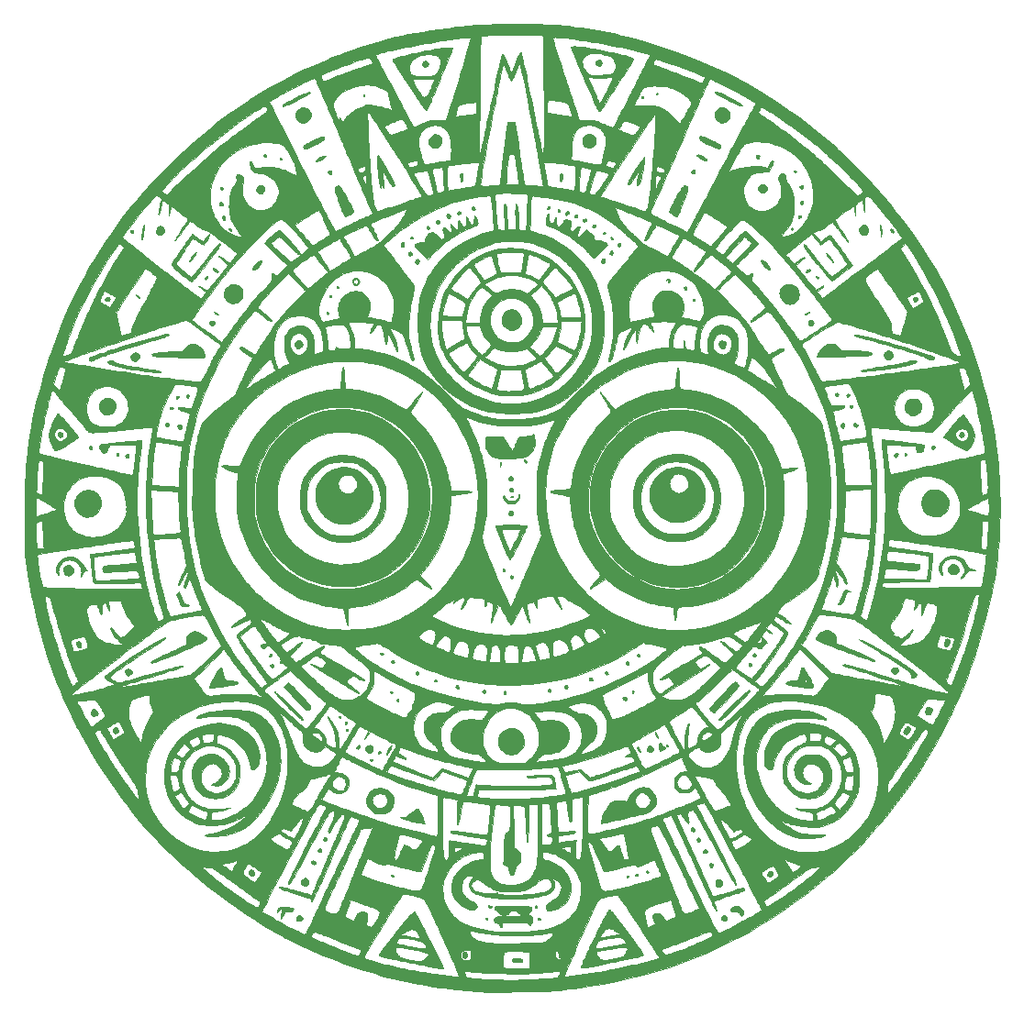
<source format=gbr>
%TF.GenerationSoftware,KiCad,Pcbnew,7.0.1*%
%TF.CreationDate,2023-09-06T23:00:38-07:00*%
%TF.ProjectId,skull_10,736b756c-6c5f-4313-902e-6b696361645f,rev?*%
%TF.SameCoordinates,Original*%
%TF.FileFunction,Soldermask,Top*%
%TF.FilePolarity,Negative*%
%FSLAX46Y46*%
G04 Gerber Fmt 4.6, Leading zero omitted, Abs format (unit mm)*
G04 Created by KiCad (PCBNEW 7.0.1) date 2023-09-06 23:00:38*
%MOMM*%
%LPD*%
G01*
G04 APERTURE LIST*
%ADD10C,0.010000*%
G04 APERTURE END LIST*
%TO.C,G\u002A\u002A\u002A*%
D10*
X54031651Y-28163041D02*
X57405834Y-28163041D01*
X57415777Y-28208003D01*
X57444448Y-28286420D01*
X57490113Y-28394686D01*
X57551033Y-28529197D01*
X57625474Y-28686349D01*
X57711699Y-28862538D01*
X57807971Y-29054159D01*
X57912556Y-29257608D01*
X58023716Y-29469281D01*
X58135341Y-29677500D01*
X58430018Y-30222669D01*
X58706830Y-30737018D01*
X58965073Y-31219229D01*
X59204042Y-31667987D01*
X59423033Y-32081974D01*
X59523829Y-32273634D01*
X59704618Y-32617949D01*
X59867022Y-32926798D01*
X60012192Y-33202272D01*
X60141279Y-33446462D01*
X60255433Y-33661457D01*
X60355804Y-33849350D01*
X60443542Y-34012231D01*
X60519799Y-34152190D01*
X60585725Y-34271318D01*
X60642469Y-34371707D01*
X60691184Y-34455446D01*
X60733019Y-34524626D01*
X60769124Y-34581338D01*
X60800650Y-34627673D01*
X60828748Y-34665721D01*
X60854568Y-34697574D01*
X60863091Y-34707431D01*
X60908243Y-34757107D01*
X60941626Y-34790649D01*
X60953847Y-34799834D01*
X60976473Y-34792636D01*
X61029258Y-34773323D01*
X61102983Y-34745311D01*
X61147840Y-34727932D01*
X61229003Y-34694651D01*
X61337720Y-34647732D01*
X61463390Y-34591872D01*
X61595412Y-34531769D01*
X61694146Y-34485828D01*
X61857964Y-34409764D01*
X61999844Y-34347257D01*
X62126423Y-34297101D01*
X62244338Y-34258093D01*
X62360227Y-34229027D01*
X62480727Y-34208698D01*
X62612475Y-34195902D01*
X62762109Y-34189433D01*
X62936267Y-34188086D01*
X63141585Y-34190656D01*
X63301608Y-34194009D01*
X63895133Y-34207500D01*
X64009799Y-33846417D01*
X64758133Y-33846417D01*
X64763203Y-33862434D01*
X64774460Y-33866472D01*
X64791577Y-33863460D01*
X64807546Y-33859650D01*
X64847866Y-33852511D01*
X64921799Y-33840852D01*
X65021022Y-33825928D01*
X65137211Y-33809000D01*
X65228824Y-33795976D01*
X65358714Y-33778428D01*
X65518679Y-33757944D01*
X65696692Y-33735996D01*
X65880725Y-33714058D01*
X66058751Y-33693603D01*
X66123116Y-33686439D01*
X66655667Y-33627776D01*
X66655667Y-32508902D01*
X66512792Y-32523739D01*
X66323811Y-32544449D01*
X66134144Y-32567226D01*
X65950470Y-32591115D01*
X65779468Y-32615161D01*
X65627815Y-32638408D01*
X65502189Y-32659903D01*
X65409269Y-32678690D01*
X65382035Y-32685427D01*
X65254668Y-32725794D01*
X65151255Y-32774507D01*
X65067847Y-32836841D01*
X65000499Y-32918073D01*
X64945265Y-33023480D01*
X64898197Y-33158339D01*
X64855348Y-33327926D01*
X64836960Y-33414195D01*
X64806220Y-33564016D01*
X64783292Y-33677222D01*
X64767852Y-33758739D01*
X64759574Y-33813494D01*
X64758133Y-33846417D01*
X64009799Y-33846417D01*
X64135488Y-33450625D01*
X64267254Y-33034061D01*
X64399282Y-32613502D01*
X64530959Y-32191047D01*
X64661667Y-31768794D01*
X64790792Y-31348841D01*
X64917720Y-30933286D01*
X65041833Y-30524227D01*
X65162518Y-30123763D01*
X65279158Y-29733991D01*
X65391139Y-29357010D01*
X65497846Y-28994918D01*
X65598662Y-28649812D01*
X65692973Y-28323792D01*
X65780163Y-28018955D01*
X65859617Y-27737400D01*
X65930720Y-27481224D01*
X65992857Y-27252526D01*
X66045411Y-27053403D01*
X66087769Y-26885955D01*
X66119314Y-26752279D01*
X66139431Y-26654473D01*
X66147505Y-26594635D01*
X66147639Y-26589270D01*
X66147667Y-26538456D01*
X65824875Y-26551119D01*
X65652561Y-26561002D01*
X65450823Y-26578050D01*
X65222022Y-26601810D01*
X64968515Y-26631829D01*
X64692664Y-26667657D01*
X64396826Y-26708842D01*
X64083362Y-26754932D01*
X63754631Y-26805476D01*
X63412992Y-26860020D01*
X63060805Y-26918115D01*
X62700429Y-26979308D01*
X62334223Y-27043146D01*
X61964548Y-27109180D01*
X61593761Y-27176957D01*
X61224223Y-27246024D01*
X60858293Y-27315931D01*
X60498330Y-27386226D01*
X60146694Y-27456457D01*
X59805744Y-27526172D01*
X59477840Y-27594919D01*
X59165341Y-27662247D01*
X58870606Y-27727704D01*
X58595994Y-27790839D01*
X58343866Y-27851199D01*
X58116580Y-27908333D01*
X57916496Y-27961789D01*
X57745973Y-28011115D01*
X57607371Y-28055860D01*
X57503049Y-28095572D01*
X57435367Y-28129799D01*
X57406683Y-28158090D01*
X57405834Y-28163041D01*
X54031651Y-28163041D01*
X54556875Y-27961164D01*
X55169450Y-27734592D01*
X55766213Y-27523504D01*
X56351248Y-27326854D01*
X56928643Y-27143600D01*
X57502481Y-26972695D01*
X58076849Y-26813096D01*
X58655831Y-26663759D01*
X59243514Y-26523639D01*
X59843983Y-26391691D01*
X60461324Y-26266871D01*
X61099621Y-26148135D01*
X61762960Y-26034438D01*
X62455427Y-25924736D01*
X63181107Y-25817984D01*
X63944086Y-25713138D01*
X64126250Y-25689055D01*
X64492736Y-25641163D01*
X64830102Y-25597722D01*
X65142060Y-25558515D01*
X65432319Y-25523326D01*
X65704589Y-25491937D01*
X65962581Y-25464132D01*
X66210004Y-25439695D01*
X66450569Y-25418407D01*
X66687986Y-25400052D01*
X66925965Y-25384415D01*
X67168217Y-25371276D01*
X67418450Y-25360421D01*
X67680377Y-25351632D01*
X67957705Y-25344692D01*
X68254147Y-25339384D01*
X68573412Y-25335491D01*
X68919209Y-25332798D01*
X69295250Y-25331086D01*
X69705244Y-25330140D01*
X70152902Y-25329741D01*
X70275167Y-25329701D01*
X70724400Y-25329793D01*
X71134482Y-25330361D01*
X71508595Y-25331495D01*
X71849921Y-25333287D01*
X72161639Y-25335826D01*
X72446932Y-25339202D01*
X72708980Y-25343507D01*
X72950965Y-25348830D01*
X73176068Y-25355262D01*
X73387470Y-25362893D01*
X73588353Y-25371813D01*
X73781897Y-25382114D01*
X73971283Y-25393885D01*
X74159694Y-25407217D01*
X74350309Y-25422200D01*
X74546311Y-25438925D01*
X74741334Y-25456595D01*
X75114560Y-25494892D01*
X75522234Y-25543455D01*
X75958008Y-25601240D01*
X76415536Y-25667201D01*
X76888470Y-25740293D01*
X77370464Y-25819470D01*
X77855171Y-25903687D01*
X78336244Y-25991899D01*
X78807336Y-26083059D01*
X79262101Y-26176124D01*
X79694191Y-26270047D01*
X79732938Y-26278774D01*
X80975832Y-26579717D01*
X82221561Y-26921107D01*
X83466502Y-27301555D01*
X84707034Y-27719670D01*
X85939534Y-28174061D01*
X87160381Y-28663339D01*
X88365953Y-29186112D01*
X89552628Y-29740991D01*
X90716785Y-30326586D01*
X91801667Y-30911807D01*
X92717392Y-31439709D01*
X93639549Y-32004538D01*
X94562907Y-32602528D01*
X95482235Y-33229910D01*
X96392303Y-33882917D01*
X97287880Y-34557783D01*
X98163736Y-35250738D01*
X99014641Y-35958016D01*
X99835363Y-36675849D01*
X99960440Y-36788633D01*
X100655680Y-37433294D01*
X101357162Y-38113177D01*
X102059816Y-38822711D01*
X102758572Y-39556324D01*
X103448360Y-40308444D01*
X104124107Y-41073500D01*
X104780745Y-41845921D01*
X105413202Y-42620135D01*
X106016408Y-43390571D01*
X106253996Y-43703938D01*
X106988170Y-44712760D01*
X107689986Y-45740703D01*
X108360040Y-46789006D01*
X108998930Y-47858913D01*
X109607252Y-48951663D01*
X110185603Y-50068500D01*
X110734580Y-51210663D01*
X111254778Y-52379396D01*
X111746796Y-53575938D01*
X112211229Y-54801532D01*
X112648674Y-56057419D01*
X113059728Y-57344840D01*
X113444988Y-58665037D01*
X113445048Y-58665250D01*
X113650110Y-59416303D01*
X113837173Y-60134294D01*
X114007066Y-60824073D01*
X114160621Y-61490493D01*
X114298668Y-62138406D01*
X114422038Y-62772663D01*
X114531561Y-63398117D01*
X114628068Y-64019620D01*
X114712389Y-64642023D01*
X114785355Y-65270178D01*
X114847796Y-65908937D01*
X114900543Y-66563153D01*
X114944427Y-67237676D01*
X114959615Y-67512917D01*
X114966008Y-67659948D01*
X114971857Y-67844257D01*
X114977136Y-68060796D01*
X114981818Y-68304511D01*
X114985876Y-68570352D01*
X114989283Y-68853268D01*
X114992013Y-69148208D01*
X114994040Y-69450122D01*
X114995335Y-69753957D01*
X114995873Y-70054663D01*
X114995627Y-70347189D01*
X114994570Y-70626484D01*
X114992675Y-70887497D01*
X114989916Y-71125177D01*
X114986265Y-71334472D01*
X114981697Y-71510333D01*
X114980895Y-71534584D01*
X114953723Y-72202439D01*
X114918430Y-72845095D01*
X114874229Y-73468129D01*
X114820336Y-74077119D01*
X114755965Y-74677642D01*
X114680331Y-75275277D01*
X114592649Y-75875599D01*
X114492132Y-76484188D01*
X114377997Y-77106620D01*
X114249457Y-77748473D01*
X114105727Y-78415325D01*
X113946022Y-79112753D01*
X113867068Y-79444990D01*
X113625454Y-80419324D01*
X113377033Y-81356775D01*
X113119946Y-82262502D01*
X112852335Y-83141666D01*
X112572340Y-83999425D01*
X112278102Y-84840941D01*
X111967760Y-85671373D01*
X111639456Y-86495881D01*
X111291330Y-87319625D01*
X110921524Y-88147765D01*
X110528177Y-88985460D01*
X110154159Y-89748500D01*
X109562830Y-90889109D01*
X108931300Y-92024269D01*
X108261627Y-93151071D01*
X107555867Y-94266607D01*
X106816077Y-95367970D01*
X106044313Y-96452252D01*
X105242633Y-97516544D01*
X104413093Y-98557939D01*
X103557749Y-99573529D01*
X102678659Y-100560405D01*
X101979572Y-101306522D01*
X101532797Y-101764851D01*
X101085540Y-102207280D01*
X100630716Y-102640393D01*
X100161238Y-103070777D01*
X99670019Y-103505015D01*
X99149973Y-103949694D01*
X98998334Y-104076885D01*
X97978897Y-104909880D01*
X96963526Y-105701877D01*
X95950684Y-106453841D01*
X94938841Y-107166735D01*
X93926462Y-107841525D01*
X92912014Y-108479173D01*
X91893964Y-109080645D01*
X90870779Y-109646903D01*
X89840926Y-110178913D01*
X88802870Y-110677639D01*
X87769417Y-111137907D01*
X86683409Y-111583882D01*
X85575299Y-112000891D01*
X84443843Y-112389262D01*
X83287797Y-112749326D01*
X82105917Y-113081410D01*
X80896958Y-113385845D01*
X79659677Y-113662960D01*
X78392829Y-113913084D01*
X77095171Y-114136547D01*
X75765457Y-114333677D01*
X75619750Y-114353422D01*
X75183423Y-114410508D01*
X74781031Y-114459773D01*
X74405030Y-114501868D01*
X74047879Y-114537442D01*
X73702034Y-114567146D01*
X73359954Y-114591631D01*
X73014094Y-114611544D01*
X72656913Y-114627538D01*
X72296584Y-114639800D01*
X72149346Y-114643554D01*
X71969785Y-114647146D01*
X71761498Y-114650559D01*
X71528080Y-114653778D01*
X71273128Y-114656788D01*
X71000239Y-114659574D01*
X70713008Y-114662120D01*
X70415033Y-114664411D01*
X70109909Y-114666432D01*
X69801234Y-114668167D01*
X69492603Y-114669600D01*
X69187613Y-114670717D01*
X68889861Y-114671502D01*
X68602943Y-114671939D01*
X68330454Y-114672014D01*
X68075993Y-114671710D01*
X67843155Y-114671013D01*
X67635536Y-114669907D01*
X67456733Y-114668377D01*
X67310343Y-114666408D01*
X67199961Y-114663983D01*
X67142500Y-114661833D01*
X67010343Y-114653618D01*
X66840725Y-114640532D01*
X66638176Y-114623058D01*
X66407229Y-114601680D01*
X66152415Y-114576884D01*
X65878266Y-114549154D01*
X65589312Y-114518974D01*
X65290087Y-114486829D01*
X64985120Y-114453202D01*
X64678944Y-114418579D01*
X64376090Y-114383444D01*
X64081090Y-114348281D01*
X63798475Y-114313575D01*
X63532777Y-114279810D01*
X63374834Y-114259068D01*
X62705309Y-114165957D01*
X62064568Y-114068445D01*
X61446927Y-113965191D01*
X60846705Y-113854851D01*
X60258220Y-113736082D01*
X59675790Y-113607541D01*
X59093733Y-113467884D01*
X58506367Y-113315770D01*
X57908010Y-113149854D01*
X57292981Y-112968794D01*
X56655596Y-112771247D01*
X55990176Y-112555868D01*
X55553750Y-112410334D01*
X54527412Y-112053293D01*
X53533612Y-111684213D01*
X53063405Y-111497531D01*
X56356318Y-111497531D01*
X56378768Y-111556674D01*
X56420523Y-111589728D01*
X56509785Y-111627640D01*
X56636616Y-111673527D01*
X56797212Y-111726388D01*
X56987770Y-111785222D01*
X57204487Y-111849028D01*
X57443561Y-111916804D01*
X57701189Y-111987551D01*
X57973568Y-112060266D01*
X58256895Y-112133949D01*
X58547368Y-112207598D01*
X58841183Y-112280213D01*
X59134538Y-112350793D01*
X59423630Y-112418336D01*
X59704656Y-112481842D01*
X59973813Y-112540309D01*
X60227299Y-112592737D01*
X60242167Y-112595717D01*
X60512597Y-112647890D01*
X60818202Y-112703472D01*
X61152059Y-112761392D01*
X61507248Y-112820583D01*
X61876848Y-112879973D01*
X62253936Y-112938494D01*
X62631591Y-112995076D01*
X63002892Y-113048651D01*
X63360918Y-113098148D01*
X63698746Y-113142498D01*
X64009456Y-113180632D01*
X64083917Y-113189279D01*
X64223578Y-113205311D01*
X64352394Y-113220144D01*
X64463246Y-113232955D01*
X64549014Y-113242921D01*
X64602576Y-113249218D01*
X64613084Y-113250487D01*
X64669983Y-113255186D01*
X64747766Y-113258595D01*
X64836621Y-113260670D01*
X64926738Y-113261368D01*
X65008304Y-113260648D01*
X65071509Y-113258465D01*
X65106540Y-113254777D01*
X65110500Y-113252665D01*
X65101884Y-113219720D01*
X65076760Y-113150709D01*
X65036214Y-113048070D01*
X64981333Y-112914241D01*
X64913294Y-112751874D01*
X65576167Y-112751874D01*
X65582285Y-112794512D01*
X65598448Y-112865241D01*
X65621365Y-112952553D01*
X65647750Y-113044943D01*
X65674312Y-113130903D01*
X65697764Y-113198927D01*
X65714816Y-113237508D01*
X65715084Y-113237923D01*
X65751698Y-113278569D01*
X65806765Y-113314089D01*
X65883485Y-113345136D01*
X65985059Y-113372365D01*
X66114688Y-113396427D01*
X66275571Y-113417976D01*
X66470910Y-113437666D01*
X66703903Y-113456149D01*
X66825000Y-113464452D01*
X67397782Y-113499953D01*
X67935302Y-113528505D01*
X68444041Y-113550217D01*
X68930478Y-113565199D01*
X69401093Y-113573557D01*
X69862366Y-113575402D01*
X70320776Y-113570842D01*
X70782802Y-113559984D01*
X71254926Y-113542939D01*
X71326537Y-113539876D01*
X71784351Y-113519156D01*
X72202484Y-113498652D01*
X72580641Y-113478383D01*
X72918526Y-113458372D01*
X73215842Y-113438637D01*
X73472293Y-113419202D01*
X73687583Y-113400086D01*
X73861417Y-113381310D01*
X73993497Y-113362895D01*
X74080231Y-113345703D01*
X74153046Y-113320300D01*
X74211702Y-113280866D01*
X74261035Y-113220997D01*
X74261619Y-113219866D01*
X74797964Y-113219866D01*
X74798317Y-113223288D01*
X74829423Y-113240721D01*
X74880993Y-113251426D01*
X74956541Y-113255293D01*
X75059582Y-113252213D01*
X75193630Y-113242078D01*
X75362200Y-113224777D01*
X75568806Y-113200203D01*
X75577417Y-113199129D01*
X76120728Y-113127158D01*
X76695914Y-113043251D01*
X77294676Y-112948821D01*
X77908715Y-112845286D01*
X78529733Y-112734059D01*
X79149433Y-112616557D01*
X79759515Y-112494194D01*
X79978833Y-112448459D01*
X80376136Y-112363736D01*
X80740048Y-112283897D01*
X81078939Y-112206903D01*
X81401182Y-112130716D01*
X81715148Y-112053296D01*
X82029208Y-111972605D01*
X82351735Y-111886604D01*
X82691099Y-111793254D01*
X82837538Y-111752246D01*
X82988689Y-111709973D01*
X83129902Y-111670946D01*
X83255033Y-111636828D01*
X83357938Y-111609280D01*
X83432471Y-111589963D01*
X83472489Y-111580538D01*
X83472691Y-111580500D01*
X83521532Y-111565059D01*
X83546008Y-111545024D01*
X83546667Y-111541559D01*
X83535151Y-111512289D01*
X83501609Y-111450150D01*
X83447555Y-111357461D01*
X83374498Y-111236539D01*
X83283951Y-111089702D01*
X83177425Y-110919270D01*
X83100896Y-110798011D01*
X83745462Y-110798011D01*
X83760961Y-110852556D01*
X83801878Y-110925525D01*
X83865259Y-111011893D01*
X83948150Y-111106634D01*
X83973397Y-111132899D01*
X84021363Y-111183001D01*
X84058819Y-111220393D01*
X84092323Y-111245316D01*
X84128430Y-111258011D01*
X84173697Y-111258718D01*
X84234680Y-111247677D01*
X84317935Y-111225129D01*
X84430019Y-111191315D01*
X84552084Y-111154127D01*
X84777437Y-111083418D01*
X85017771Y-111003146D01*
X85270023Y-110914644D01*
X85531132Y-110819243D01*
X85798036Y-110718274D01*
X86067674Y-110613068D01*
X86336983Y-110504958D01*
X86602902Y-110395275D01*
X86862369Y-110285349D01*
X87112323Y-110176513D01*
X87349702Y-110070098D01*
X87571443Y-109967436D01*
X87774486Y-109869857D01*
X87955768Y-109778694D01*
X88112228Y-109695277D01*
X88240804Y-109620939D01*
X88338435Y-109557010D01*
X88402058Y-109504822D01*
X88427806Y-109468702D01*
X88431966Y-109396621D01*
X88410157Y-109310747D01*
X88369010Y-109224289D01*
X88315156Y-109150460D01*
X88255228Y-109102471D01*
X88240902Y-109096344D01*
X88185535Y-109089024D01*
X88105341Y-109098110D01*
X87997681Y-109124332D01*
X87859921Y-109168421D01*
X87689424Y-109231107D01*
X87536584Y-109291534D01*
X87219725Y-109419662D01*
X86938792Y-109533168D01*
X86690489Y-109633363D01*
X86471522Y-109721559D01*
X86278596Y-109799070D01*
X86108415Y-109867208D01*
X85957687Y-109927284D01*
X85823115Y-109980611D01*
X85701405Y-110028501D01*
X85589263Y-110072267D01*
X85483394Y-110113221D01*
X85380502Y-110152676D01*
X85277294Y-110191942D01*
X85250584Y-110202063D01*
X85074640Y-110268496D01*
X84879689Y-110341802D01*
X84679072Y-110416984D01*
X84486131Y-110489046D01*
X84314209Y-110552990D01*
X84255750Y-110574645D01*
X84122185Y-110624389D01*
X84000848Y-110670230D01*
X83897748Y-110709843D01*
X83818894Y-110740907D01*
X83770297Y-110761097D01*
X83758334Y-110766916D01*
X83745462Y-110798011D01*
X83100896Y-110798011D01*
X83056432Y-110727560D01*
X82922483Y-110516890D01*
X82777090Y-110289580D01*
X82621764Y-110047946D01*
X82458017Y-109794308D01*
X82287360Y-109530984D01*
X82111305Y-109260291D01*
X81931363Y-108984549D01*
X81749046Y-108706075D01*
X81565866Y-108427188D01*
X81383333Y-108150206D01*
X81202960Y-107877448D01*
X81026258Y-107611231D01*
X80863850Y-107367545D01*
X82217410Y-107367545D01*
X82221304Y-107492853D01*
X82230077Y-107626940D01*
X82243366Y-107761538D01*
X82260811Y-107888376D01*
X82275321Y-107968205D01*
X82309087Y-108118296D01*
X82346890Y-108262287D01*
X82386720Y-108394489D01*
X82426569Y-108509215D01*
X82464426Y-108600778D01*
X82498282Y-108663492D01*
X82526129Y-108691668D01*
X82531263Y-108692667D01*
X82557801Y-108684387D01*
X82614358Y-108661872D01*
X82692505Y-108628606D01*
X82779541Y-108590004D01*
X82880961Y-108543641D01*
X82978752Y-108497942D01*
X83060342Y-108458835D01*
X83104987Y-108436546D01*
X83203058Y-108385750D01*
X83095135Y-108152917D01*
X83046330Y-108044166D01*
X83013795Y-107960794D01*
X82993923Y-107890805D01*
X82983104Y-107822203D01*
X82978867Y-107766457D01*
X82970523Y-107612830D01*
X83053167Y-107530186D01*
X83148454Y-107458575D01*
X83261774Y-107410162D01*
X83382087Y-107386803D01*
X83498350Y-107390356D01*
X83599525Y-107422680D01*
X83620149Y-107434803D01*
X83667742Y-107474634D01*
X83732536Y-107540566D01*
X83807274Y-107624143D01*
X83884698Y-107716911D01*
X83957552Y-107810418D01*
X84018579Y-107896209D01*
X84026265Y-107907891D01*
X84083057Y-107990709D01*
X84127742Y-108042434D01*
X84167677Y-108069571D01*
X84210218Y-108078621D01*
X84219632Y-108078834D01*
X84270356Y-108070993D01*
X84350566Y-108049598D01*
X84450864Y-108017841D01*
X84561855Y-107978913D01*
X84674144Y-107936006D01*
X84778333Y-107892311D01*
X84807221Y-107879243D01*
X84913894Y-107821076D01*
X84988457Y-107756608D01*
X85033081Y-107679776D01*
X85049935Y-107584514D01*
X85041190Y-107464759D01*
X85009138Y-107314928D01*
X84988820Y-107240860D01*
X84959914Y-107142147D01*
X84924456Y-107025126D01*
X84884478Y-106896131D01*
X84842015Y-106761498D01*
X84799103Y-106627563D01*
X84757775Y-106500661D01*
X84720065Y-106387127D01*
X84688008Y-106293297D01*
X84663639Y-106225506D01*
X84648991Y-106190090D01*
X84646896Y-106186824D01*
X84622052Y-106187375D01*
X84562252Y-106199694D01*
X84472724Y-106222223D01*
X84358694Y-106253407D01*
X84225389Y-106291689D01*
X84078036Y-106335512D01*
X83921860Y-106383322D01*
X83762090Y-106433561D01*
X83603951Y-106484672D01*
X83452670Y-106535100D01*
X83313474Y-106583288D01*
X83303189Y-106586939D01*
X83040433Y-106683365D01*
X82817425Y-106771774D01*
X82632517Y-106853003D01*
X82484060Y-106927889D01*
X82370404Y-106997268D01*
X82289901Y-107061977D01*
X82240901Y-107122852D01*
X82238603Y-107127000D01*
X82225698Y-107176350D01*
X82218754Y-107259288D01*
X82217410Y-107367545D01*
X80863850Y-107367545D01*
X80854738Y-107353873D01*
X80689912Y-107107694D01*
X80533292Y-106875011D01*
X80386389Y-106658143D01*
X80250715Y-106459408D01*
X80127780Y-106281123D01*
X80019098Y-106125609D01*
X79973015Y-106060543D01*
X79898886Y-105958784D01*
X79830219Y-105868895D01*
X79771766Y-105796761D01*
X79728281Y-105748266D01*
X79705782Y-105729662D01*
X79656506Y-105723695D01*
X79572344Y-105727731D01*
X79459251Y-105740631D01*
X79323184Y-105761256D01*
X79170097Y-105788469D01*
X79005946Y-105821131D01*
X78836686Y-105858102D01*
X78668272Y-105898244D01*
X78506660Y-105940419D01*
X78357805Y-105983488D01*
X78325425Y-105993582D01*
X78222240Y-106027234D01*
X78149093Y-106054991D01*
X78095353Y-106082713D01*
X78050390Y-106116260D01*
X78003572Y-106161490D01*
X77984445Y-106181520D01*
X77935408Y-106234718D01*
X77890213Y-106287556D01*
X77847061Y-106343446D01*
X77804155Y-106405798D01*
X77759695Y-106478024D01*
X77711883Y-106563537D01*
X77658919Y-106665746D01*
X77599006Y-106788063D01*
X77530345Y-106933901D01*
X77451136Y-107106670D01*
X77359581Y-107309782D01*
X77253881Y-107546647D01*
X77196114Y-107676667D01*
X76985953Y-108150644D01*
X76781562Y-108612603D01*
X76583568Y-109061090D01*
X76392599Y-109494654D01*
X76209283Y-109911843D01*
X76034248Y-110311204D01*
X75868121Y-110691286D01*
X75711531Y-111050636D01*
X75565104Y-111387802D01*
X75429469Y-111701331D01*
X75305254Y-111989773D01*
X75193085Y-112251674D01*
X75093592Y-112485582D01*
X75007402Y-112690046D01*
X74935142Y-112863612D01*
X74877441Y-113004830D01*
X74834925Y-113112246D01*
X74808224Y-113184409D01*
X74797964Y-113219866D01*
X74261619Y-113219866D01*
X74305879Y-113134290D01*
X74351072Y-113014339D01*
X74367061Y-112965826D01*
X74396377Y-112872433D01*
X74419328Y-112794980D01*
X74433604Y-112741579D01*
X74436925Y-112720369D01*
X74414914Y-112720922D01*
X74356668Y-112726109D01*
X74267960Y-112735312D01*
X74154561Y-112747915D01*
X74022244Y-112763300D01*
X73913653Y-112776342D01*
X73565445Y-112817912D01*
X73251822Y-112853425D01*
X72965551Y-112883399D01*
X72699398Y-112908352D01*
X72446129Y-112928802D01*
X72198509Y-112945266D01*
X71949306Y-112958262D01*
X71691285Y-112968309D01*
X71417212Y-112975924D01*
X71119853Y-112981625D01*
X71026584Y-112983018D01*
X70706796Y-112985742D01*
X70364759Y-112985369D01*
X70005177Y-112982084D01*
X69632751Y-112976070D01*
X69252186Y-112967512D01*
X68868185Y-112956595D01*
X68485451Y-112943504D01*
X68108686Y-112928422D01*
X67742594Y-112911535D01*
X67391879Y-112893027D01*
X67061243Y-112873082D01*
X66755390Y-112851885D01*
X66479022Y-112829621D01*
X66236843Y-112806474D01*
X66084167Y-112789103D01*
X65922284Y-112769355D01*
X65797783Y-112754960D01*
X65706098Y-112745583D01*
X65642662Y-112740889D01*
X65602907Y-112740543D01*
X65582266Y-112744211D01*
X65576173Y-112751559D01*
X65576167Y-112751874D01*
X64913294Y-112751874D01*
X64913204Y-112751660D01*
X64832914Y-112562764D01*
X64741549Y-112349992D01*
X64640195Y-112115781D01*
X64529940Y-111862568D01*
X64505108Y-111805828D01*
X69156846Y-111805828D01*
X69158370Y-111956930D01*
X69163233Y-112098718D01*
X69171208Y-112224667D01*
X69182065Y-112328255D01*
X69195576Y-112402958D01*
X69211514Y-112442252D01*
X69212420Y-112443220D01*
X69244393Y-112455285D01*
X69315024Y-112465868D01*
X69424816Y-112474988D01*
X69574276Y-112482665D01*
X69763906Y-112488919D01*
X69994212Y-112493769D01*
X70265698Y-112497235D01*
X70578869Y-112499337D01*
X70661459Y-112499644D01*
X71608667Y-112502667D01*
X71608780Y-112380959D01*
X71608069Y-112327848D01*
X71606015Y-112243510D01*
X71602837Y-112133925D01*
X71598754Y-112005072D01*
X71593984Y-111862931D01*
X71588747Y-111713484D01*
X71583260Y-111562709D01*
X71577744Y-111416588D01*
X71572416Y-111281101D01*
X71567496Y-111162228D01*
X71563202Y-111065949D01*
X71560921Y-111021171D01*
X73937709Y-111021171D01*
X73948012Y-111106708D01*
X73959335Y-111153493D01*
X73972721Y-111214588D01*
X73987005Y-111299924D01*
X73999206Y-111391588D01*
X73999741Y-111396308D01*
X74012035Y-111487149D01*
X74029727Y-111551443D01*
X74059570Y-111593762D01*
X74108318Y-111618678D01*
X74182724Y-111630763D01*
X74289544Y-111634588D01*
X74352095Y-111634834D01*
X74447432Y-111633989D01*
X74524965Y-111631695D01*
X74576298Y-111628309D01*
X74593167Y-111624534D01*
X74575638Y-111610763D01*
X74531845Y-111588877D01*
X74514081Y-111581191D01*
X74418491Y-111527036D01*
X74342280Y-111456589D01*
X74313652Y-111414774D01*
X74302155Y-111376101D01*
X74290145Y-111307577D01*
X74279648Y-111221608D01*
X74276497Y-111187182D01*
X74263449Y-111073383D01*
X74243681Y-110995565D01*
X74212985Y-110947451D01*
X74167155Y-110922761D01*
X74101982Y-110915220D01*
X74094201Y-110915167D01*
X74029562Y-110918079D01*
X73979452Y-110925335D01*
X73970481Y-110928015D01*
X73945325Y-110959062D01*
X73937709Y-111021171D01*
X71560921Y-111021171D01*
X71559753Y-110998244D01*
X71557368Y-110965094D01*
X71556897Y-110962785D01*
X71535437Y-110961098D01*
X71476145Y-110958501D01*
X71383508Y-110955139D01*
X71262013Y-110951157D01*
X71116149Y-110946699D01*
X70950403Y-110941911D01*
X70769263Y-110936937D01*
X70696574Y-110935009D01*
X70393959Y-110928197D01*
X70131648Y-110924791D01*
X69907742Y-110924855D01*
X69720345Y-110928450D01*
X69567558Y-110935637D01*
X69447484Y-110946479D01*
X69358226Y-110961036D01*
X69297885Y-110979371D01*
X69295195Y-110980569D01*
X69259141Y-111004802D01*
X69231448Y-111044418D01*
X69210130Y-111105695D01*
X69193201Y-111194912D01*
X69178676Y-111318346D01*
X69174591Y-111361870D01*
X69164728Y-111501774D01*
X69158889Y-111651935D01*
X69156846Y-111805828D01*
X64505108Y-111805828D01*
X64411870Y-111592793D01*
X64357740Y-111469654D01*
X65260163Y-111469654D01*
X65264108Y-111521433D01*
X65273656Y-111558724D01*
X65289939Y-111590792D01*
X65304602Y-111613122D01*
X65377259Y-111684030D01*
X65439060Y-111712037D01*
X65509284Y-111725282D01*
X65609102Y-111734024D01*
X65725999Y-111738118D01*
X65847461Y-111737422D01*
X65960972Y-111731794D01*
X66054019Y-111721090D01*
X66064659Y-111719186D01*
X66131258Y-111703995D01*
X66180473Y-111688089D01*
X66196221Y-111679412D01*
X66206120Y-111647342D01*
X66211579Y-111579928D01*
X66212691Y-111483916D01*
X66209551Y-111366051D01*
X66202250Y-111233079D01*
X66190883Y-111091747D01*
X66187631Y-111058042D01*
X66162839Y-110809334D01*
X66097044Y-110809385D01*
X66007201Y-110811841D01*
X65898596Y-110818424D01*
X65780767Y-110828136D01*
X65663252Y-110839983D01*
X65555587Y-110852967D01*
X65467311Y-110866091D01*
X65407960Y-110878359D01*
X65394466Y-110882798D01*
X65350545Y-110906745D01*
X65318326Y-110940833D01*
X65295662Y-110991715D01*
X65280407Y-111066045D01*
X65270415Y-111170477D01*
X65264549Y-111285584D01*
X65260688Y-111394125D01*
X65260163Y-111469654D01*
X64357740Y-111469654D01*
X64287071Y-111308892D01*
X64156631Y-111013304D01*
X64021636Y-110708466D01*
X63883173Y-110396817D01*
X63742327Y-110080793D01*
X63600187Y-109762834D01*
X63457838Y-109445376D01*
X63321349Y-109141933D01*
X66106086Y-109141933D01*
X66106925Y-109224584D01*
X66127078Y-109320062D01*
X66167173Y-109421861D01*
X66174416Y-109436251D01*
X66268060Y-109572563D01*
X66401912Y-109697196D01*
X66576232Y-109810371D01*
X66666250Y-109856802D01*
X66834249Y-109931070D01*
X67008664Y-109993874D01*
X67194745Y-110046191D01*
X67397742Y-110088999D01*
X67622903Y-110123276D01*
X67875478Y-110150000D01*
X68160715Y-110170148D01*
X68412500Y-110182054D01*
X68492887Y-110184185D01*
X68608964Y-110185816D01*
X68756849Y-110186971D01*
X68932658Y-110187677D01*
X69132508Y-110187958D01*
X69352516Y-110187842D01*
X69588799Y-110187353D01*
X69837473Y-110186517D01*
X70094656Y-110185359D01*
X70356464Y-110183907D01*
X70619013Y-110182184D01*
X70878422Y-110180217D01*
X71130805Y-110178031D01*
X71372281Y-110175653D01*
X71598966Y-110173107D01*
X71806977Y-110170419D01*
X71992430Y-110167616D01*
X72151443Y-110164722D01*
X72280132Y-110161764D01*
X72374614Y-110158766D01*
X72431006Y-110155756D01*
X72434167Y-110155477D01*
X72588813Y-110139161D01*
X72712366Y-110121017D01*
X72816059Y-110098430D01*
X72911124Y-110068789D01*
X73008794Y-110029477D01*
X73044619Y-110013432D01*
X73226407Y-109917387D01*
X73384000Y-109807779D01*
X73513939Y-109688386D01*
X73612768Y-109562985D01*
X73677029Y-109435355D01*
X73703265Y-109309274D01*
X73703702Y-109293217D01*
X73699645Y-109228136D01*
X73682515Y-109187653D01*
X73646122Y-109169444D01*
X73584274Y-109171182D01*
X73490780Y-109190544D01*
X73454670Y-109199692D01*
X73275719Y-109243831D01*
X73098049Y-109282594D01*
X72917813Y-109316286D01*
X72731165Y-109345216D01*
X72534261Y-109369688D01*
X72323254Y-109390009D01*
X72094299Y-109406486D01*
X71843550Y-109419425D01*
X71567161Y-109429132D01*
X71261287Y-109435915D01*
X70922083Y-109440079D01*
X70545702Y-109441931D01*
X70412750Y-109442087D01*
X70000641Y-109441077D01*
X69625336Y-109437371D01*
X69281360Y-109430440D01*
X68963238Y-109419754D01*
X68665495Y-109404783D01*
X68382659Y-109385000D01*
X68109253Y-109359873D01*
X67839804Y-109328875D01*
X67568836Y-109291475D01*
X67290876Y-109247145D01*
X67000450Y-109195354D01*
X66692081Y-109135574D01*
X66360297Y-109067276D01*
X66213150Y-109036030D01*
X66159828Y-109041149D01*
X66123930Y-109078619D01*
X66106086Y-109141933D01*
X63321349Y-109141933D01*
X63316367Y-109130858D01*
X63176861Y-108821717D01*
X63040406Y-108520391D01*
X62908090Y-108229319D01*
X62780998Y-107950937D01*
X62660218Y-107687685D01*
X62546836Y-107441999D01*
X62441938Y-107216317D01*
X62346611Y-107013078D01*
X62261943Y-106834719D01*
X62189019Y-106683678D01*
X62128926Y-106562393D01*
X62124365Y-106553376D01*
X62047640Y-106405074D01*
X61983915Y-106290131D01*
X61929240Y-106203112D01*
X61879665Y-106138585D01*
X61831238Y-106091116D01*
X61780008Y-106055272D01*
X61750490Y-106039191D01*
X61618011Y-105981206D01*
X61451921Y-105922527D01*
X61260858Y-105865132D01*
X61053461Y-105810996D01*
X60838368Y-105762096D01*
X60624217Y-105720407D01*
X60419647Y-105687907D01*
X60233296Y-105666571D01*
X60086593Y-105658520D01*
X59878103Y-105655250D01*
X59822010Y-105722871D01*
X59783377Y-105774272D01*
X59724508Y-105859278D01*
X59647034Y-105975249D01*
X59552588Y-106119542D01*
X59442802Y-106289516D01*
X59319310Y-106482530D01*
X59183743Y-106695942D01*
X59037735Y-106927112D01*
X58882917Y-107173397D01*
X58720923Y-107432157D01*
X58553385Y-107700750D01*
X58381936Y-107976534D01*
X58208208Y-108256869D01*
X58033834Y-108539113D01*
X57860446Y-108820624D01*
X57689677Y-109098762D01*
X57523160Y-109370884D01*
X57362527Y-109634350D01*
X57209411Y-109886518D01*
X57065444Y-110124747D01*
X56932259Y-110346395D01*
X56811489Y-110548821D01*
X56704766Y-110729384D01*
X56613722Y-110885442D01*
X56539991Y-111014354D01*
X56485204Y-111113478D01*
X56458570Y-111164589D01*
X56396021Y-111303705D01*
X56362003Y-111413947D01*
X56356318Y-111497531D01*
X53063405Y-111497531D01*
X52568420Y-111301012D01*
X51627904Y-110901609D01*
X50708134Y-110483923D01*
X49805179Y-110045872D01*
X48925675Y-109590842D01*
X51445095Y-109590842D01*
X51447272Y-109602599D01*
X51473510Y-109622936D01*
X51535847Y-109657112D01*
X51634710Y-109705317D01*
X51770526Y-109767741D01*
X51943724Y-109844574D01*
X52154729Y-109936006D01*
X52403971Y-110042228D01*
X52691875Y-110163428D01*
X52971417Y-110280075D01*
X53219917Y-110382896D01*
X53473219Y-110486737D01*
X53728108Y-110590343D01*
X53981370Y-110692460D01*
X54229789Y-110791833D01*
X54470151Y-110887208D01*
X54699242Y-110977329D01*
X54913847Y-111060943D01*
X55110751Y-111136795D01*
X55286740Y-111203630D01*
X55438600Y-111260193D01*
X55563116Y-111305231D01*
X55657073Y-111337488D01*
X55717257Y-111355710D01*
X55737077Y-111359442D01*
X55758399Y-111344903D01*
X55793847Y-111308535D01*
X55803918Y-111296861D01*
X55846895Y-111238472D01*
X55894959Y-111161630D01*
X55944003Y-111074544D01*
X55989918Y-110985424D01*
X56028597Y-110902480D01*
X56055932Y-110833922D01*
X56067816Y-110787960D01*
X56065423Y-110774201D01*
X56044391Y-110765087D01*
X55988083Y-110742750D01*
X55900850Y-110708860D01*
X55787042Y-110665091D01*
X55651010Y-110613114D01*
X55497104Y-110554601D01*
X55329674Y-110491224D01*
X55298227Y-110479350D01*
X54984353Y-110360129D01*
X54662093Y-110236194D01*
X54326541Y-110105612D01*
X53972789Y-109966451D01*
X53595930Y-109816779D01*
X53191056Y-109654663D01*
X52753261Y-109478170D01*
X52653917Y-109437979D01*
X52498062Y-109375270D01*
X52346073Y-109314815D01*
X52204919Y-109259334D01*
X52081573Y-109211548D01*
X51983006Y-109174178D01*
X51916189Y-109149944D01*
X51913084Y-109148879D01*
X51743750Y-109091115D01*
X51663948Y-109180844D01*
X51617610Y-109240761D01*
X51568870Y-109316398D01*
X51522489Y-109398491D01*
X51483225Y-109477772D01*
X51455841Y-109544978D01*
X51445095Y-109590842D01*
X48925675Y-109590842D01*
X48915108Y-109585375D01*
X48033989Y-109100352D01*
X47157891Y-108588721D01*
X46282884Y-108048400D01*
X45405037Y-107477309D01*
X45074527Y-107251665D01*
X46866551Y-107251665D01*
X47273151Y-107492846D01*
X47629903Y-107703507D01*
X47956750Y-107894369D01*
X48259365Y-108068569D01*
X48543424Y-108229245D01*
X48814604Y-108379533D01*
X49078580Y-108522570D01*
X49341027Y-108661492D01*
X49607620Y-108799438D01*
X49884036Y-108939543D01*
X49955167Y-108975187D01*
X50160943Y-109077517D01*
X50332513Y-109161427D01*
X50473104Y-109228270D01*
X50585941Y-109279399D01*
X50674251Y-109316170D01*
X50741259Y-109339934D01*
X50790191Y-109352046D01*
X50824273Y-109353859D01*
X50844167Y-109348213D01*
X50879157Y-109322158D01*
X50924402Y-109279784D01*
X50932582Y-109271280D01*
X50989671Y-109197866D01*
X51056892Y-109089200D01*
X51131397Y-108950324D01*
X51210335Y-108786279D01*
X51225595Y-108752691D01*
X51269671Y-108655936D01*
X51331238Y-108522545D01*
X51409556Y-108354085D01*
X51503883Y-108152127D01*
X51613479Y-107918239D01*
X51737600Y-107653990D01*
X51747910Y-107632082D01*
X54590667Y-107632082D01*
X54606549Y-107691467D01*
X54656969Y-107757631D01*
X54670042Y-107770830D01*
X54737665Y-107824970D01*
X54832057Y-107884681D01*
X54941987Y-107944424D01*
X55056223Y-107998660D01*
X55163533Y-108041851D01*
X55252685Y-108068457D01*
X55283878Y-108073542D01*
X55346516Y-108077891D01*
X55381194Y-108070993D01*
X55402018Y-108046369D01*
X55417020Y-108012394D01*
X55454614Y-107929016D01*
X55504535Y-107830075D01*
X55561377Y-107725075D01*
X55619735Y-107623518D01*
X55674204Y-107534909D01*
X55719379Y-107468749D01*
X55741397Y-107442080D01*
X55829293Y-107368713D01*
X55930035Y-107320482D01*
X56052722Y-107294227D01*
X56188750Y-107286779D01*
X56326835Y-107293005D01*
X56432253Y-107314889D01*
X56512661Y-107355202D01*
X56575718Y-107416715D01*
X56586042Y-107430568D01*
X56606646Y-107463333D01*
X56620083Y-107498825D01*
X56627718Y-107546476D01*
X56630914Y-107615716D01*
X56631035Y-107715979D01*
X56630815Y-107740167D01*
X56626217Y-107881822D01*
X56613885Y-108001675D01*
X56591229Y-108119943D01*
X56572607Y-108194765D01*
X56549168Y-108286667D01*
X56530583Y-108365533D01*
X56519223Y-108420954D01*
X56516834Y-108439783D01*
X56536802Y-108487972D01*
X56593086Y-108539048D01*
X56680255Y-108588883D01*
X56753183Y-108619503D01*
X56863876Y-108655335D01*
X56948228Y-108668376D01*
X57015683Y-108658450D01*
X57075686Y-108625384D01*
X57090855Y-108613292D01*
X57145661Y-108555556D01*
X57213099Y-108466424D01*
X57288930Y-108353326D01*
X57368917Y-108223696D01*
X57448824Y-108084962D01*
X57524412Y-107944558D01*
X57591445Y-107809913D01*
X57645686Y-107688460D01*
X57682896Y-107587629D01*
X57690188Y-107562192D01*
X57713075Y-107479692D01*
X57732208Y-107431193D01*
X57752957Y-107409360D01*
X57780694Y-107406856D01*
X57800836Y-107411050D01*
X57836727Y-107417001D01*
X57839801Y-107401403D01*
X57827620Y-107375724D01*
X57748168Y-107259796D01*
X57632240Y-107150499D01*
X57478292Y-107046749D01*
X57284776Y-106947460D01*
X57115895Y-106876495D01*
X56972577Y-106821535D01*
X56809198Y-106760331D01*
X56630834Y-106694663D01*
X56442559Y-106626312D01*
X56249451Y-106557060D01*
X56056585Y-106488686D01*
X55869036Y-106422972D01*
X55691881Y-106361699D01*
X55530194Y-106306648D01*
X55389053Y-106259600D01*
X55273532Y-106222334D01*
X55188707Y-106196634D01*
X55147417Y-106185826D01*
X55081460Y-106171340D01*
X54976091Y-106442462D01*
X54930325Y-106563730D01*
X54880835Y-106700917D01*
X54829619Y-106847854D01*
X54778676Y-106998372D01*
X54730005Y-107146301D01*
X54685605Y-107285474D01*
X54647473Y-107409722D01*
X54617608Y-107512875D01*
X54598010Y-107588765D01*
X54590677Y-107631224D01*
X54590667Y-107632082D01*
X51747910Y-107632082D01*
X51875507Y-107360949D01*
X52026458Y-107040685D01*
X52086687Y-106913064D01*
X52713661Y-106913064D01*
X52713945Y-107008070D01*
X52742887Y-107087440D01*
X52805103Y-107159494D01*
X52882906Y-107218105D01*
X53067923Y-107321940D01*
X53255849Y-107387330D01*
X53457047Y-107417500D01*
X53532334Y-107420334D01*
X53632977Y-107417784D01*
X53710872Y-107404941D01*
X53785054Y-107378310D01*
X53801262Y-107370956D01*
X53855410Y-107343497D01*
X53894948Y-107314480D01*
X53928459Y-107274109D01*
X53964523Y-107212591D01*
X53999261Y-107144993D01*
X54039720Y-107061830D01*
X54087717Y-106958104D01*
X54143903Y-106832245D01*
X54208927Y-106682686D01*
X54283442Y-106507860D01*
X54368095Y-106306198D01*
X54463538Y-106076134D01*
X54570421Y-105816098D01*
X54689395Y-105524524D01*
X54821108Y-105199844D01*
X54966213Y-104840490D01*
X55125358Y-104444894D01*
X55299194Y-104011488D01*
X55307031Y-103991924D01*
X55370416Y-103833779D01*
X56005296Y-103833779D01*
X56050361Y-103870271D01*
X56105396Y-103903888D01*
X56198143Y-103947239D01*
X56325364Y-103999340D01*
X56483816Y-104059205D01*
X56670261Y-104125848D01*
X56881458Y-104198283D01*
X57114165Y-104275524D01*
X57365145Y-104356586D01*
X57631155Y-104440483D01*
X57908955Y-104526230D01*
X58195306Y-104612840D01*
X58486967Y-104699327D01*
X58780697Y-104784707D01*
X59073256Y-104867993D01*
X59361405Y-104948200D01*
X59641902Y-105024342D01*
X59911508Y-105095433D01*
X60166982Y-105160487D01*
X60405083Y-105218520D01*
X60622572Y-105268544D01*
X60707834Y-105287109D01*
X60910254Y-105323136D01*
X61096272Y-105342019D01*
X61260353Y-105343706D01*
X61396961Y-105328141D01*
X61500561Y-105295273D01*
X61501584Y-105294772D01*
X61527381Y-105280658D01*
X61551350Y-105262991D01*
X61574821Y-105238671D01*
X61599130Y-105204597D01*
X61622066Y-105163946D01*
X63589421Y-105163946D01*
X63593192Y-105389683D01*
X63599831Y-105577363D01*
X63609144Y-105731538D01*
X63622618Y-105861021D01*
X63641742Y-105974624D01*
X63668001Y-106081158D01*
X63702886Y-106189437D01*
X63747883Y-106308273D01*
X63748578Y-106310019D01*
X63923053Y-106699120D01*
X64123596Y-107055076D01*
X64350902Y-107378628D01*
X64605666Y-107670517D01*
X64888580Y-107931483D01*
X65200340Y-108162268D01*
X65541640Y-108363612D01*
X65781891Y-108480049D01*
X66074396Y-108597621D01*
X66403814Y-108706145D01*
X66765530Y-108804780D01*
X67154928Y-108892687D01*
X67567393Y-108969025D01*
X67998307Y-109032953D01*
X68443055Y-109083632D01*
X68897021Y-109120221D01*
X69355588Y-109141880D01*
X69428500Y-109143889D01*
X69534956Y-109146661D01*
X69638171Y-109149573D01*
X69722882Y-109152183D01*
X69756584Y-109153350D01*
X69804941Y-109153682D01*
X69889121Y-109152665D01*
X70002640Y-109150445D01*
X70139014Y-109147166D01*
X70291758Y-109142975D01*
X70454388Y-109138016D01*
X70483188Y-109137087D01*
X70966817Y-109118061D01*
X71411640Y-109093463D01*
X71820880Y-109062781D01*
X72197761Y-109025500D01*
X72545507Y-108981110D01*
X72867342Y-108929098D01*
X73166488Y-108868950D01*
X73446171Y-108800154D01*
X73709612Y-108722198D01*
X73960037Y-108634570D01*
X74166665Y-108551417D01*
X74521024Y-108378341D01*
X74850796Y-108172994D01*
X75153809Y-107937366D01*
X75427887Y-107673449D01*
X75670857Y-107383232D01*
X75880545Y-107068706D01*
X75977099Y-106893500D01*
X76082251Y-106671381D01*
X76168008Y-106449662D01*
X76236118Y-106220830D01*
X76288328Y-105977376D01*
X76326387Y-105711788D01*
X76352042Y-105416555D01*
X76361340Y-105242500D01*
X76366475Y-105033550D01*
X76360645Y-104852315D01*
X76341608Y-104688033D01*
X76307120Y-104529941D01*
X76254940Y-104367277D01*
X76182825Y-104189276D01*
X76107762Y-104025417D01*
X75984079Y-103781851D01*
X75854439Y-103563173D01*
X75711053Y-103358278D01*
X75546128Y-103156062D01*
X75351874Y-102945421D01*
X75345036Y-102938365D01*
X75061199Y-102666591D01*
X74773971Y-102433646D01*
X74478630Y-102236044D01*
X74170456Y-102070300D01*
X74166131Y-102068239D01*
X73935380Y-101966432D01*
X73718307Y-101889161D01*
X73499904Y-101832276D01*
X73265159Y-101791627D01*
X73093382Y-101771618D01*
X72970077Y-101758699D01*
X72882904Y-101751047D01*
X72825677Y-101752882D01*
X72792208Y-101768424D01*
X72776310Y-101801894D01*
X72771796Y-101857512D01*
X72772477Y-101939499D01*
X72772834Y-101990258D01*
X72775455Y-102127666D01*
X72784444Y-102229790D01*
X72801486Y-102303421D01*
X72828269Y-102355351D01*
X72866480Y-102392368D01*
X72873989Y-102397506D01*
X72911561Y-102415586D01*
X72981957Y-102443549D01*
X73077608Y-102478615D01*
X73190942Y-102518000D01*
X73305245Y-102555960D01*
X73623365Y-102668776D01*
X73905003Y-102789805D01*
X74155736Y-102922450D01*
X74381141Y-103070119D01*
X74586797Y-103236218D01*
X74778281Y-103424152D01*
X74841670Y-103494223D01*
X75002492Y-103703791D01*
X75144239Y-103941744D01*
X75260731Y-104196143D01*
X75345787Y-104455049D01*
X75352269Y-104480500D01*
X75412890Y-104799699D01*
X75434520Y-105106963D01*
X75418042Y-105400485D01*
X75364340Y-105678456D01*
X75274297Y-105939070D01*
X75148796Y-106180519D01*
X74988720Y-106400995D01*
X74794953Y-106598690D01*
X74568377Y-106771798D01*
X74309876Y-106918509D01*
X74120976Y-107000477D01*
X73925680Y-107069453D01*
X73744667Y-107120705D01*
X73582192Y-107153637D01*
X73442509Y-107167656D01*
X73329873Y-107162165D01*
X73248540Y-107136570D01*
X73230959Y-107124945D01*
X73184109Y-107066688D01*
X73146519Y-106979653D01*
X73122119Y-106877062D01*
X73114844Y-106772133D01*
X73116709Y-106740904D01*
X73137107Y-106658468D01*
X73184489Y-106579836D01*
X73262895Y-106500352D01*
X73376366Y-106415357D01*
X73428843Y-106381074D01*
X73630111Y-106251875D01*
X73798332Y-106140025D01*
X73937408Y-106042207D01*
X74051238Y-105955103D01*
X74143724Y-105875398D01*
X74218764Y-105799774D01*
X74280261Y-105724913D01*
X74332113Y-105647500D01*
X74369446Y-105581172D01*
X74429734Y-105446801D01*
X74479277Y-105298440D01*
X74513857Y-105151392D01*
X74529257Y-105020958D01*
X74529667Y-104999854D01*
X74514990Y-104887984D01*
X74469254Y-104773137D01*
X74389902Y-104650379D01*
X74283020Y-104524061D01*
X74214015Y-104452105D01*
X74164990Y-104408327D01*
X74129441Y-104387878D01*
X74100863Y-104385910D01*
X74098464Y-104386460D01*
X74061646Y-104386187D01*
X74013075Y-104367158D01*
X73948139Y-104326517D01*
X73862229Y-104261407D01*
X73759262Y-104176214D01*
X73660385Y-104095652D01*
X73586589Y-104042812D01*
X73539433Y-104018723D01*
X73522795Y-104019816D01*
X73531642Y-104038542D01*
X73562500Y-104081221D01*
X73609505Y-104139946D01*
X73630027Y-104164406D01*
X73761365Y-104341086D01*
X73851056Y-104513588D01*
X73899396Y-104683483D01*
X73906679Y-104852341D01*
X73873201Y-105021734D01*
X73816835Y-105159556D01*
X73733910Y-105289791D01*
X73621561Y-105416053D01*
X73491948Y-105526428D01*
X73359193Y-105608041D01*
X73233386Y-105660143D01*
X73069014Y-105712898D01*
X72869823Y-105765622D01*
X72639559Y-105817630D01*
X72381968Y-105868240D01*
X72100799Y-105916766D01*
X71799796Y-105962527D01*
X71482707Y-106004836D01*
X71153277Y-106043012D01*
X70815254Y-106076369D01*
X70772584Y-106080166D01*
X70498221Y-106097731D01*
X70198797Y-106105101D01*
X69879705Y-106102854D01*
X69546342Y-106091565D01*
X69204102Y-106071810D01*
X68858380Y-106044167D01*
X68514572Y-106009212D01*
X68178073Y-105967521D01*
X67854276Y-105919669D01*
X67548579Y-105866235D01*
X67266375Y-105807793D01*
X67013060Y-105744921D01*
X66794029Y-105678195D01*
X66704066Y-105645513D01*
X66553927Y-105573957D01*
X66408600Y-105480178D01*
X66279813Y-105372960D01*
X66179292Y-105261089D01*
X66166036Y-105242500D01*
X66078890Y-105081408D01*
X66033099Y-104914988D01*
X66032515Y-104893980D01*
X66215804Y-104893980D01*
X66253246Y-105006944D01*
X66332722Y-105124419D01*
X66407648Y-105203927D01*
X66509919Y-105288854D01*
X66626750Y-105359348D01*
X66763147Y-105417011D01*
X66924117Y-105463443D01*
X67114667Y-105500247D01*
X67339804Y-105529023D01*
X67459266Y-105540253D01*
X67609239Y-105550392D01*
X67768413Y-105556532D01*
X67929934Y-105558855D01*
X68086950Y-105557541D01*
X68232609Y-105552772D01*
X68360059Y-105544729D01*
X68462448Y-105533591D01*
X68532922Y-105519542D01*
X68554324Y-105511337D01*
X68616969Y-105482223D01*
X68650200Y-105479211D01*
X68658518Y-105503071D01*
X68653998Y-105528360D01*
X68650804Y-105566229D01*
X68671724Y-105591436D01*
X68713386Y-105611761D01*
X68804475Y-105639670D01*
X68933220Y-105664145D01*
X69095069Y-105684980D01*
X69285468Y-105701970D01*
X69499864Y-105714911D01*
X69733705Y-105723597D01*
X69982436Y-105727822D01*
X70241505Y-105727383D01*
X70506358Y-105722074D01*
X70772443Y-105711690D01*
X70846667Y-105707839D01*
X71120148Y-105690472D01*
X71396820Y-105668454D01*
X71671049Y-105642496D01*
X71937203Y-105613309D01*
X72189650Y-105581605D01*
X72422756Y-105548094D01*
X72630890Y-105513489D01*
X72808419Y-105478499D01*
X72949710Y-105443836D01*
X72959246Y-105441108D01*
X73162015Y-105368360D01*
X73328409Y-105277386D01*
X73461144Y-105166215D01*
X73562934Y-105032872D01*
X73591061Y-104981967D01*
X73624704Y-104898259D01*
X73635852Y-104816203D01*
X73624169Y-104724296D01*
X73589321Y-104611039D01*
X73579482Y-104584654D01*
X73505755Y-104437058D01*
X73411807Y-104325763D01*
X73299039Y-104250671D01*
X73168849Y-104211687D01*
X73022638Y-104208714D01*
X72861803Y-104241656D01*
X72687746Y-104310417D01*
X72501865Y-104414900D01*
X72305560Y-104555010D01*
X72153010Y-104682810D01*
X72006523Y-104800734D01*
X71875470Y-104880159D01*
X71792919Y-104913009D01*
X71760252Y-104938925D01*
X71728639Y-104988114D01*
X71723844Y-104998786D01*
X71701707Y-105049381D01*
X71682950Y-105068903D01*
X71653104Y-105064663D01*
X71618847Y-105051847D01*
X71578889Y-105041358D01*
X71555976Y-105056136D01*
X71538094Y-105096024D01*
X71517893Y-105138678D01*
X71490908Y-105153769D01*
X71440545Y-105149874D01*
X71435475Y-105149073D01*
X71382085Y-105144390D01*
X71355221Y-105156413D01*
X71343418Y-105181098D01*
X71307942Y-105225664D01*
X71232174Y-105266314D01*
X71118034Y-105302315D01*
X70967444Y-105332939D01*
X70927599Y-105339183D01*
X70833489Y-105349750D01*
X70703968Y-105359277D01*
X70545948Y-105367644D01*
X70366342Y-105374733D01*
X70172063Y-105380427D01*
X69970022Y-105384607D01*
X69767132Y-105387155D01*
X69570305Y-105387951D01*
X69386454Y-105386879D01*
X69222491Y-105383820D01*
X69085328Y-105378654D01*
X68992604Y-105372303D01*
X68845064Y-105354544D01*
X68695944Y-105329212D01*
X68551139Y-105298063D01*
X68416543Y-105262857D01*
X68298052Y-105225352D01*
X68201559Y-105187305D01*
X68132959Y-105150474D01*
X68098146Y-105116619D01*
X68095000Y-105104580D01*
X68076946Y-105068551D01*
X68033287Y-105034272D01*
X67979782Y-105012510D01*
X67956088Y-105009667D01*
X67914414Y-105000412D01*
X67850340Y-104976293D01*
X67786173Y-104946632D01*
X67730849Y-104917076D01*
X67676316Y-104883565D01*
X67616778Y-104841679D01*
X67546441Y-104786998D01*
X67459509Y-104715105D01*
X67350188Y-104621578D01*
X67279167Y-104559967D01*
X67137590Y-104447823D01*
X67004124Y-104363800D01*
X66883458Y-104310398D01*
X66780280Y-104290117D01*
X66772847Y-104290000D01*
X66680794Y-104308628D01*
X66578318Y-104361256D01*
X66471736Y-104443001D01*
X66367363Y-104548978D01*
X66271515Y-104674304D01*
X66266918Y-104681205D01*
X66220370Y-104785432D01*
X66215804Y-104893980D01*
X66032515Y-104893980D01*
X66028383Y-104745559D01*
X66064461Y-104575444D01*
X66141051Y-104406964D01*
X66257873Y-104242439D01*
X66291712Y-104203968D01*
X66370569Y-104114841D01*
X66421863Y-104048800D01*
X66448953Y-104000021D01*
X66455199Y-103962677D01*
X66446566Y-103935459D01*
X66424994Y-103905931D01*
X66389583Y-103866001D01*
X66350028Y-103825468D01*
X66316024Y-103794130D01*
X66297266Y-103781787D01*
X66296063Y-103783332D01*
X66301825Y-103807236D01*
X66316257Y-103857863D01*
X66326642Y-103892599D01*
X66340848Y-103952269D01*
X66343437Y-103993592D01*
X66339139Y-104003649D01*
X66310917Y-104002094D01*
X66259499Y-103985641D01*
X66229185Y-103972890D01*
X66100930Y-103936221D01*
X65971354Y-103939716D01*
X65843837Y-103981470D01*
X65721761Y-104059576D01*
X65608509Y-104172128D01*
X65507463Y-104317219D01*
X65460130Y-104406417D01*
X65393552Y-104560724D01*
X65349527Y-104706093D01*
X65324711Y-104857957D01*
X65315758Y-105031748D01*
X65315581Y-105073167D01*
X65321987Y-105238497D01*
X65342580Y-105375571D01*
X65380693Y-105497053D01*
X65439663Y-105615608D01*
X65472584Y-105669341D01*
X65547675Y-105767060D01*
X65650854Y-105874372D01*
X65772136Y-105982356D01*
X65901538Y-106082094D01*
X66022944Y-106161106D01*
X66126855Y-106221769D01*
X66242242Y-106289144D01*
X66347486Y-106350609D01*
X66367312Y-106362190D01*
X66510092Y-106451205D01*
X66615937Y-106531412D01*
X66688179Y-106607070D01*
X66730147Y-106682441D01*
X66745172Y-106761787D01*
X66738880Y-106837581D01*
X66701298Y-106941495D01*
X66632698Y-107019105D01*
X66535402Y-107070187D01*
X66411735Y-107094523D01*
X66264021Y-107091889D01*
X66094584Y-107062066D01*
X65905747Y-107004831D01*
X65729874Y-106933639D01*
X65551250Y-106840931D01*
X65367088Y-106722680D01*
X65186513Y-106586338D01*
X65018651Y-106439352D01*
X64872628Y-106289172D01*
X64757569Y-106143248D01*
X64752563Y-106135855D01*
X64602208Y-105877816D01*
X64492734Y-105613535D01*
X64424404Y-105344678D01*
X64397482Y-105072915D01*
X64412231Y-104799912D01*
X64468915Y-104527338D01*
X64488489Y-104463093D01*
X64578425Y-104228806D01*
X64695573Y-103991915D01*
X64834304Y-103760744D01*
X64988985Y-103543620D01*
X65153988Y-103348868D01*
X65323680Y-103184814D01*
X65388867Y-103131757D01*
X65537375Y-103030008D01*
X65719016Y-102925704D01*
X65925227Y-102822274D01*
X66147443Y-102723147D01*
X66377101Y-102631752D01*
X66605636Y-102551516D01*
X66824484Y-102485868D01*
X67025083Y-102438238D01*
X67182633Y-102413640D01*
X67276581Y-102399391D01*
X67278808Y-102398488D01*
X67925667Y-102398488D01*
X67927935Y-102689499D01*
X67935128Y-102943014D01*
X67947828Y-103163647D01*
X67966615Y-103356013D01*
X67992073Y-103524725D01*
X68024783Y-103674398D01*
X68065327Y-103809645D01*
X68114287Y-103935081D01*
X68121492Y-103951334D01*
X68229128Y-104140440D01*
X68371863Y-104311309D01*
X68545034Y-104460240D01*
X68743980Y-104583532D01*
X68964038Y-104677483D01*
X69079677Y-104712080D01*
X69195935Y-104740504D01*
X69300663Y-104761616D01*
X69403239Y-104776259D01*
X69513043Y-104785272D01*
X69639453Y-104789497D01*
X69791848Y-104789775D01*
X69925917Y-104787951D01*
X70095424Y-104783891D01*
X70231449Y-104777890D01*
X70342823Y-104769219D01*
X70438379Y-104757143D01*
X70526951Y-104740933D01*
X70547729Y-104736439D01*
X70818754Y-104665378D01*
X71055652Y-104578953D01*
X71264815Y-104474055D01*
X71452634Y-104347580D01*
X71591268Y-104229293D01*
X71777184Y-104028760D01*
X71934081Y-103802448D01*
X72063454Y-103547676D01*
X72166797Y-103261765D01*
X72202391Y-103133350D01*
X72223059Y-103047498D01*
X72241794Y-102958228D01*
X72258705Y-102863132D01*
X72273897Y-102759801D01*
X72287479Y-102645826D01*
X72299559Y-102518798D01*
X72310243Y-102376308D01*
X72319639Y-102215946D01*
X72327854Y-102035305D01*
X72334996Y-101831974D01*
X72341172Y-101603545D01*
X72346490Y-101347609D01*
X72346607Y-101340241D01*
X74513045Y-101340241D01*
X74514204Y-101373277D01*
X74550136Y-101416329D01*
X74621957Y-101470293D01*
X74730782Y-101536061D01*
X74877729Y-101614529D01*
X74984488Y-101667993D01*
X75090121Y-101718426D01*
X75185621Y-101761274D01*
X75263152Y-101793229D01*
X75314878Y-101810981D01*
X75328970Y-101813500D01*
X75374981Y-101795937D01*
X75399894Y-101755292D01*
X75409532Y-101707356D01*
X75414696Y-101632886D01*
X75415754Y-101542820D01*
X75413077Y-101448096D01*
X75407033Y-101359653D01*
X75397991Y-101288428D01*
X75386322Y-101245360D01*
X75382485Y-101239685D01*
X75354848Y-101226739D01*
X75306405Y-101229720D01*
X75256000Y-101240899D01*
X75195794Y-101251996D01*
X75105122Y-101263651D01*
X74995810Y-101274546D01*
X74879683Y-101283364D01*
X74868334Y-101284070D01*
X74759867Y-101291572D01*
X74664516Y-101299843D01*
X74591367Y-101307974D01*
X74549505Y-101315058D01*
X74545542Y-101316327D01*
X74513045Y-101340241D01*
X72346607Y-101340241D01*
X72350809Y-101077308D01*
X72667000Y-101077308D01*
X73053292Y-101067729D01*
X73233531Y-101061354D01*
X73373495Y-101052195D01*
X73472484Y-101040310D01*
X73523168Y-101028367D01*
X73591521Y-100994749D01*
X73639932Y-100946057D01*
X73671207Y-100875801D01*
X73688149Y-100777496D01*
X73693564Y-100644654D01*
X73693584Y-100634214D01*
X73691945Y-100520343D01*
X73683260Y-100441567D01*
X73661871Y-100390672D01*
X73622123Y-100360443D01*
X73558359Y-100343665D01*
X73464923Y-100333124D01*
X73456990Y-100332421D01*
X73336648Y-100317061D01*
X73255157Y-100294931D01*
X73209396Y-100264790D01*
X73196167Y-100228536D01*
X73212464Y-100180843D01*
X73263208Y-100138126D01*
X73351176Y-100098653D01*
X73455716Y-100066777D01*
X73630084Y-100020415D01*
X73624614Y-99885083D01*
X73619961Y-99779669D01*
X73613360Y-99643782D01*
X73605158Y-99483578D01*
X73595705Y-99305219D01*
X73585349Y-99114863D01*
X73574439Y-98918668D01*
X73563325Y-98722796D01*
X73552354Y-98533404D01*
X73541876Y-98356652D01*
X73532240Y-98198699D01*
X73523794Y-98065705D01*
X73516888Y-97963829D01*
X73512653Y-97908250D01*
X73494589Y-97723078D01*
X73474231Y-97576036D01*
X73450428Y-97462934D01*
X73422025Y-97379584D01*
X73387871Y-97321797D01*
X73385581Y-97319766D01*
X74086273Y-97319766D01*
X74086862Y-97435036D01*
X74089746Y-97578298D01*
X74094680Y-97744806D01*
X74101419Y-97929816D01*
X74109718Y-98128584D01*
X74119334Y-98336365D01*
X74130021Y-98548414D01*
X74141535Y-98759987D01*
X74153630Y-98966339D01*
X74166063Y-99162725D01*
X74178589Y-99344402D01*
X74190963Y-99506625D01*
X74202940Y-99644648D01*
X74214276Y-99753728D01*
X74224726Y-99829119D01*
X74230296Y-99855584D01*
X74247618Y-99919084D01*
X74465050Y-99915522D01*
X74569576Y-99911578D01*
X74700523Y-99903330D01*
X74842330Y-99891921D01*
X74979435Y-99878495D01*
X75000577Y-99876160D01*
X75168944Y-99859222D01*
X75327704Y-99847052D01*
X75471262Y-99839775D01*
X75594024Y-99837516D01*
X75690398Y-99840399D01*
X75754788Y-99848551D01*
X75779312Y-99858744D01*
X75795732Y-99899213D01*
X75776810Y-99944175D01*
X75727513Y-99985192D01*
X75695895Y-100000456D01*
X75621577Y-100024188D01*
X75509106Y-100051059D01*
X75357641Y-100081227D01*
X75166343Y-100114852D01*
X74934370Y-100152093D01*
X74730750Y-100182852D01*
X74595445Y-100203010D01*
X74471827Y-100221737D01*
X74366944Y-100237942D01*
X74287848Y-100250531D01*
X74241588Y-100258412D01*
X74235413Y-100259640D01*
X74184577Y-100270752D01*
X74197874Y-100548747D01*
X74205523Y-100676752D01*
X74214754Y-100767377D01*
X74226276Y-100825567D01*
X74240800Y-100856267D01*
X74242276Y-100857847D01*
X74259412Y-100869824D01*
X74285783Y-100875691D01*
X74328585Y-100875112D01*
X74395019Y-100867749D01*
X74492281Y-100853266D01*
X74554982Y-100843207D01*
X74692749Y-100821785D01*
X74847392Y-100799253D01*
X74997970Y-100778595D01*
X75101167Y-100765451D01*
X75308638Y-100740424D01*
X75477595Y-100720229D01*
X75611536Y-100704477D01*
X75713955Y-100692779D01*
X75788351Y-100684746D01*
X75838218Y-100679990D01*
X75867055Y-100678122D01*
X75878357Y-100678753D01*
X75878706Y-100678983D01*
X75879022Y-100700727D01*
X75877188Y-100759593D01*
X75873437Y-100850436D01*
X75868001Y-100968113D01*
X75861111Y-101107478D01*
X75853000Y-101263388D01*
X75848932Y-101339074D01*
X75840184Y-101513652D01*
X75833350Y-101677660D01*
X75828586Y-101825017D01*
X75826047Y-101949639D01*
X75825890Y-102045444D01*
X75828269Y-102106348D01*
X75829096Y-102114057D01*
X75860758Y-102240244D01*
X75920939Y-102337468D01*
X76012942Y-102410773D01*
X76029563Y-102419950D01*
X76102749Y-102450228D01*
X76157473Y-102449303D01*
X76205152Y-102415959D01*
X76219561Y-102399727D01*
X76247680Y-102349809D01*
X76279098Y-102268034D01*
X76310738Y-102164399D01*
X76339524Y-102048897D01*
X76360886Y-101940500D01*
X76376286Y-101829953D01*
X76391922Y-101680751D01*
X76407637Y-101496571D01*
X76423275Y-101281091D01*
X76438680Y-101037987D01*
X76440817Y-100999966D01*
X76973768Y-100999966D01*
X76981099Y-101082722D01*
X76997722Y-101187570D01*
X77024134Y-101316501D01*
X77060830Y-101471511D01*
X77108307Y-101654590D01*
X77167061Y-101867731D01*
X77237588Y-102112928D01*
X77320384Y-102392173D01*
X77415946Y-102707459D01*
X77524770Y-103060779D01*
X77525252Y-103062334D01*
X77583435Y-103250669D01*
X77643485Y-103446195D01*
X77702735Y-103640154D01*
X77758520Y-103823787D01*
X77808177Y-103988335D01*
X77849039Y-104125042D01*
X77863389Y-104173584D01*
X77921382Y-104370375D01*
X77969004Y-104531019D01*
X78007708Y-104660013D01*
X78038945Y-104761860D01*
X78064167Y-104841060D01*
X78084826Y-104902113D01*
X78102372Y-104949519D01*
X78118259Y-104987779D01*
X78133937Y-105021393D01*
X78142208Y-105037977D01*
X78216284Y-105153889D01*
X78308429Y-105251339D01*
X78410227Y-105323370D01*
X78513256Y-105363025D01*
X78540750Y-105367335D01*
X78568833Y-105364919D01*
X78629736Y-105356749D01*
X78714535Y-105344101D01*
X78814304Y-105328251D01*
X78815917Y-105327987D01*
X79128059Y-105273313D01*
X79466371Y-105207389D01*
X79825235Y-105131681D01*
X80199033Y-105047655D01*
X80582147Y-104956777D01*
X80968960Y-104860511D01*
X81353853Y-104760324D01*
X81731210Y-104657682D01*
X82095412Y-104554050D01*
X82440842Y-104450893D01*
X82761882Y-104349678D01*
X83052914Y-104251870D01*
X83308320Y-104158935D01*
X83332820Y-104149527D01*
X83480410Y-104090655D01*
X83590955Y-104041933D01*
X83667980Y-104001419D01*
X83715008Y-103967168D01*
X83735564Y-103937237D01*
X83737167Y-103926556D01*
X83728925Y-103880872D01*
X83705737Y-103805129D01*
X83669912Y-103704599D01*
X83623757Y-103584551D01*
X83569580Y-103450259D01*
X83509688Y-103306991D01*
X83446391Y-103160021D01*
X83381995Y-103014617D01*
X83318808Y-102876052D01*
X83259139Y-102749597D01*
X83205295Y-102640522D01*
X83159583Y-102554098D01*
X83124313Y-102495597D01*
X83101791Y-102470290D01*
X83099287Y-102469667D01*
X83062435Y-102478324D01*
X82994843Y-102502212D01*
X82903916Y-102538205D01*
X82797061Y-102583178D01*
X82681684Y-102634006D01*
X82565191Y-102687562D01*
X82454989Y-102740723D01*
X82444027Y-102746183D01*
X82216166Y-102857042D01*
X82022113Y-102944852D01*
X81860521Y-103010147D01*
X81730042Y-103053464D01*
X81629331Y-103075336D01*
X81609917Y-103077416D01*
X81535311Y-103081267D01*
X81483935Y-103074478D01*
X81437055Y-103051992D01*
X81387667Y-103017438D01*
X81330687Y-102978580D01*
X81282634Y-102958020D01*
X81225727Y-102950699D01*
X81154834Y-102951170D01*
X81077077Y-102958909D01*
X80967345Y-102977605D01*
X80834074Y-103005604D01*
X80685702Y-103041258D01*
X80657417Y-103048523D01*
X80329215Y-103133500D01*
X80039195Y-103208167D01*
X79784642Y-103273147D01*
X79562840Y-103329068D01*
X79371074Y-103376553D01*
X79206631Y-103416229D01*
X79066794Y-103448721D01*
X78948849Y-103474653D01*
X78850081Y-103494652D01*
X78767775Y-103509342D01*
X78699216Y-103519349D01*
X78641689Y-103525298D01*
X78592479Y-103527814D01*
X78575620Y-103528000D01*
X78506931Y-103524611D01*
X78465717Y-103510945D01*
X78437419Y-103481755D01*
X78434254Y-103477043D01*
X78409727Y-103432505D01*
X78370752Y-103352514D01*
X78318968Y-103240775D01*
X78256014Y-103100992D01*
X78183528Y-102936870D01*
X78103147Y-102752115D01*
X78016510Y-102550432D01*
X77925255Y-102335524D01*
X77843759Y-102141584D01*
X77732321Y-101877170D01*
X77634346Y-101649765D01*
X77548334Y-101456777D01*
X77472783Y-101295616D01*
X77406190Y-101163690D01*
X77347054Y-101058409D01*
X77293873Y-100977180D01*
X77245146Y-100917414D01*
X77199370Y-100876519D01*
X77155045Y-100851904D01*
X77110668Y-100840977D01*
X77089291Y-100839834D01*
X77031321Y-100844530D01*
X77000110Y-100863699D01*
X76984997Y-100892759D01*
X76975233Y-100937309D01*
X76973768Y-100999966D01*
X76440817Y-100999966D01*
X76453695Y-100770936D01*
X76468163Y-100483615D01*
X76468197Y-100482843D01*
X78026652Y-100482843D01*
X78035800Y-100518796D01*
X78068739Y-100582031D01*
X78121801Y-100667613D01*
X78191316Y-100770605D01*
X78273615Y-100886071D01*
X78365029Y-101009075D01*
X78461891Y-101134680D01*
X78560530Y-101257950D01*
X78657277Y-101373949D01*
X78748465Y-101477742D01*
X78830423Y-101564390D01*
X78830823Y-101564792D01*
X78902590Y-101634808D01*
X78960448Y-101681530D01*
X79011471Y-101704048D01*
X79062735Y-101701451D01*
X79121316Y-101672829D01*
X79194288Y-101617273D01*
X79288728Y-101533872D01*
X79324488Y-101501292D01*
X79470248Y-101370856D01*
X79588966Y-101270634D01*
X79682097Y-101199535D01*
X79751099Y-101156471D01*
X79797428Y-101140352D01*
X79806916Y-101140575D01*
X79822524Y-101145804D01*
X79837967Y-101159112D01*
X79854753Y-101184408D01*
X79874387Y-101225603D01*
X79898378Y-101286605D01*
X79928232Y-101371326D01*
X79965456Y-101483674D01*
X80011558Y-101627561D01*
X80068044Y-101806895D01*
X80086685Y-101866417D01*
X80130989Y-102007069D01*
X80171932Y-102135280D01*
X80207599Y-102245198D01*
X80236078Y-102330969D01*
X80255452Y-102386740D01*
X80263033Y-102405685D01*
X80304699Y-102440037D01*
X80375740Y-102457224D01*
X80466758Y-102457083D01*
X80568357Y-102439449D01*
X80651333Y-102412480D01*
X80706483Y-102383647D01*
X80729250Y-102350177D01*
X80731500Y-102329646D01*
X80727440Y-102273160D01*
X80715908Y-102180697D01*
X80697873Y-102057766D01*
X80674306Y-101909873D01*
X80646178Y-101742525D01*
X80614458Y-101561229D01*
X80580119Y-101371492D01*
X80544129Y-101178821D01*
X80507459Y-100988722D01*
X80471080Y-100806704D01*
X80435963Y-100638272D01*
X80422336Y-100575250D01*
X80383446Y-100411191D01*
X80344019Y-100270220D01*
X80305512Y-100156300D01*
X80269380Y-100073395D01*
X80237078Y-100025471D01*
X80216652Y-100014854D01*
X80184598Y-100021516D01*
X80126158Y-100038329D01*
X80064750Y-100058093D01*
X80001757Y-100076310D01*
X79906886Y-100099990D01*
X79789882Y-100126876D01*
X79660490Y-100154711D01*
X79556750Y-100175724D01*
X79399167Y-100207518D01*
X79222204Y-100244540D01*
X79043651Y-100282989D01*
X78881299Y-100319066D01*
X78821127Y-100332851D01*
X78655648Y-100370524D01*
X78523129Y-100398828D01*
X78415570Y-100419097D01*
X78324975Y-100432664D01*
X78243344Y-100440863D01*
X78162680Y-100445028D01*
X78145506Y-100445505D01*
X78075352Y-100450635D01*
X78038466Y-100463473D01*
X78026652Y-100482843D01*
X76468197Y-100482843D01*
X76481929Y-100179702D01*
X76494835Y-99862872D01*
X76506726Y-99536804D01*
X76510351Y-99424648D01*
X76903363Y-99424648D01*
X76905471Y-99586072D01*
X76911802Y-99718175D01*
X76922676Y-99824185D01*
X76938412Y-99907331D01*
X76959331Y-99970839D01*
X76985752Y-100017938D01*
X77017997Y-100051855D01*
X77052212Y-100073754D01*
X77095993Y-100088546D01*
X77156026Y-100095323D01*
X77235566Y-100093608D01*
X77337872Y-100082925D01*
X77466200Y-100062799D01*
X77623808Y-100032753D01*
X77813951Y-99992313D01*
X78039888Y-99941002D01*
X78170334Y-99910403D01*
X78769068Y-99766128D01*
X79352357Y-99620403D01*
X82762482Y-99620403D01*
X82768502Y-99688277D01*
X82783363Y-99770871D01*
X82807753Y-99870431D01*
X82842362Y-99989206D01*
X82887877Y-100129443D01*
X82944989Y-100293391D01*
X83014387Y-100483297D01*
X83096759Y-100701411D01*
X83192795Y-100949979D01*
X83303183Y-101231250D01*
X83428614Y-101547471D01*
X83544840Y-101838595D01*
X83688899Y-102198999D01*
X83819591Y-102526789D01*
X83939497Y-102828563D01*
X84051199Y-103110921D01*
X84157280Y-103380462D01*
X84260322Y-103643786D01*
X84362906Y-103907490D01*
X84467614Y-104178176D01*
X84577028Y-104462441D01*
X84693731Y-104766885D01*
X84820304Y-105098108D01*
X84826942Y-105115500D01*
X84902924Y-105313952D01*
X84982778Y-105521362D01*
X85063278Y-105729430D01*
X85141201Y-105929858D01*
X85213319Y-106114345D01*
X85276409Y-106274594D01*
X85320507Y-106385500D01*
X85407521Y-106602246D01*
X85480995Y-106783196D01*
X85542818Y-106931976D01*
X85594877Y-107052212D01*
X85639058Y-107147530D01*
X85677251Y-107221557D01*
X85711341Y-107277918D01*
X85743217Y-107320239D01*
X85774766Y-107352148D01*
X85807876Y-107377269D01*
X85844434Y-107399229D01*
X85849678Y-107402117D01*
X85939867Y-107430978D01*
X86057543Y-107437144D01*
X86194763Y-107421094D01*
X86343585Y-107383305D01*
X86383000Y-107370049D01*
X86461043Y-107339608D01*
X86560642Y-107296580D01*
X86673806Y-107244873D01*
X86792545Y-107188394D01*
X86908869Y-107131051D01*
X87014788Y-107076750D01*
X87102313Y-107029400D01*
X87163452Y-106992908D01*
X87183034Y-106978800D01*
X87231651Y-106938024D01*
X87073965Y-106592971D01*
X86982670Y-106394738D01*
X86878039Y-106170278D01*
X86761363Y-105922225D01*
X86633932Y-105653210D01*
X86497036Y-105365865D01*
X86351965Y-105062823D01*
X86200010Y-104746716D01*
X86042461Y-104420176D01*
X85880609Y-104085836D01*
X85715743Y-103746327D01*
X85549155Y-103404283D01*
X85382133Y-103062335D01*
X85215969Y-102723116D01*
X85051953Y-102389258D01*
X84891375Y-102063394D01*
X84735525Y-101748155D01*
X84585694Y-101446174D01*
X84443172Y-101160083D01*
X84309250Y-100892514D01*
X84185216Y-100646101D01*
X84072363Y-100423474D01*
X83971980Y-100227267D01*
X83885358Y-100060111D01*
X83813786Y-99924639D01*
X83758555Y-99823484D01*
X83738401Y-99788188D01*
X83675305Y-99684166D01*
X83610495Y-99584213D01*
X83551028Y-99498800D01*
X83503962Y-99438396D01*
X83498452Y-99432189D01*
X83409084Y-99334085D01*
X83135809Y-99363823D01*
X83022658Y-99376700D01*
X82943574Y-99387871D01*
X82890468Y-99399523D01*
X82855253Y-99413844D01*
X82829841Y-99433020D01*
X82813017Y-99451127D01*
X82790569Y-99482608D01*
X82774204Y-99519816D01*
X82764612Y-99564998D01*
X82762482Y-99620403D01*
X79352357Y-99620403D01*
X79355099Y-99619718D01*
X79925141Y-99472104D01*
X80475907Y-99324218D01*
X81004112Y-99176992D01*
X81506468Y-99031357D01*
X81979691Y-98888246D01*
X82420493Y-98748589D01*
X82653586Y-98670754D01*
X83847058Y-98670754D01*
X83851266Y-98693721D01*
X83873416Y-98753262D01*
X83912826Y-98847933D01*
X83968812Y-98976290D01*
X84040692Y-99136893D01*
X84127783Y-99328296D01*
X84229402Y-99549057D01*
X84344867Y-99797734D01*
X84473495Y-100072883D01*
X84614604Y-100373061D01*
X84767510Y-100696825D01*
X84931531Y-101042733D01*
X85105985Y-101409340D01*
X85290188Y-101795205D01*
X85483457Y-102198884D01*
X85685111Y-102618934D01*
X85894467Y-103053912D01*
X86110841Y-103502376D01*
X86333551Y-103962881D01*
X86561914Y-104433986D01*
X86795248Y-104914247D01*
X86996287Y-105327167D01*
X87094842Y-105528896D01*
X87201694Y-105746702D01*
X87315295Y-105977488D01*
X87434098Y-106218159D01*
X87556556Y-106465617D01*
X87681121Y-106716768D01*
X87806244Y-106968516D01*
X87930380Y-107217764D01*
X88051980Y-107461416D01*
X88169496Y-107696377D01*
X88281382Y-107919550D01*
X88386090Y-108127840D01*
X88482071Y-108318150D01*
X88567779Y-108487385D01*
X88641667Y-108632449D01*
X88702185Y-108750245D01*
X88747788Y-108837677D01*
X88776927Y-108891651D01*
X88784341Y-108904334D01*
X88861116Y-109022727D01*
X88931206Y-109122500D01*
X88991029Y-109199057D01*
X89037003Y-109247802D01*
X89064827Y-109264167D01*
X89094912Y-109255428D01*
X89155614Y-109231327D01*
X89239491Y-109195038D01*
X89339099Y-109149733D01*
X89397132Y-109122484D01*
X89545681Y-109050518D01*
X89716143Y-108965415D01*
X89905436Y-108868878D01*
X90110478Y-108762607D01*
X90328185Y-108648304D01*
X90555475Y-108527671D01*
X90789265Y-108402410D01*
X91026473Y-108274221D01*
X91264015Y-108144807D01*
X91498809Y-108015869D01*
X91727772Y-107889109D01*
X91947821Y-107766228D01*
X92155874Y-107648928D01*
X92348849Y-107538910D01*
X92523661Y-107437876D01*
X92677228Y-107347528D01*
X92806469Y-107269567D01*
X92908299Y-107205695D01*
X92979637Y-107157613D01*
X93017399Y-107127023D01*
X93021449Y-107121966D01*
X93019373Y-107104428D01*
X93004675Y-107064193D01*
X92976798Y-107000173D01*
X92935188Y-106911279D01*
X92879287Y-106796423D01*
X92808541Y-106654518D01*
X92722393Y-106484475D01*
X92624070Y-106292586D01*
X93204560Y-106292586D01*
X93206228Y-106308377D01*
X93208857Y-106319708D01*
X93235190Y-106400300D01*
X93275536Y-106490176D01*
X93324701Y-106580997D01*
X93377486Y-106664421D01*
X93428695Y-106732109D01*
X93473130Y-106775719D01*
X93500444Y-106787667D01*
X93524946Y-106777119D01*
X93579181Y-106747856D01*
X93656889Y-106703443D01*
X93751809Y-106647450D01*
X93842209Y-106592891D01*
X94252458Y-106337542D01*
X94673173Y-106065648D01*
X95099035Y-105781051D01*
X95524724Y-105487595D01*
X95944923Y-105189120D01*
X96354310Y-104889470D01*
X96747568Y-104592487D01*
X97119375Y-104302014D01*
X97464414Y-104021892D01*
X97777365Y-103755964D01*
X97813822Y-103724036D01*
X97930359Y-103619203D01*
X98045102Y-103511601D01*
X98152876Y-103406480D01*
X98248506Y-103309089D01*
X98326816Y-103224677D01*
X98382632Y-103158491D01*
X98408042Y-103121395D01*
X98419846Y-103095781D01*
X98410426Y-103092576D01*
X98372255Y-103110646D01*
X98364245Y-103114779D01*
X98299216Y-103136288D01*
X98222972Y-103145848D01*
X98209354Y-103145794D01*
X98138783Y-103151858D01*
X98052681Y-103170471D01*
X97997150Y-103187925D01*
X97922292Y-103212770D01*
X97864903Y-103222016D01*
X97803805Y-103217339D01*
X97750958Y-103207396D01*
X97681484Y-103194706D01*
X97631348Y-103193496D01*
X97582598Y-103206311D01*
X97517283Y-103235693D01*
X97503308Y-103242486D01*
X97404985Y-103296092D01*
X97275192Y-103376234D01*
X97114903Y-103482248D01*
X96925089Y-103613473D01*
X96706725Y-103769249D01*
X96460781Y-103948913D01*
X96418370Y-103980251D01*
X96109144Y-104208323D01*
X95820852Y-104419238D01*
X95545839Y-104618435D01*
X95276448Y-104811351D01*
X95005024Y-105003424D01*
X94723910Y-105200092D01*
X94425450Y-105406793D01*
X94101989Y-105628964D01*
X93971250Y-105718355D01*
X93786129Y-105844829D01*
X93632995Y-105949738D01*
X93508889Y-106035415D01*
X93410855Y-106104192D01*
X93335936Y-106158403D01*
X93281175Y-106200378D01*
X93243613Y-106232452D01*
X93220295Y-106256956D01*
X93208263Y-106276223D01*
X93204560Y-106292586D01*
X92624070Y-106292586D01*
X92620288Y-106285205D01*
X92501668Y-106055621D01*
X92365980Y-105794634D01*
X92212666Y-105501156D01*
X92041170Y-105174099D01*
X91850938Y-104812374D01*
X91641412Y-104414894D01*
X91553142Y-104247667D01*
X91458516Y-104068880D01*
X91350705Y-103865929D01*
X91254652Y-103685610D01*
X92969614Y-103685610D01*
X92980475Y-103721894D01*
X93006489Y-103777382D01*
X93048393Y-103855587D01*
X93105674Y-103951006D01*
X93173943Y-104057459D01*
X93248813Y-104168761D01*
X93325896Y-104278729D01*
X93400806Y-104381180D01*
X93469155Y-104469931D01*
X93526556Y-104538799D01*
X93568620Y-104581601D01*
X93584650Y-104592190D01*
X93601095Y-104595428D01*
X93622444Y-104591789D01*
X93654408Y-104578326D01*
X93702698Y-104552094D01*
X93773023Y-104510147D01*
X93871094Y-104449540D01*
X93918334Y-104420061D01*
X94024284Y-104352699D01*
X94149503Y-104271307D01*
X94278511Y-104186036D01*
X94395828Y-104107036D01*
X94398257Y-104105379D01*
X94655930Y-103929584D01*
X94485298Y-103628250D01*
X94382367Y-103449563D01*
X94295552Y-103305857D01*
X94222738Y-103193908D01*
X94161808Y-103110491D01*
X94110645Y-103052382D01*
X94101555Y-103043659D01*
X94047228Y-102993234D01*
X93884608Y-103070462D01*
X93768647Y-103129054D01*
X93639945Y-103199983D01*
X93505647Y-103278716D01*
X93372898Y-103360720D01*
X93248847Y-103441461D01*
X93140639Y-103516406D01*
X93055419Y-103581023D01*
X93000336Y-103630777D01*
X92998985Y-103632256D01*
X92976025Y-103660396D01*
X92969614Y-103685610D01*
X91254652Y-103685610D01*
X91230884Y-103640992D01*
X91100229Y-103396244D01*
X90959915Y-103133863D01*
X90811119Y-102856027D01*
X90655016Y-102564911D01*
X90564018Y-102395396D01*
X95103667Y-102395396D01*
X95114432Y-102422561D01*
X95144571Y-102480171D01*
X95190848Y-102562882D01*
X95250025Y-102665351D01*
X95318867Y-102782232D01*
X95394137Y-102908183D01*
X95472599Y-103037858D01*
X95551018Y-103165913D01*
X95626156Y-103287004D01*
X95694777Y-103395788D01*
X95753645Y-103486919D01*
X95799524Y-103555054D01*
X95829178Y-103594848D01*
X95831808Y-103597808D01*
X95859697Y-103625805D01*
X95884919Y-103640011D01*
X95914638Y-103638071D01*
X95956021Y-103617635D01*
X96016233Y-103576349D01*
X96102441Y-103511861D01*
X96109199Y-103506746D01*
X96205048Y-103432206D01*
X96302588Y-103352872D01*
X96396557Y-103273434D01*
X96481694Y-103198582D01*
X96552739Y-103133005D01*
X96604429Y-103081392D01*
X96631505Y-103048433D01*
X96633567Y-103039368D01*
X96609130Y-103027817D01*
X96551190Y-103005234D01*
X96466375Y-102974057D01*
X96361315Y-102936723D01*
X96246667Y-102897048D01*
X95978848Y-102803056D01*
X95750047Y-102717349D01*
X95557978Y-102638939D01*
X95400355Y-102566838D01*
X95274892Y-102500055D01*
X95179302Y-102437603D01*
X95172567Y-102432528D01*
X95130230Y-102403513D01*
X95105935Y-102393208D01*
X95103667Y-102395396D01*
X90564018Y-102395396D01*
X90492781Y-102262694D01*
X90325591Y-101951552D01*
X90154621Y-101633663D01*
X89981046Y-101311203D01*
X89806042Y-100986349D01*
X89720134Y-100827004D01*
X90214167Y-100827004D01*
X90223860Y-100870288D01*
X90250383Y-100939286D01*
X90289896Y-101026854D01*
X90338561Y-101125844D01*
X90392541Y-101229111D01*
X90447998Y-101329509D01*
X90501094Y-101419893D01*
X90547990Y-101493115D01*
X90584849Y-101542031D01*
X90607583Y-101559500D01*
X90630087Y-101550394D01*
X90682391Y-101525597D01*
X90756707Y-101488893D01*
X90845245Y-101444064D01*
X90845576Y-101443895D01*
X91038975Y-101341609D01*
X91226603Y-101236138D01*
X91405032Y-101129895D01*
X91570833Y-101025289D01*
X91720579Y-100924732D01*
X91850839Y-100830635D01*
X91958187Y-100745408D01*
X92039194Y-100671464D01*
X92090430Y-100611212D01*
X92108468Y-100567064D01*
X92106765Y-100556977D01*
X92080694Y-100525393D01*
X92024896Y-100478885D01*
X91947082Y-100422289D01*
X91854965Y-100360443D01*
X91756255Y-100298183D01*
X91658663Y-100240346D01*
X91569902Y-100191770D01*
X91497681Y-100157292D01*
X91449714Y-100141748D01*
X91444131Y-100141334D01*
X91419727Y-100150940D01*
X91362667Y-100178180D01*
X91277602Y-100220685D01*
X91169187Y-100276087D01*
X91042074Y-100342017D01*
X90900916Y-100416108D01*
X90816163Y-100460972D01*
X90646767Y-100551290D01*
X90511445Y-100624449D01*
X90406609Y-100682630D01*
X90328674Y-100728013D01*
X90274055Y-100762778D01*
X90239166Y-100789106D01*
X90220422Y-100809176D01*
X90214236Y-100825169D01*
X90214167Y-100827004D01*
X89720134Y-100827004D01*
X89630785Y-100661280D01*
X89456451Y-100338170D01*
X89284216Y-100019199D01*
X89115254Y-99706542D01*
X88950741Y-99402378D01*
X88791854Y-99108882D01*
X88639768Y-98828232D01*
X88597918Y-98751092D01*
X89161408Y-98751092D01*
X89165528Y-98781572D01*
X89182496Y-98829421D01*
X89216901Y-98909271D01*
X89266066Y-99015872D01*
X89327317Y-99143974D01*
X89397979Y-99288327D01*
X89475377Y-99443680D01*
X89556835Y-99604782D01*
X89639680Y-99766385D01*
X89721236Y-99923238D01*
X89798829Y-100070090D01*
X89869782Y-100201691D01*
X89931422Y-100312791D01*
X89981073Y-100398139D01*
X90016060Y-100452486D01*
X90018613Y-100455965D01*
X90055258Y-100499737D01*
X90089502Y-100518340D01*
X90139773Y-100519224D01*
X90167924Y-100516351D01*
X90232199Y-100500737D01*
X90325005Y-100466649D01*
X90438452Y-100417193D01*
X90523539Y-100376282D01*
X90648944Y-100310867D01*
X90777569Y-100238562D01*
X90901930Y-100164067D01*
X91014546Y-100092083D01*
X91107932Y-100027311D01*
X91174606Y-99974453D01*
X91195287Y-99954292D01*
X91220719Y-99897703D01*
X91220633Y-99823683D01*
X91197316Y-99746720D01*
X91153055Y-99681305D01*
X91152040Y-99680282D01*
X91103195Y-99647311D01*
X91040731Y-99636177D01*
X90959916Y-99647714D01*
X90856021Y-99682757D01*
X90724315Y-99742141D01*
X90681984Y-99763154D01*
X90593298Y-99807305D01*
X90518588Y-99843434D01*
X90465812Y-99867765D01*
X90443037Y-99876525D01*
X90425640Y-99861410D01*
X90384057Y-99818697D01*
X90322120Y-99752526D01*
X90243660Y-99667033D01*
X90152509Y-99566356D01*
X90056497Y-99459122D01*
X89865895Y-99249483D01*
X89698655Y-99074789D01*
X89554556Y-98934828D01*
X89433374Y-98829391D01*
X89334888Y-98758266D01*
X89291026Y-98734034D01*
X89220336Y-98709701D01*
X89176566Y-98715601D01*
X89161408Y-98751092D01*
X88597918Y-98751092D01*
X88495659Y-98562605D01*
X88360701Y-98314178D01*
X88236072Y-98085129D01*
X88122946Y-97877633D01*
X88022499Y-97693869D01*
X87935908Y-97536014D01*
X87864347Y-97406244D01*
X87808992Y-97306736D01*
X87771019Y-97239668D01*
X87751604Y-97207216D01*
X87749860Y-97204848D01*
X87725339Y-97204519D01*
X87668610Y-97215183D01*
X87587385Y-97234586D01*
X87489374Y-97260473D01*
X87382287Y-97290591D01*
X87273837Y-97322687D01*
X87171732Y-97354506D01*
X87083684Y-97383794D01*
X87017405Y-97408298D01*
X86980603Y-97425764D01*
X86975667Y-97431140D01*
X86985336Y-97453352D01*
X87012884Y-97508640D01*
X87056121Y-97592807D01*
X87112856Y-97701654D01*
X87180902Y-97830983D01*
X87258067Y-97976597D01*
X87342162Y-98134298D01*
X87353334Y-98155178D01*
X87488786Y-98409204D01*
X87632741Y-98680986D01*
X87784059Y-98968277D01*
X87941597Y-99268828D01*
X88104213Y-99580392D01*
X88270765Y-99900721D01*
X88440111Y-100227567D01*
X88611109Y-100558684D01*
X88782616Y-100891822D01*
X88953491Y-101224736D01*
X89122591Y-101555176D01*
X89288775Y-101880896D01*
X89450899Y-102199647D01*
X89607823Y-102509182D01*
X89758403Y-102807254D01*
X89901499Y-103091614D01*
X90035967Y-103360016D01*
X90160665Y-103610211D01*
X90274452Y-103839951D01*
X90376185Y-104046990D01*
X90464722Y-104229079D01*
X90538922Y-104383971D01*
X90597641Y-104509418D01*
X90639738Y-104603173D01*
X90664071Y-104662987D01*
X90669657Y-104681584D01*
X90672222Y-104735732D01*
X90662841Y-104772259D01*
X90648029Y-104786752D01*
X90629240Y-104789825D01*
X90605533Y-104779901D01*
X90575970Y-104755404D01*
X90539609Y-104714756D01*
X90495510Y-104656381D01*
X90442735Y-104578702D01*
X90380342Y-104480142D01*
X90307392Y-104359125D01*
X90222944Y-104214073D01*
X90126059Y-104043409D01*
X90015797Y-103845558D01*
X89891217Y-103618942D01*
X89751381Y-103361984D01*
X89595347Y-103073108D01*
X89422175Y-102750737D01*
X89230927Y-102393294D01*
X89113508Y-102173334D01*
X88844964Y-101670706D01*
X88595095Y-101204704D01*
X88363295Y-100774262D01*
X88148957Y-100378318D01*
X87951476Y-100015809D01*
X87770244Y-99685672D01*
X87604657Y-99386844D01*
X87454108Y-99118260D01*
X87317989Y-98878860D01*
X87195697Y-98667578D01*
X87086623Y-98483352D01*
X86990162Y-98325119D01*
X86905708Y-98191815D01*
X86832654Y-98082378D01*
X86770394Y-97995744D01*
X86718322Y-97930851D01*
X86675832Y-97886634D01*
X86662940Y-97875711D01*
X86608546Y-97832925D01*
X86542391Y-97897046D01*
X86497892Y-97934734D01*
X86453723Y-97953971D01*
X86392570Y-97960669D01*
X86354575Y-97961167D01*
X86232915Y-97961167D01*
X86246922Y-98035831D01*
X86251367Y-98092182D01*
X86232785Y-98133328D01*
X86203305Y-98163899D01*
X86168378Y-98201314D01*
X86154557Y-98238129D01*
X86156741Y-98292368D01*
X86160050Y-98316777D01*
X86171665Y-98382492D01*
X86190501Y-98473611D01*
X86213264Y-98574533D01*
X86223507Y-98617334D01*
X86246645Y-98715853D01*
X86267077Y-98809544D01*
X86281648Y-98883668D01*
X86285485Y-98906942D01*
X86288427Y-98979736D01*
X86278172Y-99044842D01*
X86257817Y-99090185D01*
X86234884Y-99104167D01*
X86196503Y-99086720D01*
X86139584Y-99036966D01*
X86067559Y-98958783D01*
X85983859Y-98856049D01*
X85891917Y-98732642D01*
X85837622Y-98655241D01*
X85764742Y-98551752D01*
X85692647Y-98453956D01*
X85627826Y-98370342D01*
X85576768Y-98309403D01*
X85558907Y-98290555D01*
X85473466Y-98207193D01*
X85420988Y-98256494D01*
X85380423Y-98287238D01*
X85336463Y-98297636D01*
X85272505Y-98292636D01*
X85213261Y-98286720D01*
X85184844Y-98292236D01*
X85176647Y-98311922D01*
X85176500Y-98317434D01*
X85185785Y-98375341D01*
X85213500Y-98470764D01*
X85259433Y-98603210D01*
X85323372Y-98772187D01*
X85405106Y-98977204D01*
X85504424Y-99217767D01*
X85621113Y-99493385D01*
X85754963Y-99803565D01*
X85905761Y-100147814D01*
X86073297Y-100525641D01*
X86257359Y-100936554D01*
X86457735Y-101380059D01*
X86674213Y-101855665D01*
X86906583Y-102362879D01*
X87028768Y-102628417D01*
X87221726Y-103047464D01*
X87397389Y-103429565D01*
X87556386Y-103776124D01*
X87699345Y-104088545D01*
X87826894Y-104368235D01*
X87939661Y-104616598D01*
X88038275Y-104835039D01*
X88123363Y-105024964D01*
X88195554Y-105187776D01*
X88255476Y-105324882D01*
X88303758Y-105437687D01*
X88341027Y-105527594D01*
X88367912Y-105596011D01*
X88385041Y-105644340D01*
X88393043Y-105673989D01*
X88393834Y-105681425D01*
X88406508Y-105727136D01*
X88437058Y-105778571D01*
X88437703Y-105779396D01*
X88460571Y-105803259D01*
X88489153Y-105821337D01*
X88526076Y-105833023D01*
X88573967Y-105837709D01*
X88635452Y-105834785D01*
X88713159Y-105823645D01*
X88809712Y-105803680D01*
X88927740Y-105774282D01*
X89069870Y-105734844D01*
X89238727Y-105684756D01*
X89436938Y-105623411D01*
X89667130Y-105550201D01*
X89931930Y-105464519D01*
X90233965Y-105365754D01*
X90256500Y-105358358D01*
X90488437Y-105283168D01*
X90683973Y-105221950D01*
X90846348Y-105173825D01*
X90978805Y-105137917D01*
X91084585Y-105113346D01*
X91166930Y-105099237D01*
X91229082Y-105094710D01*
X91230167Y-105094711D01*
X91306796Y-105099153D01*
X91353899Y-105116419D01*
X91383839Y-105153235D01*
X91398176Y-105186101D01*
X91408223Y-105210733D01*
X91416345Y-105232161D01*
X91419878Y-105251548D01*
X91416158Y-105270058D01*
X91402523Y-105288856D01*
X91376310Y-105309106D01*
X91334855Y-105331974D01*
X91275495Y-105358623D01*
X91195567Y-105390218D01*
X91092408Y-105427923D01*
X90963354Y-105472904D01*
X90805742Y-105526324D01*
X90616909Y-105589347D01*
X90394192Y-105663139D01*
X90134928Y-105748864D01*
X90037101Y-105781226D01*
X89804109Y-105858529D01*
X89582441Y-105932461D01*
X89375452Y-106001879D01*
X89186497Y-106065641D01*
X89018932Y-106122601D01*
X88876112Y-106171617D01*
X88761394Y-106211545D01*
X88678132Y-106241241D01*
X88629682Y-106259561D01*
X88618651Y-106264666D01*
X88606935Y-106277217D01*
X88602130Y-106297223D01*
X88605530Y-106330649D01*
X88618426Y-106383460D01*
X88642110Y-106461622D01*
X88677876Y-106571099D01*
X88698270Y-106632213D01*
X88753032Y-106799475D01*
X88792981Y-106930542D01*
X88818864Y-107028589D01*
X88831432Y-107096789D01*
X88831434Y-107138318D01*
X88821737Y-107155259D01*
X88792795Y-107149430D01*
X88750609Y-107107653D01*
X88697942Y-107033174D01*
X88652779Y-106957000D01*
X88631695Y-106915839D01*
X88594900Y-106840176D01*
X88544272Y-106734018D01*
X88481691Y-106601368D01*
X88409035Y-106446232D01*
X88328183Y-106272616D01*
X88241013Y-106084523D01*
X88149404Y-105885958D01*
X88101718Y-105782250D01*
X87996916Y-105554132D01*
X87878230Y-105295914D01*
X87749497Y-105015940D01*
X87614558Y-104722553D01*
X87477250Y-104424099D01*
X87341411Y-104128923D01*
X87210882Y-103845367D01*
X87089499Y-103581777D01*
X87054978Y-103506834D01*
X86937746Y-103252072D01*
X86810776Y-102975651D01*
X86677820Y-102685770D01*
X86542633Y-102390634D01*
X86408968Y-102098444D01*
X86280579Y-101817401D01*
X86161220Y-101555708D01*
X86054644Y-101321568D01*
X86023300Y-101252584D01*
X85821029Y-100807963D01*
X85635497Y-100401780D01*
X85466528Y-100033662D01*
X85313947Y-99703239D01*
X85177578Y-99410142D01*
X85057245Y-99153998D01*
X84952771Y-98934438D01*
X84863980Y-98751091D01*
X84790698Y-98603586D01*
X84732747Y-98491554D01*
X84689952Y-98414622D01*
X84662136Y-98372422D01*
X84651196Y-98363334D01*
X84628152Y-98370564D01*
X84573032Y-98390382D01*
X84493193Y-98419974D01*
X84395992Y-98456528D01*
X84288785Y-98497231D01*
X84178931Y-98539270D01*
X84073786Y-98579833D01*
X83980707Y-98616108D01*
X83907051Y-98645281D01*
X83860176Y-98664541D01*
X83847058Y-98670754D01*
X82653586Y-98670754D01*
X82825588Y-98613319D01*
X83150072Y-98498596D01*
X83492804Y-98372879D01*
X83836802Y-98245089D01*
X84179481Y-98116267D01*
X84518255Y-97987455D01*
X84850539Y-97859695D01*
X85173749Y-97734030D01*
X85485299Y-97611500D01*
X85782604Y-97493147D01*
X86063080Y-97380015D01*
X86324140Y-97273143D01*
X86563201Y-97173575D01*
X86777676Y-97082351D01*
X86964982Y-97000515D01*
X87122532Y-96929107D01*
X87247742Y-96869169D01*
X87338026Y-96821744D01*
X87386507Y-96791208D01*
X87404122Y-96775388D01*
X87410493Y-96756337D01*
X87403479Y-96725962D01*
X87380940Y-96676170D01*
X87340736Y-96598865D01*
X87330616Y-96579820D01*
X87297827Y-96521062D01*
X87249726Y-96438545D01*
X87190787Y-96339580D01*
X87125483Y-96231476D01*
X87058289Y-96121541D01*
X86993677Y-96017085D01*
X86936122Y-95925418D01*
X86890098Y-95853849D01*
X86860077Y-95809687D01*
X86855803Y-95804045D01*
X86838122Y-95812991D01*
X86797428Y-95844518D01*
X86741683Y-95892355D01*
X86727073Y-95905454D01*
X86558710Y-96045009D01*
X86399494Y-96148760D01*
X86242102Y-96219904D01*
X86079214Y-96261637D01*
X85903508Y-96277155D01*
X85875000Y-96277419D01*
X85667232Y-96261487D01*
X85485378Y-96213108D01*
X85327105Y-96131367D01*
X85190078Y-96015346D01*
X85179835Y-96004416D01*
X85084296Y-95881145D01*
X85017369Y-95745417D01*
X84974209Y-95593548D01*
X84945147Y-95368041D01*
X84947017Y-95326325D01*
X85180878Y-95326325D01*
X85189328Y-95470118D01*
X85235995Y-95607863D01*
X85316771Y-95734265D01*
X85427546Y-95844029D01*
X85564211Y-95931858D01*
X85690555Y-95983126D01*
X85823333Y-96008371D01*
X85971255Y-96010368D01*
X86114476Y-95989700D01*
X86184696Y-95968642D01*
X86326730Y-95897155D01*
X86434325Y-95803936D01*
X86507257Y-95692183D01*
X86545302Y-95565090D01*
X86548238Y-95425855D01*
X86515841Y-95277674D01*
X86447887Y-95123742D01*
X86344153Y-94967256D01*
X86261481Y-94870039D01*
X86141376Y-94755372D01*
X86026433Y-94675310D01*
X85919708Y-94631531D01*
X85824261Y-94625714D01*
X85818150Y-94626758D01*
X85680163Y-94672211D01*
X85546379Y-94751839D01*
X85423668Y-94858104D01*
X85318895Y-94983468D01*
X85238930Y-95120391D01*
X85190639Y-95261335D01*
X85180878Y-95326325D01*
X84947017Y-95326325D01*
X84954830Y-95152126D01*
X85002892Y-94949444D01*
X85050315Y-94835057D01*
X85131421Y-94713494D01*
X85245217Y-94604128D01*
X86769650Y-94604128D01*
X86774306Y-94627416D01*
X86797852Y-94684242D01*
X86838503Y-94771203D01*
X86894474Y-94884897D01*
X86963980Y-95021920D01*
X87045234Y-95178870D01*
X87136451Y-95352344D01*
X87235847Y-95538939D01*
X87341634Y-95735253D01*
X87452029Y-95937882D01*
X87565245Y-96143425D01*
X87679497Y-96348477D01*
X87759237Y-96490084D01*
X87891760Y-96722427D01*
X88020250Y-96944031D01*
X88142977Y-97152129D01*
X88258212Y-97343958D01*
X88364227Y-97516750D01*
X88459291Y-97667741D01*
X88541676Y-97794166D01*
X88609652Y-97893258D01*
X88661491Y-97962252D01*
X88695462Y-97998384D01*
X88705397Y-98003266D01*
X88730701Y-97995943D01*
X88790633Y-97975050D01*
X88880374Y-97942375D01*
X88995102Y-97899705D01*
X89129999Y-97848829D01*
X89280242Y-97791534D01*
X89387700Y-97750210D01*
X89584610Y-97674114D01*
X89745572Y-97611483D01*
X89874192Y-97560689D01*
X89974075Y-97520105D01*
X90048824Y-97488103D01*
X90102044Y-97463056D01*
X90137341Y-97443336D01*
X90158318Y-97427316D01*
X90168581Y-97413368D01*
X90171734Y-97399865D01*
X90171834Y-97396173D01*
X90159202Y-97347298D01*
X90123565Y-97270210D01*
X90068311Y-97169797D01*
X89996828Y-97050944D01*
X89912506Y-96918537D01*
X89818730Y-96777464D01*
X89718891Y-96632610D01*
X89616375Y-96488861D01*
X89514572Y-96351103D01*
X89416868Y-96224224D01*
X89326654Y-96113109D01*
X89247316Y-96022645D01*
X89182242Y-95957717D01*
X89163447Y-95941917D01*
X89067590Y-95856921D01*
X88979346Y-95756304D01*
X88893075Y-95632529D01*
X88803138Y-95478059D01*
X88770456Y-95416698D01*
X88715396Y-95317933D01*
X88656051Y-95222105D01*
X88600825Y-95142316D01*
X88569564Y-95103518D01*
X88513855Y-95047233D01*
X88459091Y-95008935D01*
X88389300Y-94979159D01*
X88326148Y-94959253D01*
X88189437Y-94921484D01*
X88033971Y-94882529D01*
X87867167Y-94843873D01*
X87696441Y-94807003D01*
X87529209Y-94773408D01*
X87372889Y-94744575D01*
X87234898Y-94721989D01*
X87122652Y-94707140D01*
X87043567Y-94701513D01*
X87040711Y-94701500D01*
X86944870Y-94689439D01*
X86861017Y-94648413D01*
X86859722Y-94647537D01*
X86810241Y-94617471D01*
X86776491Y-94603457D01*
X86769650Y-94604128D01*
X85245217Y-94604128D01*
X85247383Y-94602047D01*
X85391235Y-94504284D01*
X85556007Y-94423776D01*
X85734733Y-94364090D01*
X85920446Y-94328796D01*
X86054917Y-94320489D01*
X86152219Y-94318129D01*
X86210089Y-94308888D01*
X86231377Y-94288003D01*
X86218932Y-94250708D01*
X86175601Y-94192242D01*
X86149982Y-94161531D01*
X86099471Y-94100828D01*
X86061262Y-94053083D01*
X86042268Y-94026983D01*
X86041373Y-94025083D01*
X86038309Y-93998268D01*
X86034555Y-93946917D01*
X86033860Y-93935390D01*
X86020855Y-93880678D01*
X85985994Y-93797568D01*
X85928310Y-93683984D01*
X85856310Y-93554390D01*
X85792498Y-93442252D01*
X85746974Y-93359634D01*
X85716986Y-93299320D01*
X85699784Y-93254092D01*
X85692618Y-93216734D01*
X85692736Y-93180030D01*
X85697324Y-93137291D01*
X85711336Y-93022999D01*
X85625290Y-93034540D01*
X85576967Y-93044880D01*
X85510621Y-93065815D01*
X85424047Y-93098329D01*
X85315042Y-93143410D01*
X85181402Y-93202043D01*
X85020921Y-93275215D01*
X84831396Y-93363910D01*
X84610622Y-93469115D01*
X84356396Y-93591815D01*
X84097000Y-93718102D01*
X83705040Y-93908661D01*
X83344500Y-94081970D01*
X83009461Y-94240722D01*
X82694002Y-94387611D01*
X82392203Y-94525330D01*
X82098143Y-94656573D01*
X81805903Y-94784034D01*
X81509561Y-94910406D01*
X81203199Y-95038383D01*
X81116280Y-95074268D01*
X80897740Y-95163748D01*
X80690524Y-95247346D01*
X80490621Y-95326480D01*
X80294023Y-95402572D01*
X80096718Y-95477040D01*
X79894696Y-95551304D01*
X79683948Y-95626786D01*
X79460464Y-95704904D01*
X79220232Y-95787078D01*
X78959244Y-95874729D01*
X78673489Y-95969277D01*
X78358957Y-96072141D01*
X78011638Y-96184742D01*
X77662334Y-96297308D01*
X77514308Y-96345460D01*
X77378344Y-96390743D01*
X77260013Y-96431219D01*
X77164889Y-96464947D01*
X77098544Y-96489987D01*
X77066551Y-96504400D01*
X77065633Y-96505042D01*
X77053370Y-96523518D01*
X77041723Y-96560957D01*
X77030563Y-96619331D01*
X77019760Y-96700608D01*
X77009184Y-96806759D01*
X76998706Y-96939753D01*
X76988197Y-97101560D01*
X76977526Y-97294149D01*
X76966565Y-97519491D01*
X76955184Y-97779555D01*
X76943253Y-98076312D01*
X76930643Y-98411730D01*
X76919172Y-98732181D01*
X76910533Y-99000931D01*
X76905157Y-99230677D01*
X76903363Y-99424648D01*
X76510351Y-99424648D01*
X76517445Y-99205173D01*
X76526835Y-98871658D01*
X76534739Y-98539934D01*
X76541003Y-98213679D01*
X76545468Y-97896570D01*
X76547979Y-97592284D01*
X76548216Y-97537834D01*
X76548797Y-97318624D01*
X76548462Y-97138117D01*
X76546766Y-96992686D01*
X76543261Y-96878704D01*
X76537502Y-96792542D01*
X76529042Y-96730575D01*
X76517435Y-96689173D01*
X76502234Y-96664710D01*
X76482994Y-96653559D01*
X76459269Y-96652091D01*
X76439590Y-96654914D01*
X76393358Y-96663838D01*
X76316242Y-96679056D01*
X76216432Y-96698921D01*
X76102114Y-96721787D01*
X75981479Y-96746008D01*
X75862713Y-96769936D01*
X75754006Y-96791927D01*
X75663546Y-96810333D01*
X75599520Y-96823507D01*
X75572125Y-96829334D01*
X75524500Y-96840140D01*
X75524326Y-97638778D01*
X75523568Y-97899582D01*
X75521250Y-98121767D01*
X75517126Y-98309028D01*
X75510950Y-98465060D01*
X75502476Y-98593558D01*
X75491458Y-98698217D01*
X75477649Y-98782730D01*
X75460802Y-98850793D01*
X75440673Y-98906100D01*
X75439694Y-98908328D01*
X75410011Y-98966081D01*
X75382749Y-98991839D01*
X75350385Y-98994581D01*
X75322480Y-98984185D01*
X75301279Y-98956272D01*
X75281625Y-98901712D01*
X75267118Y-98847155D01*
X75245969Y-98756881D01*
X75225387Y-98656386D01*
X75204636Y-98540912D01*
X75182980Y-98405700D01*
X75159684Y-98245991D01*
X75134012Y-98057026D01*
X75105228Y-97834047D01*
X75082810Y-97654984D01*
X75062652Y-97494496D01*
X75043741Y-97347930D01*
X75026785Y-97220460D01*
X75012490Y-97117261D01*
X75001563Y-97043507D01*
X74994714Y-97004372D01*
X74993194Y-96999472D01*
X74970305Y-96999511D01*
X74913442Y-97005484D01*
X74830365Y-97016229D01*
X74728834Y-97030586D01*
X74616609Y-97047394D01*
X74501450Y-97065491D01*
X74391119Y-97083717D01*
X74293374Y-97100909D01*
X74218516Y-97115379D01*
X74150365Y-97132795D01*
X74113040Y-97153402D01*
X74095202Y-97184135D01*
X74092957Y-97192176D01*
X74088223Y-97237231D01*
X74086273Y-97319766D01*
X73385581Y-97319766D01*
X73346812Y-97285384D01*
X73340185Y-97281613D01*
X73294124Y-97271106D01*
X73211686Y-97267393D01*
X73098254Y-97270319D01*
X72959210Y-97279727D01*
X72799936Y-97295460D01*
X72778125Y-97297950D01*
X72667000Y-97310829D01*
X72667000Y-101077308D01*
X72350809Y-101077308D01*
X72351057Y-101061757D01*
X72354980Y-100743580D01*
X72358367Y-100390669D01*
X72361326Y-100000614D01*
X72363963Y-99571007D01*
X72364348Y-99501042D01*
X72375816Y-97389667D01*
X71524000Y-97389667D01*
X71523891Y-98252209D01*
X71522871Y-98583054D01*
X71519686Y-98879541D01*
X71514017Y-99149605D01*
X71505543Y-99401179D01*
X71493947Y-99642199D01*
X71478907Y-99880599D01*
X71460105Y-100124314D01*
X71438880Y-100363584D01*
X71426479Y-100497635D01*
X71415537Y-100618358D01*
X71406646Y-100719045D01*
X71400393Y-100792989D01*
X71397369Y-100833482D01*
X71397180Y-100838070D01*
X71394239Y-100866402D01*
X71386949Y-100858153D01*
X71376742Y-100818678D01*
X71365049Y-100753331D01*
X71354723Y-100679146D01*
X71330007Y-100460133D01*
X71307759Y-100220192D01*
X71287681Y-99955012D01*
X71269478Y-99660280D01*
X71252854Y-99331683D01*
X71238093Y-98980055D01*
X71226673Y-98704126D01*
X71214923Y-98465175D01*
X71202415Y-98257847D01*
X71188724Y-98076787D01*
X71173423Y-97916640D01*
X71156087Y-97772052D01*
X71136288Y-97637665D01*
X71126648Y-97580167D01*
X71110100Y-97484917D01*
X70597383Y-97479249D01*
X70084667Y-97473581D01*
X70083952Y-97574499D01*
X70084494Y-97610698D01*
X70086276Y-97685915D01*
X70089203Y-97796856D01*
X70093180Y-97940226D01*
X70098109Y-98112732D01*
X70103896Y-98311079D01*
X70110444Y-98531973D01*
X70117658Y-98772119D01*
X70125441Y-99028224D01*
X70133699Y-99296993D01*
X70139531Y-99485167D01*
X70195826Y-101294917D01*
X70424402Y-101517167D01*
X70532750Y-101623923D01*
X70614073Y-101710639D01*
X70672246Y-101786215D01*
X70711141Y-101859549D01*
X70734631Y-101939543D01*
X70746589Y-102035094D01*
X70750889Y-102155103D01*
X70751417Y-102268584D01*
X70750644Y-102410856D01*
X70746258Y-102519490D01*
X70735159Y-102603179D01*
X70714246Y-102670616D01*
X70680419Y-102730491D01*
X70630576Y-102791500D01*
X70561617Y-102862332D01*
X70527764Y-102895581D01*
X70433925Y-102995622D01*
X70361703Y-103094615D01*
X70305477Y-103203420D01*
X70259630Y-103332898D01*
X70218801Y-103492756D01*
X70182473Y-103639658D01*
X70146719Y-103749172D01*
X70108396Y-103826081D01*
X70064360Y-103875166D01*
X70011468Y-103901211D01*
X69946578Y-103908998D01*
X69945228Y-103909000D01*
X69878022Y-103899693D01*
X69824570Y-103868823D01*
X69782286Y-103811965D01*
X69748585Y-103724693D01*
X69720881Y-103602583D01*
X69703985Y-103496250D01*
X69678403Y-103344856D01*
X69646308Y-103227550D01*
X69602248Y-103136103D01*
X69540772Y-103062284D01*
X69456427Y-102997861D01*
X69343762Y-102934604D01*
X69326074Y-102925699D01*
X69170732Y-102848237D01*
X69182834Y-102653660D01*
X69186643Y-102578021D01*
X69190941Y-102468417D01*
X69195463Y-102333206D01*
X69199943Y-102180751D01*
X69204115Y-102019412D01*
X69206869Y-101898167D01*
X69214605Y-101588832D01*
X69224048Y-101304888D01*
X69235044Y-101049135D01*
X69247436Y-100824372D01*
X69261070Y-100633400D01*
X69275789Y-100479019D01*
X69291440Y-100364031D01*
X69292212Y-100359552D01*
X69325235Y-100209947D01*
X69368362Y-100095186D01*
X69426306Y-100008123D01*
X69503781Y-99941611D01*
X69601927Y-99890025D01*
X69650459Y-99867592D01*
X69688941Y-99843146D01*
X69718723Y-99811663D01*
X69741159Y-99768120D01*
X69757598Y-99707491D01*
X69769394Y-99624754D01*
X69777899Y-99514884D01*
X69784462Y-99372858D01*
X69790437Y-99193650D01*
X69790585Y-99188834D01*
X69795258Y-99013502D01*
X69799523Y-98810008D01*
X69803157Y-98592523D01*
X69805936Y-98375219D01*
X69807636Y-98172267D01*
X69807997Y-98086478D01*
X69809500Y-97502705D01*
X69444375Y-97454711D01*
X69297528Y-97437041D01*
X69139450Y-97420753D01*
X68985630Y-97407276D01*
X68851561Y-97398035D01*
X68804084Y-97395729D01*
X68726227Y-97391851D01*
X68658215Y-97388606D01*
X68599094Y-97388623D01*
X68547906Y-97394534D01*
X68503697Y-97408967D01*
X68465510Y-97434553D01*
X68432390Y-97473921D01*
X68403381Y-97529702D01*
X68377527Y-97604525D01*
X68353873Y-97701020D01*
X68331464Y-97821818D01*
X68309342Y-97969548D01*
X68286553Y-98146840D01*
X68262141Y-98356324D01*
X68235151Y-98600630D01*
X68204625Y-98882388D01*
X68179395Y-99114750D01*
X68154266Y-99344740D01*
X68129180Y-99573687D01*
X68104762Y-99795929D01*
X68081637Y-100005806D01*
X68060430Y-100197655D01*
X68041767Y-100365814D01*
X68026272Y-100504621D01*
X68014570Y-100608416D01*
X68012318Y-100628167D01*
X67980406Y-100943226D01*
X67956192Y-101266404D01*
X67939271Y-101605991D01*
X67929237Y-101970281D01*
X67925683Y-102367565D01*
X67925667Y-102398488D01*
X67278808Y-102398488D01*
X67334709Y-102375827D01*
X67363462Y-102335973D01*
X67369288Y-102272857D01*
X67364016Y-102217446D01*
X67352859Y-102127342D01*
X67340800Y-102024009D01*
X67334178Y-101964243D01*
X67319627Y-101874473D01*
X67298002Y-101819714D01*
X67279950Y-101800202D01*
X67229706Y-101782279D01*
X67144902Y-101773107D01*
X67032294Y-101772211D01*
X66898638Y-101779114D01*
X66750689Y-101793339D01*
X66595203Y-101814410D01*
X66438936Y-101841852D01*
X66318151Y-101868012D01*
X65966182Y-101972932D01*
X65627008Y-102117610D01*
X65300149Y-102302327D01*
X64985124Y-102527362D01*
X64681452Y-102792995D01*
X64612381Y-102860644D01*
X64435782Y-103043954D01*
X64287413Y-103214372D01*
X64159922Y-103381939D01*
X64045954Y-103556695D01*
X63938157Y-103748682D01*
X63883377Y-103856084D01*
X63795689Y-104042477D01*
X63725749Y-104215714D01*
X63672048Y-104383778D01*
X63633075Y-104554651D01*
X63607320Y-104736314D01*
X63593272Y-104936752D01*
X63589421Y-105163946D01*
X61622066Y-105163946D01*
X61625609Y-105157667D01*
X61655590Y-105094780D01*
X61690407Y-105012837D01*
X61731394Y-104908735D01*
X61779883Y-104779374D01*
X61837207Y-104621653D01*
X61904700Y-104432471D01*
X61983694Y-104208726D01*
X62051830Y-104014834D01*
X62169063Y-103678730D01*
X62280176Y-103355968D01*
X62384409Y-103048932D01*
X62481005Y-102760006D01*
X62569207Y-102491578D01*
X62648255Y-102246031D01*
X62717392Y-102025750D01*
X62775859Y-101833122D01*
X62822900Y-101670531D01*
X62857755Y-101540363D01*
X62879668Y-101445002D01*
X62887879Y-101386835D01*
X62887921Y-101383908D01*
X62867697Y-101275195D01*
X62811154Y-101180019D01*
X62734735Y-101114886D01*
X62665591Y-101080801D01*
X62613200Y-101078918D01*
X62565360Y-101110559D01*
X62542375Y-101135719D01*
X62517552Y-101168018D01*
X62491408Y-101208428D01*
X62462800Y-101259727D01*
X62430582Y-101324694D01*
X62393613Y-101406106D01*
X62350747Y-101506741D01*
X62300841Y-101629377D01*
X62242751Y-101776791D01*
X62175333Y-101951761D01*
X62097445Y-102157065D01*
X62007940Y-102395481D01*
X61905677Y-102669786D01*
X61859329Y-102794529D01*
X61569762Y-103574474D01*
X61451006Y-103560326D01*
X61353568Y-103545210D01*
X61219174Y-103518955D01*
X61051469Y-103482412D01*
X60854096Y-103436436D01*
X60630700Y-103381878D01*
X60384925Y-103319593D01*
X60120414Y-103250431D01*
X60072834Y-103237781D01*
X59782995Y-103160689D01*
X59530939Y-103094126D01*
X59313598Y-103037519D01*
X59127902Y-102990293D01*
X58970783Y-102951874D01*
X58839172Y-102921688D01*
X58730001Y-102899162D01*
X58640202Y-102883720D01*
X58566705Y-102874789D01*
X58506443Y-102871795D01*
X58456346Y-102874163D01*
X58413346Y-102881320D01*
X58374374Y-102892691D01*
X58336363Y-102907703D01*
X58328026Y-102911348D01*
X58261607Y-102937356D01*
X58197323Y-102953416D01*
X58130159Y-102958360D01*
X58055104Y-102951017D01*
X57967144Y-102930219D01*
X57861268Y-102894794D01*
X57732462Y-102843573D01*
X57575713Y-102775387D01*
X57396790Y-102694031D01*
X57202527Y-102604890D01*
X57043159Y-102532494D01*
X56915326Y-102475459D01*
X56815668Y-102432403D01*
X56740825Y-102401943D01*
X56687436Y-102382694D01*
X56652142Y-102373273D01*
X56631582Y-102372298D01*
X56624105Y-102375954D01*
X56609408Y-102401964D01*
X56580944Y-102461647D01*
X56541074Y-102549536D01*
X56492155Y-102660161D01*
X56436546Y-102788054D01*
X56376607Y-102927746D01*
X56314696Y-103073769D01*
X56253171Y-103220655D01*
X56194391Y-103362934D01*
X56140715Y-103495138D01*
X56132015Y-103516848D01*
X56005296Y-103833779D01*
X55370416Y-103833779D01*
X55423989Y-103700119D01*
X55541607Y-103407036D01*
X55658268Y-103116680D01*
X55772360Y-102833053D01*
X55882266Y-102560162D01*
X55986371Y-102302009D01*
X55988270Y-102297306D01*
X59099167Y-102297306D01*
X59112378Y-102394000D01*
X59148356Y-102459523D01*
X59201621Y-102491294D01*
X59266694Y-102486730D01*
X59338092Y-102443246D01*
X59361251Y-102420827D01*
X59388671Y-102386829D01*
X59419992Y-102337656D01*
X59457000Y-102269589D01*
X59501483Y-102178913D01*
X59555231Y-102061910D01*
X59620030Y-101914861D01*
X59697670Y-101734051D01*
X59742844Y-101627502D01*
X59791831Y-101514433D01*
X59841694Y-101404236D01*
X59887150Y-101308294D01*
X59922910Y-101237985D01*
X59928214Y-101228390D01*
X59966038Y-101164447D01*
X59993925Y-101130364D01*
X60021399Y-101118409D01*
X60057987Y-101120847D01*
X60060241Y-101121211D01*
X60145336Y-101145734D01*
X60262643Y-101196668D01*
X60411528Y-101273715D01*
X60559667Y-101357885D01*
X60654668Y-101411478D01*
X60748790Y-101460983D01*
X60828731Y-101499568D01*
X60866584Y-101515482D01*
X60930352Y-101537670D01*
X60971134Y-101544066D01*
X61005030Y-101535135D01*
X61032793Y-101520296D01*
X61086598Y-101481220D01*
X61157537Y-101418078D01*
X61240749Y-101336402D01*
X61331373Y-101241727D01*
X61424549Y-101139585D01*
X61515416Y-101035511D01*
X61599114Y-100935036D01*
X61670781Y-100843696D01*
X61725559Y-100767022D01*
X61758585Y-100710549D01*
X61766167Y-100685413D01*
X61760607Y-100670791D01*
X61741143Y-100655031D01*
X61703603Y-100636619D01*
X61643809Y-100614045D01*
X61557589Y-100585795D01*
X61440768Y-100550357D01*
X61289171Y-100506218D01*
X61205250Y-100482188D01*
X61114911Y-100456963D01*
X60996721Y-100424782D01*
X60857430Y-100387407D01*
X60703785Y-100346601D01*
X60542537Y-100304129D01*
X60380434Y-100261752D01*
X60224226Y-100221234D01*
X60080662Y-100184339D01*
X59956490Y-100152828D01*
X59858461Y-100128466D01*
X59793322Y-100113016D01*
X59785469Y-100111287D01*
X59719410Y-100105689D01*
X59661938Y-100121864D01*
X59610639Y-100163255D01*
X59563097Y-100233302D01*
X59516899Y-100335448D01*
X59469630Y-100473134D01*
X59425942Y-100623837D01*
X59383703Y-100785238D01*
X59340346Y-100964102D01*
X59297093Y-101154172D01*
X59255165Y-101349194D01*
X59215783Y-101542914D01*
X59180169Y-101729078D01*
X59149543Y-101901430D01*
X59125128Y-102053717D01*
X59108144Y-102179684D01*
X59099813Y-102273076D01*
X59099167Y-102297306D01*
X55988270Y-102297306D01*
X56083061Y-102062599D01*
X56170721Y-101845936D01*
X56247735Y-101656025D01*
X56312489Y-101496869D01*
X56363368Y-101372473D01*
X56369146Y-101358417D01*
X56514663Y-101003263D01*
X56644716Y-100683038D01*
X56759130Y-100398195D01*
X56857729Y-100149189D01*
X56940338Y-99936474D01*
X57006782Y-99760504D01*
X57056884Y-99621733D01*
X57090471Y-99520615D01*
X57107366Y-99457605D01*
X57109500Y-99440481D01*
X57097137Y-99439441D01*
X57068283Y-99462884D01*
X57026219Y-99494093D01*
X56966665Y-99517879D01*
X56883577Y-99535483D01*
X56770913Y-99548145D01*
X56622629Y-99557106D01*
X56605575Y-99557847D01*
X56412875Y-99571354D01*
X56257639Y-99595143D01*
X56135839Y-99631089D01*
X56043448Y-99681072D01*
X55976439Y-99746967D01*
X55930784Y-99830652D01*
X55914663Y-99879913D01*
X55892795Y-99950336D01*
X55861239Y-100034897D01*
X55818241Y-100137486D01*
X55762049Y-100261992D01*
X55690912Y-100412304D01*
X55603076Y-100592311D01*
X55503280Y-100792948D01*
X55396990Y-101006657D01*
X55292253Y-101219978D01*
X55191481Y-101427824D01*
X55097081Y-101625111D01*
X55011464Y-101806754D01*
X54937038Y-101967668D01*
X54876215Y-102102767D01*
X54831403Y-102206966D01*
X54820268Y-102234387D01*
X54787960Y-102311501D01*
X54738539Y-102423617D01*
X54673434Y-102567681D01*
X54594073Y-102740638D01*
X54501882Y-102939432D01*
X54398289Y-103161009D01*
X54284723Y-103402313D01*
X54162611Y-103660290D01*
X54033380Y-103931884D01*
X53898459Y-104214041D01*
X53775545Y-104469917D01*
X53611460Y-104811291D01*
X53465102Y-105117041D01*
X53335454Y-105389502D01*
X53221503Y-105631008D01*
X53122234Y-105843896D01*
X53036630Y-106030500D01*
X52963679Y-106193154D01*
X52902364Y-106334195D01*
X52851670Y-106455956D01*
X52810584Y-106560774D01*
X52778090Y-106650982D01*
X52753173Y-106728916D01*
X52734819Y-106796911D01*
X52722012Y-106857302D01*
X52713737Y-106912424D01*
X52713661Y-106913064D01*
X52086687Y-106913064D01*
X52189711Y-106694767D01*
X52364525Y-106324763D01*
X52550159Y-105932243D01*
X52745872Y-105518775D01*
X52950921Y-105085928D01*
X53164567Y-104635272D01*
X53386067Y-104168375D01*
X53614680Y-103686806D01*
X53849665Y-103192134D01*
X54090281Y-102685928D01*
X54335785Y-102169757D01*
X54389475Y-102056917D01*
X54560759Y-101696848D01*
X54715039Y-101372280D01*
X54853578Y-101080520D01*
X54977637Y-100818878D01*
X55088480Y-100584664D01*
X55187368Y-100375187D01*
X55275563Y-100187758D01*
X55354328Y-100019684D01*
X55424924Y-99868276D01*
X55488615Y-99730843D01*
X55546661Y-99604695D01*
X55600326Y-99487141D01*
X55650872Y-99375490D01*
X55699560Y-99267052D01*
X55725027Y-99210000D01*
X55783933Y-99077183D01*
X55827112Y-98977449D01*
X55856325Y-98905329D01*
X55873335Y-98855354D01*
X55879904Y-98822055D01*
X55877796Y-98799964D01*
X55868771Y-98783612D01*
X55864205Y-98778118D01*
X55819116Y-98743030D01*
X55740181Y-98699034D01*
X55634141Y-98649244D01*
X55507743Y-98596776D01*
X55367728Y-98544741D01*
X55331987Y-98532370D01*
X55131390Y-98463959D01*
X55049883Y-98555806D01*
X55026529Y-98584096D01*
X55001206Y-98619115D01*
X54973101Y-98662627D01*
X54941404Y-98716392D01*
X54905302Y-98782174D01*
X54863983Y-98861734D01*
X54816635Y-98956834D01*
X54762447Y-99069237D01*
X54700606Y-99200705D01*
X54630301Y-99352999D01*
X54550720Y-99527882D01*
X54461050Y-99727116D01*
X54360480Y-99952463D01*
X54248198Y-100205685D01*
X54123392Y-100488545D01*
X53985251Y-100802804D01*
X53832961Y-101150224D01*
X53665712Y-101532568D01*
X53482692Y-101951597D01*
X53436724Y-102056917D01*
X53203767Y-102589996D01*
X52986941Y-103084657D01*
X52785968Y-103541507D01*
X52600570Y-103961153D01*
X52430470Y-104344201D01*
X52275391Y-104691259D01*
X52135054Y-105002932D01*
X52009184Y-105279828D01*
X51897501Y-105522552D01*
X51799729Y-105731713D01*
X51715590Y-105907916D01*
X51644807Y-106051769D01*
X51587102Y-106163877D01*
X51542198Y-106244848D01*
X51509817Y-106295288D01*
X51489682Y-106315804D01*
X51488830Y-106316105D01*
X51475475Y-106300960D01*
X51468393Y-106250755D01*
X51467663Y-106213879D01*
X51464852Y-106144587D01*
X51451239Y-106101696D01*
X51421277Y-106069600D01*
X51414535Y-106064379D01*
X51379132Y-106046917D01*
X51309496Y-106020298D01*
X51212170Y-105986737D01*
X51093700Y-105948446D01*
X50960631Y-105907638D01*
X50885369Y-105885440D01*
X50630340Y-105810143D01*
X50370624Y-105731353D01*
X50110935Y-105650635D01*
X49855990Y-105569554D01*
X49610504Y-105489673D01*
X49379193Y-105412559D01*
X49166774Y-105339776D01*
X48977961Y-105272888D01*
X48817471Y-105213462D01*
X48690020Y-105163060D01*
X48628903Y-105136687D01*
X48554348Y-105099890D01*
X48512526Y-105070209D01*
X48495927Y-105041627D01*
X48494667Y-105029136D01*
X48496883Y-105005866D01*
X48509346Y-104992842D01*
X48540775Y-104988195D01*
X48599892Y-104990056D01*
X48658709Y-104993970D01*
X48756576Y-105003940D01*
X48870119Y-105021622D01*
X49003073Y-105047896D01*
X49159172Y-105083645D01*
X49342152Y-105129749D01*
X49555747Y-105187092D01*
X49803694Y-105256553D01*
X49955167Y-105299984D01*
X50278366Y-105392933D01*
X50562834Y-105474029D01*
X50808323Y-105543205D01*
X51014590Y-105600393D01*
X51181389Y-105645527D01*
X51308476Y-105678539D01*
X51395604Y-105699362D01*
X51442530Y-105707930D01*
X51446995Y-105708167D01*
X51470944Y-105701707D01*
X51495053Y-105678060D01*
X51523566Y-105630827D01*
X51560727Y-105553609D01*
X51583861Y-105501792D01*
X51657032Y-105335022D01*
X51744941Y-105133811D01*
X51845652Y-104902631D01*
X51957233Y-104645954D01*
X52077749Y-104368251D01*
X52205266Y-104073994D01*
X52337849Y-103767655D01*
X52473565Y-103453706D01*
X52610479Y-103136618D01*
X52746658Y-102820862D01*
X52880167Y-102510911D01*
X53009073Y-102211237D01*
X53131440Y-101926310D01*
X53245335Y-101660603D01*
X53252372Y-101644167D01*
X53426929Y-101236107D01*
X53585359Y-100865010D01*
X53728410Y-100529009D01*
X53856826Y-100226243D01*
X53971355Y-99954845D01*
X54072742Y-99712953D01*
X54161734Y-99498702D01*
X54239076Y-99310228D01*
X54305515Y-99145667D01*
X54361797Y-99003154D01*
X54408668Y-98880827D01*
X54446875Y-98776820D01*
X54477162Y-98689270D01*
X54500278Y-98616313D01*
X54516967Y-98556084D01*
X54527975Y-98506719D01*
X54534050Y-98466355D01*
X54535895Y-98437544D01*
X54537750Y-98331838D01*
X54403162Y-98313683D01*
X54268574Y-98295527D01*
X54173556Y-98387639D01*
X54070864Y-98497142D01*
X53956390Y-98636020D01*
X53836345Y-98795328D01*
X53716937Y-98966121D01*
X53604376Y-99139454D01*
X53504872Y-99306383D01*
X53424634Y-99457961D01*
X53411669Y-99485167D01*
X53343803Y-99630451D01*
X53291086Y-99741858D01*
X53250791Y-99823885D01*
X53220194Y-99881029D01*
X53196567Y-99917788D01*
X53177183Y-99938658D01*
X53159318Y-99948137D01*
X53140243Y-99950721D01*
X53129369Y-99950834D01*
X53057480Y-99936584D01*
X53016719Y-99894378D01*
X53007160Y-99825029D01*
X53028877Y-99729353D01*
X53081943Y-99608164D01*
X53095856Y-99581802D01*
X53170683Y-99434765D01*
X53244952Y-99272897D01*
X53316866Y-99101655D01*
X53384630Y-98926499D01*
X53446449Y-98752887D01*
X53500527Y-98586278D01*
X53545070Y-98432130D01*
X53578280Y-98295902D01*
X53598363Y-98183052D01*
X53603524Y-98099040D01*
X53596782Y-98058911D01*
X53553297Y-97997245D01*
X53484389Y-97966154D01*
X53395027Y-97966742D01*
X53304401Y-97993927D01*
X53242339Y-98024677D01*
X53187717Y-98064817D01*
X53133495Y-98121574D01*
X53072636Y-98202179D01*
X53008408Y-98297951D01*
X52936812Y-98411686D01*
X52847159Y-98560095D01*
X52741016Y-98740342D01*
X52619953Y-98949593D01*
X52485536Y-99185012D01*
X52339335Y-99443763D01*
X52182918Y-99723011D01*
X52017853Y-100019921D01*
X51845707Y-100331658D01*
X51668049Y-100655386D01*
X51486448Y-100988270D01*
X51302472Y-101327474D01*
X51117688Y-101670164D01*
X50933665Y-102013503D01*
X50751971Y-102354657D01*
X50574174Y-102690790D01*
X50484517Y-102861250D01*
X50313532Y-103185761D01*
X50160259Y-103473907D01*
X50023734Y-103727313D01*
X49902990Y-103947606D01*
X49797060Y-104136408D01*
X49704979Y-104295346D01*
X49625781Y-104426045D01*
X49558498Y-104530128D01*
X49502166Y-104609222D01*
X49455818Y-104664952D01*
X49418488Y-104698941D01*
X49389209Y-104712816D01*
X49383315Y-104713334D01*
X49345088Y-104695811D01*
X49328333Y-104648122D01*
X49334848Y-104577585D01*
X49342924Y-104548960D01*
X49371037Y-104474769D01*
X49418462Y-104364698D01*
X49484482Y-104220161D01*
X49568385Y-104042574D01*
X49669454Y-103833355D01*
X49786976Y-103593918D01*
X49920237Y-103325680D01*
X50068521Y-103030057D01*
X50231115Y-102708466D01*
X50407303Y-102362321D01*
X50596372Y-101993040D01*
X50797608Y-101602039D01*
X51010294Y-101190733D01*
X51233718Y-100760538D01*
X51467165Y-100312871D01*
X51709920Y-99849148D01*
X51817643Y-99643917D01*
X52009801Y-99277457D01*
X52181765Y-98948134D01*
X52333561Y-98655892D01*
X52465218Y-98400677D01*
X52576763Y-98182434D01*
X52668224Y-98001108D01*
X52739629Y-97856646D01*
X52791005Y-97748991D01*
X52822380Y-97678089D01*
X52833783Y-97643887D01*
X52833834Y-97642846D01*
X52815497Y-97609154D01*
X52765232Y-97563477D01*
X52690156Y-97510190D01*
X52597384Y-97453664D01*
X52494035Y-97398275D01*
X52387224Y-97348396D01*
X52296756Y-97312793D01*
X52241668Y-97295804D01*
X52206386Y-97297913D01*
X52171217Y-97322993D01*
X52151737Y-97341313D01*
X52123047Y-97371387D01*
X52090645Y-97410750D01*
X52053500Y-97461235D01*
X52010580Y-97524673D01*
X51960851Y-97602896D01*
X51903282Y-97697738D01*
X51836839Y-97811030D01*
X51760491Y-97944604D01*
X51673204Y-98100292D01*
X51573946Y-98279926D01*
X51461685Y-98485339D01*
X51335388Y-98718363D01*
X51194023Y-98980830D01*
X51036556Y-99274572D01*
X50861956Y-99601421D01*
X50669190Y-99963209D01*
X50585676Y-100120167D01*
X50079808Y-101073689D01*
X49589951Y-102002170D01*
X49110254Y-102916819D01*
X48634862Y-103828846D01*
X48157924Y-104749458D01*
X47673586Y-105689867D01*
X47457892Y-106110334D01*
X47363714Y-106293998D01*
X47273144Y-106470364D01*
X47188488Y-106634962D01*
X47112051Y-106783323D01*
X47046136Y-106910978D01*
X46993048Y-107013458D01*
X46955092Y-107086293D01*
X46937174Y-107120208D01*
X46866551Y-107251665D01*
X45074527Y-107251665D01*
X44520418Y-106873367D01*
X43625097Y-106234492D01*
X42959584Y-105742677D01*
X42017244Y-105021358D01*
X41114830Y-104299230D01*
X40249963Y-103573951D01*
X39771925Y-103152910D01*
X41361500Y-103152910D01*
X41377059Y-103173141D01*
X41420971Y-103216877D01*
X41489091Y-103280492D01*
X41577273Y-103360364D01*
X41681372Y-103452869D01*
X41797240Y-103554384D01*
X41920734Y-103661284D01*
X42047706Y-103769946D01*
X42174011Y-103876747D01*
X42295503Y-103978063D01*
X42408037Y-104070270D01*
X42447081Y-104101760D01*
X42669380Y-104278125D01*
X42907112Y-104463057D01*
X43157289Y-104654443D01*
X43416921Y-104850169D01*
X43683019Y-105048121D01*
X43952595Y-105246185D01*
X44222660Y-105442249D01*
X44490224Y-105634199D01*
X44752298Y-105819921D01*
X45005895Y-105997302D01*
X45248024Y-106164228D01*
X45475697Y-106318585D01*
X45685925Y-106458261D01*
X45875719Y-106581141D01*
X46042089Y-106685112D01*
X46182048Y-106768061D01*
X46292606Y-106827874D01*
X46323452Y-106842789D01*
X46396294Y-106871546D01*
X46448749Y-106874509D01*
X46495830Y-106849096D01*
X46540819Y-106805423D01*
X46589356Y-106737793D01*
X46636505Y-106646322D01*
X46675083Y-106547845D01*
X46697910Y-106459199D01*
X46701041Y-106429796D01*
X46700972Y-106374500D01*
X46696653Y-106340677D01*
X46694669Y-106337080D01*
X46667191Y-106316399D01*
X46606479Y-106271992D01*
X46513748Y-106204733D01*
X46390216Y-106115498D01*
X46237099Y-106005160D01*
X46055614Y-105874596D01*
X45846976Y-105724680D01*
X45612404Y-105556286D01*
X45353113Y-105370290D01*
X45070319Y-105167567D01*
X44765240Y-104948991D01*
X44578834Y-104815492D01*
X44347315Y-104649681D01*
X44120049Y-104486865D01*
X43900184Y-104329300D01*
X43690866Y-104179246D01*
X43495244Y-104038959D01*
X43316464Y-103910698D01*
X43157675Y-103796721D01*
X43022024Y-103699285D01*
X42963737Y-103657375D01*
X45170173Y-103657375D01*
X45176106Y-103734359D01*
X45203534Y-103809364D01*
X45254968Y-103885909D01*
X45332919Y-103967513D01*
X45439896Y-104057696D01*
X45578411Y-104159977D01*
X45750973Y-104277875D01*
X45805013Y-104313689D01*
X46216275Y-104584903D01*
X46367999Y-104379243D01*
X46438273Y-104281368D01*
X46521153Y-104161868D01*
X46606865Y-104035047D01*
X46685632Y-103915213D01*
X46694400Y-103901597D01*
X46753639Y-103806626D01*
X46801890Y-103723961D01*
X46835626Y-103660090D01*
X46851318Y-103621500D01*
X46851081Y-103613487D01*
X46788631Y-103561240D01*
X46700760Y-103492614D01*
X46597197Y-103414814D01*
X46487674Y-103335047D01*
X46381922Y-103260521D01*
X46297809Y-103203751D01*
X46200320Y-103141421D01*
X46093845Y-103075902D01*
X45985086Y-103011028D01*
X45880743Y-102950635D01*
X45787519Y-102898557D01*
X45712115Y-102858631D01*
X45661233Y-102834692D01*
X45643881Y-102829500D01*
X45622825Y-102846546D01*
X45584664Y-102893099D01*
X45533930Y-102962283D01*
X45475158Y-103047220D01*
X45412883Y-103141033D01*
X45351637Y-103236846D01*
X45295956Y-103327782D01*
X45250373Y-103406964D01*
X45219424Y-103467515D01*
X45212752Y-103483389D01*
X45183225Y-103574891D01*
X45170173Y-103657375D01*
X42963737Y-103657375D01*
X42912659Y-103620649D01*
X42832727Y-103563071D01*
X42800834Y-103540026D01*
X42648721Y-103431531D01*
X42521436Y-103346337D01*
X42410640Y-103281438D01*
X42307990Y-103233833D01*
X42205146Y-103200516D01*
X42093768Y-103178484D01*
X41965513Y-103164733D01*
X41812043Y-103156260D01*
X41726625Y-103153175D01*
X41607668Y-103149921D01*
X41504925Y-103148334D01*
X41425212Y-103148419D01*
X41375343Y-103150180D01*
X41361500Y-103152910D01*
X39771925Y-103152910D01*
X39449521Y-102868947D01*
X43156372Y-102868947D01*
X43163642Y-102883471D01*
X43164085Y-102883911D01*
X43220248Y-102933915D01*
X43299878Y-102997569D01*
X43396948Y-103070742D01*
X43505431Y-103149305D01*
X43619300Y-103229131D01*
X43732530Y-103306090D01*
X43839092Y-103376054D01*
X43932961Y-103434893D01*
X44008110Y-103478479D01*
X44058512Y-103502682D01*
X44072436Y-103506220D01*
X44093910Y-103492793D01*
X44128588Y-103459608D01*
X44128960Y-103459209D01*
X44166147Y-103410741D01*
X44217920Y-103331546D01*
X44280257Y-103228920D01*
X44349139Y-103110161D01*
X44420545Y-102982567D01*
X44490456Y-102853436D01*
X44554851Y-102730064D01*
X44609711Y-102619750D01*
X44651014Y-102529792D01*
X44674085Y-102469667D01*
X44683502Y-102433294D01*
X44673394Y-102432809D01*
X44649719Y-102452935D01*
X44583288Y-102497200D01*
X44481718Y-102545569D01*
X44351771Y-102596093D01*
X44200208Y-102646827D01*
X44033790Y-102695824D01*
X43859276Y-102741139D01*
X43683429Y-102780825D01*
X43513010Y-102812936D01*
X43354778Y-102835525D01*
X43301668Y-102840991D01*
X43219197Y-102849637D01*
X43172827Y-102858312D01*
X43156372Y-102868947D01*
X39449521Y-102868947D01*
X39420263Y-102843178D01*
X38912598Y-102372653D01*
X44686338Y-102372653D01*
X44690230Y-102400106D01*
X44697455Y-102400434D01*
X44702508Y-102372105D01*
X44699126Y-102359865D01*
X44689727Y-102351847D01*
X44686338Y-102372653D01*
X38912598Y-102372653D01*
X38623350Y-102104567D01*
X37856845Y-101355775D01*
X37118369Y-100594461D01*
X36405541Y-99818280D01*
X35715983Y-99024889D01*
X35047315Y-98211947D01*
X34397157Y-97377109D01*
X34207636Y-97125084D01*
X33405951Y-96024154D01*
X32645447Y-94925287D01*
X31925162Y-93826556D01*
X31244132Y-92726036D01*
X30601394Y-91621802D01*
X30107430Y-90716235D01*
X31481141Y-90716235D01*
X31481580Y-90763985D01*
X31484410Y-90783258D01*
X31507007Y-90865844D01*
X31553141Y-90981218D01*
X31621811Y-91127674D01*
X31712012Y-91303506D01*
X31822742Y-91507007D01*
X31952997Y-91736472D01*
X32101775Y-91990193D01*
X32268073Y-92266466D01*
X32450887Y-92563583D01*
X32649215Y-92879838D01*
X32862053Y-93213526D01*
X33088398Y-93562940D01*
X33327248Y-93926373D01*
X33371006Y-93992417D01*
X33581042Y-94307893D01*
X33772104Y-94592215D01*
X33947616Y-94850152D01*
X34111001Y-95086475D01*
X34265684Y-95305953D01*
X34415086Y-95513355D01*
X34562632Y-95713449D01*
X34711746Y-95911007D01*
X34865850Y-96110797D01*
X35028369Y-96317589D01*
X35146927Y-96466506D01*
X35551250Y-96972096D01*
X35557861Y-96815756D01*
X35559363Y-96723089D01*
X35556842Y-96633323D01*
X35551205Y-96569012D01*
X35531079Y-96497766D01*
X35498417Y-96442338D01*
X35492659Y-96436423D01*
X35465839Y-96406675D01*
X35457646Y-96375410D01*
X35465759Y-96326437D01*
X35472911Y-96298779D01*
X35481514Y-96257217D01*
X35484465Y-96213343D01*
X35480507Y-96164870D01*
X35468385Y-96109509D01*
X35446842Y-96044973D01*
X35414623Y-95968973D01*
X35370471Y-95879222D01*
X35313131Y-95773431D01*
X35241346Y-95649312D01*
X35153861Y-95504578D01*
X35049420Y-95336940D01*
X35026052Y-95300201D01*
X36156821Y-95300201D01*
X36159046Y-95531742D01*
X36164587Y-95734786D01*
X36173840Y-95913927D01*
X36187201Y-96073760D01*
X36205067Y-96218879D01*
X36227834Y-96353877D01*
X36255898Y-96483350D01*
X36289657Y-96611892D01*
X36329506Y-96744096D01*
X36335986Y-96764379D01*
X36492756Y-97220374D01*
X36659171Y-97640094D01*
X36838479Y-98029110D01*
X37033930Y-98392993D01*
X37248774Y-98737315D01*
X37486261Y-99067648D01*
X37749639Y-99389564D01*
X38042159Y-99708634D01*
X38069793Y-99737162D01*
X38463057Y-100113487D01*
X38875094Y-100453617D01*
X39304573Y-100756734D01*
X39750162Y-101022017D01*
X40210531Y-101248645D01*
X40684349Y-101435799D01*
X40980500Y-101530547D01*
X41108758Y-101566516D01*
X41229805Y-101596754D01*
X41351349Y-101622549D01*
X41481096Y-101645190D01*
X41626754Y-101665965D01*
X41796030Y-101686163D01*
X41996629Y-101707072D01*
X42091750Y-101716345D01*
X42169305Y-101720739D01*
X42281615Y-101722975D01*
X42421168Y-101723247D01*
X42580452Y-101721749D01*
X42751952Y-101718675D01*
X42928158Y-101714219D01*
X43101556Y-101708575D01*
X43264634Y-101701936D01*
X43409878Y-101694497D01*
X43529778Y-101686451D01*
X43616819Y-101677993D01*
X43626334Y-101676734D01*
X43989880Y-101607140D01*
X44361685Y-101499408D01*
X44737706Y-101355907D01*
X45113899Y-101179007D01*
X45486224Y-100971077D01*
X45850635Y-100734484D01*
X46078986Y-100564165D01*
X47736432Y-100564165D01*
X47760633Y-100625509D01*
X47814767Y-100689100D01*
X47873028Y-100739547D01*
X47962086Y-100806661D01*
X48075756Y-100886506D01*
X48207854Y-100975146D01*
X48352195Y-101068645D01*
X48502594Y-101163068D01*
X48652867Y-101254478D01*
X48796829Y-101338941D01*
X48928296Y-101412519D01*
X49041082Y-101471276D01*
X49053003Y-101477113D01*
X49141407Y-101518447D01*
X49203858Y-101538652D01*
X49252280Y-101535517D01*
X49298593Y-101506826D01*
X49354720Y-101450365D01*
X49386468Y-101415182D01*
X49458969Y-101324511D01*
X49529421Y-101219280D01*
X49591944Y-101110086D01*
X49640663Y-101007524D01*
X49669699Y-100922190D01*
X49674385Y-100896162D01*
X49676319Y-100847683D01*
X49667391Y-100805029D01*
X49643335Y-100764206D01*
X49599888Y-100721222D01*
X49532782Y-100672083D01*
X49437753Y-100612795D01*
X49310536Y-100539366D01*
X49267250Y-100514989D01*
X49141777Y-100443852D01*
X49009766Y-100367786D01*
X48883887Y-100294171D01*
X48776815Y-100230387D01*
X48738894Y-100207317D01*
X48627233Y-100141877D01*
X48540394Y-100100433D01*
X48469546Y-100081300D01*
X48405856Y-100082796D01*
X48340491Y-100103235D01*
X48298032Y-100123259D01*
X48202957Y-100174927D01*
X48098399Y-100236914D01*
X47994561Y-100302642D01*
X47901645Y-100365529D01*
X47829853Y-100418997D01*
X47801459Y-100443534D01*
X47750174Y-100505971D01*
X47736432Y-100564165D01*
X46078986Y-100564165D01*
X46203091Y-100471600D01*
X46539548Y-100184791D01*
X46855964Y-99876428D01*
X46997102Y-99722612D01*
X48625827Y-99722612D01*
X48637140Y-99768076D01*
X48682753Y-99829479D01*
X48759080Y-99903866D01*
X48862540Y-99988283D01*
X48989548Y-100079773D01*
X49136521Y-100175381D01*
X49275029Y-100257999D01*
X49357209Y-100303100D01*
X49451139Y-100351470D01*
X49548173Y-100399043D01*
X49639669Y-100441748D01*
X49716982Y-100475519D01*
X49771469Y-100496288D01*
X49791149Y-100500908D01*
X49813338Y-100487002D01*
X49854394Y-100450739D01*
X49893114Y-100412481D01*
X49995142Y-100291185D01*
X50104672Y-100129726D01*
X50221983Y-99927657D01*
X50346510Y-99686250D01*
X50446975Y-99472445D01*
X50529743Y-99276907D01*
X50593969Y-99102496D01*
X50638809Y-98952076D01*
X50663417Y-98828510D01*
X50666949Y-98734659D01*
X50648560Y-98673388D01*
X50646323Y-98670250D01*
X50624470Y-98644609D01*
X50602990Y-98638986D01*
X50567150Y-98653360D01*
X50535376Y-98670107D01*
X50494820Y-98696761D01*
X50445121Y-98739208D01*
X50383850Y-98800160D01*
X50308579Y-98882328D01*
X50216880Y-98988423D01*
X50106325Y-99121157D01*
X49974487Y-99283242D01*
X49871860Y-99411084D01*
X49784904Y-99519856D01*
X49707148Y-99617147D01*
X49642366Y-99698232D01*
X49594334Y-99758384D01*
X49566827Y-99792877D01*
X49561785Y-99799238D01*
X49541203Y-99794663D01*
X49488300Y-99777241D01*
X49410214Y-99749466D01*
X49314078Y-99713834D01*
X49271950Y-99697857D01*
X49121929Y-99642151D01*
X49007096Y-99603307D01*
X48924144Y-99580572D01*
X48869771Y-99573189D01*
X48840669Y-99580401D01*
X48833334Y-99597565D01*
X48821145Y-99633368D01*
X48780046Y-99657932D01*
X48707280Y-99674772D01*
X48649344Y-99693936D01*
X48625827Y-99722612D01*
X46997102Y-99722612D01*
X47038856Y-99677108D01*
X47220364Y-99463038D01*
X47387008Y-99250023D01*
X47543199Y-99031233D01*
X47693349Y-98799838D01*
X47841867Y-98549011D01*
X47993165Y-98271921D01*
X48151654Y-97961740D01*
X48167684Y-97929417D01*
X48364050Y-97516385D01*
X48450131Y-97319704D01*
X49555689Y-97319704D01*
X49930053Y-97505503D01*
X50171246Y-97623716D01*
X50391715Y-97728766D01*
X50588982Y-97819582D01*
X50760566Y-97895090D01*
X50903986Y-97954218D01*
X51016763Y-97995895D01*
X51096415Y-98019047D01*
X51128438Y-98023638D01*
X51163803Y-98009458D01*
X51214223Y-97971594D01*
X51258891Y-97928452D01*
X51309711Y-97870212D01*
X51365352Y-97798897D01*
X51427261Y-97712109D01*
X51496885Y-97607451D01*
X51575672Y-97482526D01*
X51665069Y-97334935D01*
X51766522Y-97162282D01*
X51881479Y-96962168D01*
X51899220Y-96930761D01*
X52401937Y-96930761D01*
X52452160Y-96964422D01*
X52517651Y-97001578D01*
X52620722Y-97050988D01*
X52758734Y-97111701D01*
X52929048Y-97182763D01*
X53129024Y-97263223D01*
X53356022Y-97352127D01*
X53607403Y-97448523D01*
X53880528Y-97551459D01*
X54172756Y-97659980D01*
X54481448Y-97773136D01*
X54803965Y-97889972D01*
X55137668Y-98009537D01*
X55479915Y-98130878D01*
X55828069Y-98253042D01*
X56179490Y-98375076D01*
X56531537Y-98496028D01*
X56881572Y-98614945D01*
X57226954Y-98730874D01*
X57565045Y-98842863D01*
X57893205Y-98949959D01*
X58208793Y-99051209D01*
X58409185Y-99114454D01*
X58646444Y-99187156D01*
X58919171Y-99267863D01*
X59221594Y-99355022D01*
X59547940Y-99447079D01*
X59892438Y-99542479D01*
X60249315Y-99639671D01*
X60612800Y-99737099D01*
X60977119Y-99833211D01*
X61336502Y-99926453D01*
X61685175Y-100015271D01*
X62017368Y-100098112D01*
X62327307Y-100173422D01*
X62464667Y-100206014D01*
X62626536Y-100243678D01*
X62752499Y-100271809D01*
X62847708Y-100291195D01*
X62917311Y-100302629D01*
X62966459Y-100306899D01*
X63000301Y-100304797D01*
X63023987Y-100297113D01*
X63031262Y-100292980D01*
X63055209Y-100262421D01*
X63078155Y-100210324D01*
X63080395Y-100203345D01*
X63088128Y-100157246D01*
X63095591Y-100072447D01*
X63102705Y-99952583D01*
X63109392Y-99801288D01*
X63115572Y-99622195D01*
X63121167Y-99418939D01*
X63126097Y-99195152D01*
X63130283Y-98954469D01*
X63133647Y-98700524D01*
X63136109Y-98436950D01*
X63136193Y-98421559D01*
X63547968Y-98421559D01*
X63548449Y-98698647D01*
X63549610Y-98982883D01*
X63551434Y-99271067D01*
X63553906Y-99560003D01*
X63557012Y-99846492D01*
X63560736Y-100127335D01*
X63565062Y-100399336D01*
X63569977Y-100659296D01*
X63575464Y-100904016D01*
X63581509Y-101130300D01*
X63588096Y-101334949D01*
X63595210Y-101514765D01*
X63602837Y-101666551D01*
X63607416Y-101739417D01*
X63620204Y-101910272D01*
X63633205Y-102044871D01*
X63647879Y-102149272D01*
X63665684Y-102229535D01*
X63688080Y-102291718D01*
X63716526Y-102341881D01*
X63752482Y-102386081D01*
X63766724Y-102400875D01*
X63840715Y-102464590D01*
X63902235Y-102490305D01*
X63957239Y-102478132D01*
X64011684Y-102428181D01*
X64028850Y-102405776D01*
X64066532Y-102342634D01*
X64097892Y-102263943D01*
X64123379Y-102166040D01*
X64143442Y-102045263D01*
X64158528Y-101897948D01*
X64169086Y-101720435D01*
X64175565Y-101509061D01*
X64176503Y-101427006D01*
X64628330Y-101427006D01*
X64629116Y-101490030D01*
X64633185Y-101537802D01*
X64645782Y-101652525D01*
X64658029Y-101729833D01*
X64671009Y-101774619D01*
X64685803Y-101791780D01*
X64689482Y-101792334D01*
X64714513Y-101783481D01*
X64770548Y-101759037D01*
X64850643Y-101722174D01*
X64947854Y-101676062D01*
X65011674Y-101645193D01*
X65153062Y-101574369D01*
X65257810Y-101517055D01*
X65328676Y-101471269D01*
X65368416Y-101435027D01*
X65379787Y-101406346D01*
X65370128Y-101387328D01*
X65326257Y-101363517D01*
X65249253Y-101341649D01*
X65148317Y-101323357D01*
X65032649Y-101310273D01*
X64911448Y-101304029D01*
X64899609Y-101303846D01*
X64805054Y-101303512D01*
X64743145Y-101306490D01*
X64704223Y-101314662D01*
X64678626Y-101329907D01*
X64659528Y-101350570D01*
X64637839Y-101384987D01*
X64628330Y-101427006D01*
X64176503Y-101427006D01*
X64178412Y-101260163D01*
X64178621Y-101182365D01*
X64178967Y-101021634D01*
X64179862Y-100898443D01*
X64181662Y-100807999D01*
X64184726Y-100745509D01*
X64189412Y-100706181D01*
X64196078Y-100685222D01*
X64205080Y-100677838D01*
X64216209Y-100679059D01*
X64256410Y-100688135D01*
X64334292Y-100702636D01*
X64445641Y-100721914D01*
X64586242Y-100745321D01*
X64751881Y-100772208D01*
X64938343Y-100801927D01*
X65141414Y-100833831D01*
X65356881Y-100867271D01*
X65580527Y-100901598D01*
X65808139Y-100936165D01*
X66035503Y-100970324D01*
X66258404Y-101003426D01*
X66472627Y-101034823D01*
X66673959Y-101063868D01*
X66858185Y-101089911D01*
X67021090Y-101112305D01*
X67110750Y-101124231D01*
X67216895Y-101138319D01*
X67313910Y-101151560D01*
X67390535Y-101162396D01*
X67433298Y-101168892D01*
X67481836Y-101171677D01*
X67514361Y-101153127D01*
X67544358Y-101110622D01*
X67583567Y-101033297D01*
X67619649Y-100939015D01*
X67650165Y-100837762D01*
X67672675Y-100739523D01*
X67684741Y-100654283D01*
X67683923Y-100592029D01*
X67676390Y-100570094D01*
X67648201Y-100556818D01*
X67578027Y-100538438D01*
X67465909Y-100514959D01*
X67311884Y-100486390D01*
X67115993Y-100452737D01*
X66878275Y-100414006D01*
X66598770Y-100370205D01*
X66277515Y-100321340D01*
X65988917Y-100278376D01*
X65645077Y-100226818D01*
X65340564Y-100179483D01*
X65075741Y-100136437D01*
X64850973Y-100097748D01*
X64666622Y-100063481D01*
X64523052Y-100033703D01*
X64420628Y-100008479D01*
X64359712Y-99987877D01*
X64344208Y-99978699D01*
X64309145Y-99924587D01*
X64313202Y-99868872D01*
X64354862Y-99821810D01*
X64368616Y-99813794D01*
X64410882Y-99796452D01*
X64460890Y-99786462D01*
X64524937Y-99784059D01*
X64609318Y-99789475D01*
X64720328Y-99802946D01*
X64864265Y-99824704D01*
X64924254Y-99834431D01*
X65116820Y-99864696D01*
X65344358Y-99898197D01*
X65599711Y-99934019D01*
X65875722Y-99971243D01*
X66165235Y-100008952D01*
X66461092Y-100046229D01*
X66756137Y-100082158D01*
X67043212Y-100115819D01*
X67315161Y-100146297D01*
X67558609Y-100172042D01*
X67688969Y-100185332D01*
X67712044Y-100077733D01*
X67728006Y-99991801D01*
X67747203Y-99869566D01*
X67768957Y-99716877D01*
X67792591Y-99539584D01*
X67817428Y-99343534D01*
X67842788Y-99134578D01*
X67867996Y-98918565D01*
X67892372Y-98701343D01*
X67915240Y-98488762D01*
X67935921Y-98286671D01*
X67953738Y-98100919D01*
X67968013Y-97937354D01*
X67978069Y-97801827D01*
X67980577Y-97760084D01*
X67986043Y-97635290D01*
X67983550Y-97545232D01*
X67968638Y-97482454D01*
X67936844Y-97439502D01*
X67883706Y-97408923D01*
X67804763Y-97383262D01*
X67745750Y-97367785D01*
X67678797Y-97353547D01*
X67575690Y-97335243D01*
X67442330Y-97313666D01*
X67423732Y-97310829D01*
X67284616Y-97289608D01*
X67108448Y-97263864D01*
X66919726Y-97237227D01*
X66724351Y-97210489D01*
X66528221Y-97184445D01*
X66337237Y-97159887D01*
X66157299Y-97137610D01*
X65994306Y-97118405D01*
X65854159Y-97103067D01*
X65742757Y-97092389D01*
X65666001Y-97087164D01*
X65656525Y-97086868D01*
X65559728Y-97086554D01*
X65496109Y-97091626D01*
X65456721Y-97103302D01*
X65438223Y-97116600D01*
X65424635Y-97144891D01*
X65406212Y-97208249D01*
X65382671Y-97307966D01*
X65353729Y-97445335D01*
X65319106Y-97621650D01*
X65278518Y-97838202D01*
X65267225Y-97899766D01*
X65214609Y-98184285D01*
X65167885Y-98429175D01*
X65126502Y-98636647D01*
X65089908Y-98808911D01*
X65057554Y-98948180D01*
X65028887Y-99056663D01*
X65003358Y-99136573D01*
X64980415Y-99190120D01*
X64959507Y-99219515D01*
X64940084Y-99226969D01*
X64936760Y-99226170D01*
X64911487Y-99200938D01*
X64896236Y-99166098D01*
X64887785Y-99109497D01*
X64882558Y-99014180D01*
X64880494Y-98883635D01*
X64881532Y-98721352D01*
X64885612Y-98530820D01*
X64892674Y-98315528D01*
X64902657Y-98078965D01*
X64915501Y-97824620D01*
X64921257Y-97721619D01*
X64930987Y-97546608D01*
X64939362Y-97385214D01*
X64946179Y-97242246D01*
X64951234Y-97122511D01*
X64954324Y-97030816D01*
X64955244Y-96971969D01*
X64953907Y-96950851D01*
X64930317Y-96942890D01*
X64872167Y-96928017D01*
X64786382Y-96907746D01*
X64679887Y-96883588D01*
X64559610Y-96857058D01*
X64432475Y-96829669D01*
X64305408Y-96802934D01*
X64185336Y-96778365D01*
X64079183Y-96757476D01*
X64009834Y-96744592D01*
X63850229Y-96720918D01*
X63725566Y-96712953D01*
X63637258Y-96720689D01*
X63586718Y-96744117D01*
X63583800Y-96747317D01*
X63576664Y-96777046D01*
X63570358Y-96845902D01*
X63564866Y-96950687D01*
X63560174Y-97088202D01*
X63556267Y-97255251D01*
X63553129Y-97448635D01*
X63550745Y-97665155D01*
X63549100Y-97901615D01*
X63548179Y-98154815D01*
X63547968Y-98421559D01*
X63136193Y-98421559D01*
X63137591Y-98167382D01*
X63138012Y-97895453D01*
X63137296Y-97624797D01*
X63137136Y-97593806D01*
X63131417Y-96538529D01*
X63088315Y-96525625D01*
X65793035Y-96525625D01*
X65793848Y-96528142D01*
X65823429Y-96552824D01*
X65885498Y-96573628D01*
X65970310Y-96589558D01*
X66068116Y-96599618D01*
X66169171Y-96602810D01*
X66263727Y-96598141D01*
X66342038Y-96584612D01*
X66343209Y-96584289D01*
X66410334Y-96554696D01*
X66448759Y-96506356D01*
X66464163Y-96430472D01*
X66465167Y-96395333D01*
X66473639Y-96289024D01*
X66497740Y-96153031D01*
X66535496Y-95996171D01*
X66584930Y-95827259D01*
X66608470Y-95755523D01*
X66685244Y-95528963D01*
X66770997Y-95538916D01*
X66854906Y-95547212D01*
X66975017Y-95557052D01*
X67125240Y-95568069D01*
X67299488Y-95579897D01*
X67491672Y-95592170D01*
X67695703Y-95604521D01*
X67905492Y-95616584D01*
X68114951Y-95627994D01*
X68317992Y-95638384D01*
X68508525Y-95647387D01*
X68680462Y-95654637D01*
X68719417Y-95656117D01*
X68884002Y-95660993D01*
X69082758Y-95664843D01*
X69310384Y-95667701D01*
X69561584Y-95669599D01*
X69831059Y-95670569D01*
X70113511Y-95670645D01*
X70403641Y-95669858D01*
X70696152Y-95668241D01*
X70985746Y-95665827D01*
X71267123Y-95662649D01*
X71534986Y-95658738D01*
X71784037Y-95654127D01*
X72008978Y-95648849D01*
X72204509Y-95642936D01*
X72365334Y-95636421D01*
X72423584Y-95633381D01*
X72622497Y-95621091D01*
X72816745Y-95607319D01*
X73000733Y-95592591D01*
X73168863Y-95577435D01*
X73315539Y-95562379D01*
X73435165Y-95547950D01*
X73522145Y-95534676D01*
X73561492Y-95526107D01*
X73628595Y-95498619D01*
X73672146Y-95456300D01*
X73695531Y-95391881D01*
X73702135Y-95298092D01*
X73699727Y-95229349D01*
X73687813Y-95115173D01*
X73663449Y-95032459D01*
X73620545Y-94970813D01*
X73553008Y-94919842D01*
X73501983Y-94892000D01*
X73463080Y-94873309D01*
X73426425Y-94859628D01*
X73384709Y-94850177D01*
X73330621Y-94844176D01*
X73256848Y-94840847D01*
X73156081Y-94839410D01*
X73021007Y-94839085D01*
X73005667Y-94839084D01*
X72866431Y-94839932D01*
X72697487Y-94842307D01*
X72511424Y-94845948D01*
X72320830Y-94850600D01*
X72138293Y-94856003D01*
X72074334Y-94858175D01*
X71872212Y-94864599D01*
X71708682Y-94867953D01*
X71580094Y-94867983D01*
X71482800Y-94864437D01*
X71413150Y-94857061D01*
X71367497Y-94845603D01*
X71342191Y-94829808D01*
X71333584Y-94809425D01*
X71333500Y-94806781D01*
X71337946Y-94781454D01*
X71354154Y-94760788D01*
X71386435Y-94743963D01*
X71439097Y-94730157D01*
X71516448Y-94718548D01*
X71622797Y-94708316D01*
X71762453Y-94698638D01*
X71939724Y-94688694D01*
X71957917Y-94687745D01*
X72125137Y-94678796D01*
X72298207Y-94669064D01*
X72466272Y-94659191D01*
X72618478Y-94649823D01*
X72743968Y-94641601D01*
X72787383Y-94638552D01*
X72975419Y-94627016D01*
X73152240Y-94620119D01*
X73311674Y-94617859D01*
X73447547Y-94620232D01*
X73553686Y-94627237D01*
X73623917Y-94638872D01*
X73721765Y-94687409D01*
X73800784Y-94771374D01*
X73857122Y-94886602D01*
X73859431Y-94893594D01*
X73871773Y-94942376D01*
X73887708Y-95020935D01*
X73906152Y-95122200D01*
X73926024Y-95239098D01*
X73946241Y-95364558D01*
X73965722Y-95491508D01*
X73983383Y-95612875D01*
X73998143Y-95721590D01*
X74008919Y-95810579D01*
X74014628Y-95872770D01*
X74014189Y-95901092D01*
X74013737Y-95901819D01*
X73990946Y-95905304D01*
X73931068Y-95910501D01*
X73839302Y-95917067D01*
X73720845Y-95924661D01*
X73580894Y-95932939D01*
X73424646Y-95941561D01*
X73351331Y-95945413D01*
X73246753Y-95950459D01*
X73136285Y-95955009D01*
X73017419Y-95959088D01*
X72887647Y-95962719D01*
X72744463Y-95965928D01*
X72585359Y-95968739D01*
X72407828Y-95971176D01*
X72209363Y-95973264D01*
X71987456Y-95975028D01*
X71739600Y-95976492D01*
X71463287Y-95977680D01*
X71156011Y-95978617D01*
X70815264Y-95979328D01*
X70438539Y-95979837D01*
X70023328Y-95980169D01*
X69784708Y-95980282D01*
X66870666Y-95981382D01*
X66833325Y-96172233D01*
X66815488Y-96280250D01*
X66801898Y-96394355D01*
X66794995Y-96493218D01*
X66794617Y-96510637D01*
X66794961Y-96588735D01*
X66800184Y-96635654D01*
X66813869Y-96662529D01*
X66839600Y-96680493D01*
X66851128Y-96686258D01*
X66917487Y-96707995D01*
X67022843Y-96728752D01*
X67163868Y-96748406D01*
X67337234Y-96766838D01*
X67539613Y-96783926D01*
X67767676Y-96799550D01*
X68018097Y-96813589D01*
X68287548Y-96825923D01*
X68572700Y-96836431D01*
X68870225Y-96844991D01*
X69176796Y-96851484D01*
X69489084Y-96855789D01*
X69803763Y-96857784D01*
X70117503Y-96857349D01*
X70426977Y-96854364D01*
X70728857Y-96848707D01*
X71019816Y-96840258D01*
X71058334Y-96838888D01*
X71446995Y-96821037D01*
X71860557Y-96795257D01*
X72289788Y-96762445D01*
X72725455Y-96723503D01*
X73158327Y-96679330D01*
X73579170Y-96630825D01*
X73978753Y-96578889D01*
X74347843Y-96524422D01*
X74444484Y-96508837D01*
X74597905Y-96482474D01*
X74714473Y-96459331D01*
X74799367Y-96437607D01*
X74857768Y-96415499D01*
X74894856Y-96391203D01*
X74915811Y-96362917D01*
X74923049Y-96342286D01*
X74926751Y-96300839D01*
X74921738Y-96238038D01*
X74907492Y-96151919D01*
X74883493Y-96040518D01*
X74849223Y-95901873D01*
X74804164Y-95734021D01*
X74747796Y-95534998D01*
X74679602Y-95302841D01*
X74599063Y-95035587D01*
X74505659Y-94731273D01*
X74495264Y-94697758D01*
X74882246Y-94697758D01*
X74891816Y-94757472D01*
X74913107Y-94846404D01*
X74944415Y-94959392D01*
X74984037Y-95091278D01*
X75030268Y-95236900D01*
X75081402Y-95391100D01*
X75135737Y-95548716D01*
X75191568Y-95704589D01*
X75247189Y-95853559D01*
X75300897Y-95990467D01*
X75350987Y-96110151D01*
X75387583Y-96190605D01*
X75446822Y-96314460D01*
X75533286Y-96301177D01*
X75584449Y-96291547D01*
X75666942Y-96274005D01*
X75770981Y-96250715D01*
X75886779Y-96223842D01*
X75937250Y-96211843D01*
X76774088Y-96001070D01*
X77614800Y-95768467D01*
X78464273Y-95512482D01*
X79327393Y-95231566D01*
X80209046Y-94924168D01*
X81114118Y-94588740D01*
X81398250Y-94479583D01*
X81532149Y-94427160D01*
X81630159Y-94385078D01*
X81695842Y-94348323D01*
X81732762Y-94311884D01*
X81744479Y-94270746D01*
X81734555Y-94219897D01*
X81706554Y-94154323D01*
X81674791Y-94090396D01*
X81608521Y-93971049D01*
X81544895Y-93879828D01*
X81487486Y-93821394D01*
X81454487Y-93802971D01*
X81424764Y-93806344D01*
X81361122Y-93822121D01*
X81269530Y-93848529D01*
X81155957Y-93883793D01*
X81026372Y-93926140D01*
X80930651Y-93958594D01*
X80823306Y-93995110D01*
X80680455Y-94043071D01*
X80506875Y-94100915D01*
X80307346Y-94167077D01*
X80086644Y-94239992D01*
X79849547Y-94318098D01*
X79600835Y-94399830D01*
X79345284Y-94483625D01*
X79087674Y-94567917D01*
X78832782Y-94651144D01*
X78585386Y-94731740D01*
X78350264Y-94808143D01*
X78132194Y-94878788D01*
X77935955Y-94942112D01*
X77766325Y-94996549D01*
X77628081Y-95040537D01*
X77556771Y-95062955D01*
X77395402Y-95109910D01*
X77266235Y-95139072D01*
X77163280Y-95150913D01*
X77080549Y-95145904D01*
X77012053Y-95124514D01*
X76981808Y-95108158D01*
X76936712Y-95073379D01*
X76867950Y-95011351D01*
X76779951Y-94926490D01*
X76677141Y-94823215D01*
X76563948Y-94705943D01*
X76444800Y-94579094D01*
X76369505Y-94497164D01*
X76231547Y-94345745D01*
X75687308Y-94470177D01*
X75449608Y-94525095D01*
X75253343Y-94571683D01*
X75098525Y-94609937D01*
X74985171Y-94639852D01*
X74913293Y-94661427D01*
X74886104Y-94672420D01*
X74882246Y-94697758D01*
X74495264Y-94697758D01*
X74450465Y-94553334D01*
X74243007Y-93886584D01*
X74052962Y-93893040D01*
X73988659Y-93896637D01*
X73888240Y-93904071D01*
X73757697Y-93914816D01*
X73603021Y-93928347D01*
X73430204Y-93944139D01*
X73245238Y-93961667D01*
X73054114Y-93980405D01*
X73037417Y-93982073D01*
X72837285Y-94001877D01*
X72635246Y-94021476D01*
X72438731Y-94040176D01*
X72255170Y-94057284D01*
X72091992Y-94072107D01*
X71956628Y-94083951D01*
X71862667Y-94091652D01*
X71767633Y-94097124D01*
X71633271Y-94102031D01*
X71462586Y-94106361D01*
X71258580Y-94110102D01*
X71024256Y-94113241D01*
X70762616Y-94115767D01*
X70476665Y-94117665D01*
X70169403Y-94118926D01*
X69843835Y-94119535D01*
X69502964Y-94119481D01*
X69149791Y-94118751D01*
X68787321Y-94117334D01*
X68418555Y-94115216D01*
X68046498Y-94112386D01*
X67674410Y-94108834D01*
X66671737Y-94098250D01*
X66388117Y-94817917D01*
X66255369Y-95157135D01*
X66139605Y-95458042D01*
X66040686Y-95721043D01*
X65958470Y-95946540D01*
X65892818Y-96134939D01*
X65843588Y-96286643D01*
X65810642Y-96402056D01*
X65793837Y-96481582D01*
X65793035Y-96525625D01*
X63088315Y-96525625D01*
X62438569Y-96331104D01*
X61469651Y-96029309D01*
X60531766Y-95712912D01*
X59615059Y-95378280D01*
X58709676Y-95021781D01*
X57805763Y-94639785D01*
X57582719Y-94541589D01*
X57379596Y-94450723D01*
X57266216Y-94399114D01*
X58403349Y-94399114D01*
X58544883Y-94456486D01*
X58812613Y-94562005D01*
X59108644Y-94673243D01*
X59429326Y-94789108D01*
X59771012Y-94908511D01*
X60130052Y-95030362D01*
X60502799Y-95153570D01*
X60885603Y-95277046D01*
X61274816Y-95399699D01*
X61666790Y-95520439D01*
X62057875Y-95638176D01*
X62444425Y-95751820D01*
X62822789Y-95860281D01*
X63189320Y-95962468D01*
X63540369Y-96057291D01*
X63872287Y-96143661D01*
X64181427Y-96220488D01*
X64464138Y-96286680D01*
X64716774Y-96341148D01*
X64935685Y-96382802D01*
X65057584Y-96402404D01*
X65164439Y-96407279D01*
X65263239Y-96392628D01*
X65338551Y-96360825D01*
X65341501Y-96358772D01*
X65379147Y-96317038D01*
X65427206Y-96240940D01*
X65483065Y-96136391D01*
X65544108Y-96009306D01*
X65607722Y-95865599D01*
X65671292Y-95711184D01*
X65732204Y-95551976D01*
X65787842Y-95393888D01*
X65835593Y-95242835D01*
X65837137Y-95237585D01*
X65869253Y-95128086D01*
X65622168Y-95039825D01*
X65549009Y-95014137D01*
X65441313Y-94976940D01*
X65304692Y-94930144D01*
X65144761Y-94875658D01*
X64967131Y-94815393D01*
X64777417Y-94751259D01*
X64581231Y-94685165D01*
X64473183Y-94648864D01*
X63571282Y-94346164D01*
X62771584Y-95145050D01*
X62168334Y-94946932D01*
X61706965Y-94792879D01*
X61249123Y-94634720D01*
X60783026Y-94468281D01*
X60296890Y-94289386D01*
X60032950Y-94190309D01*
X59813425Y-94108048D01*
X59606684Y-94031842D01*
X59416318Y-93962937D01*
X59245916Y-93902580D01*
X59099067Y-93852020D01*
X58979361Y-93812502D01*
X58890387Y-93785273D01*
X58835735Y-93771582D01*
X58823636Y-93770167D01*
X58778146Y-93789383D01*
X58721110Y-93844400D01*
X58655546Y-93931268D01*
X58584473Y-94046039D01*
X58518753Y-94169004D01*
X58403349Y-94399114D01*
X57266216Y-94399114D01*
X57176065Y-94358079D01*
X56967650Y-94261509D01*
X56749873Y-94158866D01*
X56518258Y-94048003D01*
X56268328Y-93926773D01*
X55995607Y-93793028D01*
X55695618Y-93644622D01*
X55363884Y-93479406D01*
X55260197Y-93427589D01*
X55071694Y-93333733D01*
X54894343Y-93246224D01*
X54731789Y-93166805D01*
X54587677Y-93097220D01*
X54465655Y-93039212D01*
X54369366Y-92994524D01*
X54302458Y-92964902D01*
X54268574Y-92952087D01*
X54265364Y-92951792D01*
X54241279Y-92975294D01*
X54202690Y-93027895D01*
X54154703Y-93101179D01*
X54102426Y-93186729D01*
X54050967Y-93276128D01*
X54005433Y-93360959D01*
X53970930Y-93432805D01*
X53965046Y-93446720D01*
X53938857Y-93515317D01*
X53929826Y-93554303D01*
X53936698Y-93572183D01*
X53945976Y-93575927D01*
X53969598Y-93586465D01*
X53972265Y-93607670D01*
X53951674Y-93646110D01*
X53905520Y-93708349D01*
X53894670Y-93722143D01*
X53819922Y-93822770D01*
X53774124Y-93900473D01*
X53754823Y-93960719D01*
X53759567Y-94008973D01*
X53762614Y-94016434D01*
X53773202Y-94085606D01*
X53742338Y-94156823D01*
X53678065Y-94224051D01*
X53623090Y-94262597D01*
X53571712Y-94274827D01*
X53527041Y-94271675D01*
X53476551Y-94266792D01*
X53460437Y-94272692D01*
X53471532Y-94292001D01*
X53471548Y-94292021D01*
X53519878Y-94333391D01*
X53590983Y-94364833D01*
X53690900Y-94388159D01*
X53825665Y-94405179D01*
X53858407Y-94408075D01*
X54070560Y-94433898D01*
X54249002Y-94474422D01*
X54400552Y-94532118D01*
X54532027Y-94609455D01*
X54626617Y-94686465D01*
X54759012Y-94831611D01*
X54853069Y-94989521D01*
X54910768Y-95164845D01*
X54934089Y-95362234D01*
X54934799Y-95410584D01*
X54915331Y-95613023D01*
X54858855Y-95795628D01*
X54766764Y-95956382D01*
X54640449Y-96093272D01*
X54481303Y-96204282D01*
X54341424Y-96269274D01*
X54205245Y-96306553D01*
X54046634Y-96326486D01*
X53882022Y-96328522D01*
X53727835Y-96312111D01*
X53645218Y-96292594D01*
X53460191Y-96215878D01*
X53301725Y-96106198D01*
X53217560Y-96022491D01*
X53167304Y-95971895D01*
X53122688Y-95938003D01*
X53099847Y-95929167D01*
X53059460Y-95947848D01*
X53001988Y-96002533D01*
X52928919Y-96091186D01*
X52841742Y-96211769D01*
X52741946Y-96362246D01*
X52631021Y-96540581D01*
X52536489Y-96699839D01*
X52401937Y-96930761D01*
X51899220Y-96930761D01*
X52011388Y-96732198D01*
X52157695Y-96469972D01*
X52321847Y-96173094D01*
X52357092Y-96109084D01*
X52507317Y-95837403D01*
X52640250Y-95600020D01*
X52710180Y-95477348D01*
X53363000Y-95477348D01*
X53372496Y-95572068D01*
X53404280Y-95661830D01*
X53463296Y-95758352D01*
X53504513Y-95812750D01*
X53632893Y-95942651D01*
X53781707Y-96038442D01*
X53945256Y-96098272D01*
X54117845Y-96120292D01*
X54293775Y-96102650D01*
X54351455Y-96087850D01*
X54438583Y-96054606D01*
X54489306Y-96014549D01*
X54509546Y-95961594D01*
X54509857Y-95925113D01*
X54520727Y-95860442D01*
X54566510Y-95791759D01*
X54567585Y-95790531D01*
X54620192Y-95704863D01*
X54647984Y-95593736D01*
X54651822Y-95452837D01*
X54647316Y-95392007D01*
X54618673Y-95225617D01*
X54565267Y-95089927D01*
X54482820Y-94978586D01*
X54367053Y-94885246D01*
X54268034Y-94829277D01*
X54143553Y-94781295D01*
X54026762Y-94768007D01*
X53912952Y-94790668D01*
X53797414Y-94850536D01*
X53675440Y-94948868D01*
X53621144Y-95001955D01*
X53509765Y-95125320D01*
X53432187Y-95235077D01*
X53384919Y-95337655D01*
X53364469Y-95439483D01*
X53363000Y-95477348D01*
X52710180Y-95477348D01*
X52757938Y-95393571D01*
X52862426Y-95214696D01*
X52955761Y-95060031D01*
X53039989Y-94926216D01*
X53117155Y-94809888D01*
X53189307Y-94707686D01*
X53258489Y-94616248D01*
X53288849Y-94578146D01*
X53336210Y-94512060D01*
X53360764Y-94461133D01*
X53360166Y-94431469D01*
X53347125Y-94426413D01*
X53314268Y-94437781D01*
X53268322Y-94464826D01*
X53224163Y-94497275D01*
X53196669Y-94524855D01*
X53193667Y-94532380D01*
X53175256Y-94559064D01*
X53130582Y-94577103D01*
X53075479Y-94582287D01*
X53035014Y-94574537D01*
X52994480Y-94566454D01*
X52955490Y-94581100D01*
X52913306Y-94613823D01*
X52869392Y-94649623D01*
X52829076Y-94674536D01*
X52782063Y-94691890D01*
X52718057Y-94705013D01*
X52626763Y-94717233D01*
X52574802Y-94723237D01*
X52452317Y-94742295D01*
X52330191Y-94773320D01*
X52192789Y-94820548D01*
X52139697Y-94841096D01*
X51980423Y-94898916D01*
X51837800Y-94938282D01*
X51693276Y-94964251D01*
X51682662Y-94965691D01*
X51589018Y-94978982D01*
X51509046Y-94991850D01*
X51453459Y-95002487D01*
X51435555Y-95007321D01*
X51401711Y-95036135D01*
X51353942Y-95098685D01*
X51295354Y-95189950D01*
X51229052Y-95304910D01*
X51158144Y-95438544D01*
X51113997Y-95527000D01*
X51032542Y-95682430D01*
X50951862Y-95807508D01*
X50862634Y-95912995D01*
X50755534Y-96009648D01*
X50621235Y-96108229D01*
X50594751Y-96126139D01*
X50387541Y-96283411D01*
X50186876Y-96473898D01*
X49990020Y-96700503D01*
X49794238Y-96966132D01*
X49769929Y-97001892D01*
X49555689Y-97319704D01*
X48450131Y-97319704D01*
X48543898Y-97105464D01*
X48704638Y-96703280D01*
X48843684Y-96316456D01*
X48958446Y-95951619D01*
X49002744Y-95791584D01*
X49092205Y-95402491D01*
X49163638Y-94986775D01*
X49216955Y-94551434D01*
X49252072Y-94103466D01*
X49268901Y-93649868D01*
X49267356Y-93197638D01*
X49247350Y-92753774D01*
X49208798Y-92325272D01*
X49151612Y-91919131D01*
X49075707Y-91542349D01*
X49056209Y-91463000D01*
X48934510Y-91041851D01*
X48788634Y-90636389D01*
X48620518Y-90249694D01*
X48432098Y-89884845D01*
X48225311Y-89544921D01*
X48002096Y-89233003D01*
X47764388Y-88952170D01*
X47594002Y-88784231D01*
X48452334Y-88784231D01*
X48461824Y-88805897D01*
X48488327Y-88859155D01*
X48528895Y-88938267D01*
X48580576Y-89037495D01*
X48640422Y-89151100D01*
X48657186Y-89182719D01*
X48789071Y-89435551D01*
X48907510Y-89672937D01*
X49015829Y-89902729D01*
X49117353Y-90132779D01*
X49215405Y-90370940D01*
X49313311Y-90625063D01*
X49414396Y-90903000D01*
X49521985Y-91212604D01*
X49543571Y-91276053D01*
X49643509Y-91565762D01*
X49734942Y-91819514D01*
X49820099Y-92042302D01*
X49901205Y-92239121D01*
X49980488Y-92414964D01*
X50060177Y-92574823D01*
X50142498Y-92723694D01*
X50229679Y-92866569D01*
X50302050Y-92976417D01*
X50487829Y-93217162D01*
X50693969Y-93422550D01*
X50918943Y-93591530D01*
X51161224Y-93723051D01*
X51419282Y-93816062D01*
X51574417Y-93851734D01*
X51668700Y-93863238D01*
X51792474Y-93870005D01*
X51933170Y-93872137D01*
X52078224Y-93869734D01*
X52215068Y-93862897D01*
X52331136Y-93851727D01*
X52373216Y-93845318D01*
X52600665Y-93792508D01*
X52794451Y-93720574D01*
X52945302Y-93637251D01*
X53038238Y-93568386D01*
X53144152Y-93477301D01*
X53257288Y-93370249D01*
X53371889Y-93253482D01*
X53482196Y-93133254D01*
X53582453Y-93015818D01*
X53666902Y-92907427D01*
X53729785Y-92814334D01*
X53763082Y-92749066D01*
X53772131Y-92712459D01*
X53762071Y-92681242D01*
X53726907Y-92642306D01*
X53705044Y-92622153D01*
X53646653Y-92572041D01*
X53616758Y-92549134D01*
X54580084Y-92549134D01*
X54823500Y-92684061D01*
X54953953Y-92754771D01*
X55117478Y-92840821D01*
X55308802Y-92939608D01*
X55522655Y-93048526D01*
X55753767Y-93164971D01*
X55996866Y-93286339D01*
X56246681Y-93410026D01*
X56497942Y-93533427D01*
X56745378Y-93653937D01*
X56983718Y-93768953D01*
X57207691Y-93875870D01*
X57412026Y-93972083D01*
X57591452Y-94054989D01*
X57670417Y-94090745D01*
X57795409Y-94145663D01*
X57888459Y-94183091D01*
X57955462Y-94204527D01*
X58002312Y-94211472D01*
X58034902Y-94205424D01*
X58057767Y-94189267D01*
X58080423Y-94149807D01*
X58083167Y-94133277D01*
X58094114Y-94094139D01*
X58126261Y-94020978D01*
X58178564Y-93915790D01*
X58249980Y-93780572D01*
X58339467Y-93617320D01*
X58445982Y-93428031D01*
X58472943Y-93380878D01*
X58976908Y-93380878D01*
X58977697Y-93389646D01*
X58984095Y-93399474D01*
X58998477Y-93411398D01*
X59023215Y-93426451D01*
X59060685Y-93445668D01*
X59113260Y-93470082D01*
X59183315Y-93500729D01*
X59273225Y-93538642D01*
X59385364Y-93584855D01*
X59522105Y-93640403D01*
X59685823Y-93706320D01*
X59878893Y-93783641D01*
X60103688Y-93873398D01*
X60362584Y-93976627D01*
X60657953Y-94094361D01*
X60718417Y-94118466D01*
X61031937Y-94243460D01*
X61308512Y-94353713D01*
X61550525Y-94450150D01*
X61760358Y-94533700D01*
X61940391Y-94605290D01*
X62093009Y-94665846D01*
X62220592Y-94716295D01*
X62325522Y-94757566D01*
X62410183Y-94790584D01*
X62476955Y-94816277D01*
X62528220Y-94835572D01*
X62566362Y-94849397D01*
X62593762Y-94858678D01*
X62612802Y-94864342D01*
X62625863Y-94867317D01*
X62635329Y-94868530D01*
X62643581Y-94868908D01*
X62646814Y-94869022D01*
X62684671Y-94855550D01*
X62744329Y-94816499D01*
X62818345Y-94756901D01*
X62837314Y-94740194D01*
X62903027Y-94679919D01*
X62989838Y-94598203D01*
X63088875Y-94503507D01*
X63191266Y-94404290D01*
X63251798Y-94344949D01*
X63520345Y-94080343D01*
X64710703Y-94474212D01*
X65901061Y-94868082D01*
X65970969Y-94791760D01*
X66012656Y-94736947D01*
X66062216Y-94657267D01*
X66116332Y-94559834D01*
X66171687Y-94451760D01*
X66224965Y-94340160D01*
X66272850Y-94232147D01*
X66312026Y-94134834D01*
X66339176Y-94055336D01*
X66350984Y-94000764D01*
X66348640Y-93981655D01*
X66320422Y-93967158D01*
X66269754Y-93960689D01*
X66266536Y-93960667D01*
X66198405Y-93955369D01*
X66093192Y-93940066D01*
X65954724Y-93915648D01*
X65786828Y-93883003D01*
X65593331Y-93843020D01*
X65559992Y-93835829D01*
X74593167Y-93835829D01*
X74601549Y-93884104D01*
X74624137Y-93955718D01*
X74657090Y-94042201D01*
X74696566Y-94135082D01*
X74738727Y-94225892D01*
X74779732Y-94306161D01*
X74815740Y-94367417D01*
X74842911Y-94401191D01*
X74851299Y-94405167D01*
X74876406Y-94400929D01*
X74937303Y-94388983D01*
X75028383Y-94370478D01*
X75144038Y-94346566D01*
X75278663Y-94318395D01*
X75425141Y-94287438D01*
X75640453Y-94242604D01*
X75819086Y-94207590D01*
X75965410Y-94181862D01*
X76083794Y-94164887D01*
X76178607Y-94156129D01*
X76254218Y-94155054D01*
X76314997Y-94161129D01*
X76362390Y-94172842D01*
X76399800Y-94190828D01*
X76448568Y-94225244D01*
X76512317Y-94279289D01*
X76594671Y-94356160D01*
X76699253Y-94459055D01*
X76786501Y-94547133D01*
X76896316Y-94658434D01*
X76980902Y-94742793D01*
X77044468Y-94803691D01*
X77091225Y-94844604D01*
X77125383Y-94869014D01*
X77151153Y-94880399D01*
X77172745Y-94882238D01*
X77188668Y-94879460D01*
X77224545Y-94868800D01*
X77294469Y-94846286D01*
X77392479Y-94813903D01*
X77512616Y-94773634D01*
X77648919Y-94727466D01*
X77789334Y-94679473D01*
X77978051Y-94614247D01*
X78193603Y-94538974D01*
X78430998Y-94455449D01*
X78685241Y-94365470D01*
X78951339Y-94270831D01*
X79224298Y-94173329D01*
X79499125Y-94074760D01*
X79770827Y-93976919D01*
X80034410Y-93881602D01*
X80284880Y-93790606D01*
X80517244Y-93705725D01*
X80726509Y-93628757D01*
X80907681Y-93561497D01*
X81055766Y-93505741D01*
X81101917Y-93488101D01*
X81193225Y-93451494D01*
X81252743Y-93419344D01*
X81282934Y-93383603D01*
X81286258Y-93336225D01*
X81265179Y-93269163D01*
X81222157Y-93174370D01*
X81207344Y-93143488D01*
X81164232Y-93059135D01*
X81123560Y-92998962D01*
X81077763Y-92960070D01*
X81019279Y-92939565D01*
X80940547Y-92934549D01*
X80834003Y-92942127D01*
X80717941Y-92956046D01*
X80614245Y-92968117D01*
X80523986Y-92976216D01*
X80456423Y-92979678D01*
X80420815Y-92977838D01*
X80419696Y-92977470D01*
X80405050Y-92956754D01*
X80422540Y-92922792D01*
X80465872Y-92880090D01*
X80528749Y-92833153D01*
X80604877Y-92786488D01*
X80687960Y-92744599D01*
X80771703Y-92711993D01*
X80803705Y-92702629D01*
X80871521Y-92683669D01*
X80921280Y-92667344D01*
X80939866Y-92658690D01*
X80941202Y-92631635D01*
X80929114Y-92574481D01*
X80906520Y-92496179D01*
X80876341Y-92405682D01*
X80841496Y-92311941D01*
X80804903Y-92223908D01*
X80782247Y-92175367D01*
X80740147Y-92089571D01*
X80706789Y-92029153D01*
X80674533Y-91992025D01*
X80635740Y-91976098D01*
X80582771Y-91979284D01*
X80507986Y-91999496D01*
X80403746Y-92034645D01*
X80343368Y-92055402D01*
X80242213Y-92090428D01*
X80110085Y-92136903D01*
X79955759Y-92191701D01*
X79788006Y-92251693D01*
X79615600Y-92313756D01*
X79450917Y-92373449D01*
X78788528Y-92609610D01*
X78148135Y-92828115D01*
X77531919Y-93028305D01*
X76942061Y-93209520D01*
X76380743Y-93371100D01*
X75850146Y-93512385D01*
X75352451Y-93632716D01*
X75111750Y-93685857D01*
X74982955Y-93713307D01*
X74865035Y-93738453D01*
X74765551Y-93759680D01*
X74692062Y-93775375D01*
X74652130Y-93783926D01*
X74651375Y-93784088D01*
X74604087Y-93807304D01*
X74593167Y-93835829D01*
X65559992Y-93835829D01*
X65378059Y-93796588D01*
X65144838Y-93744595D01*
X64897495Y-93687929D01*
X64639857Y-93627480D01*
X64375751Y-93564136D01*
X64109003Y-93498785D01*
X63843439Y-93432317D01*
X63582886Y-93365620D01*
X63331171Y-93299583D01*
X63092120Y-93235094D01*
X62869560Y-93173041D01*
X62845667Y-93166236D01*
X62503315Y-93064873D01*
X62132284Y-92948421D01*
X61742050Y-92820127D01*
X61342090Y-92683237D01*
X60941882Y-92540996D01*
X60550902Y-92396650D01*
X60178630Y-92253445D01*
X60166630Y-92248720D01*
X60045871Y-92201856D01*
X59936898Y-92160931D01*
X59846459Y-92128371D01*
X59781301Y-92106599D01*
X59748174Y-92098042D01*
X59747197Y-92098000D01*
X59695254Y-92107983D01*
X59648483Y-92141586D01*
X59601800Y-92204292D01*
X59550123Y-92301585D01*
X59541368Y-92320052D01*
X59495583Y-92423374D01*
X59468773Y-92505542D01*
X59463906Y-92572371D01*
X59483951Y-92629678D01*
X59531877Y-92683276D01*
X59610651Y-92738983D01*
X59723243Y-92802614D01*
X59811078Y-92848463D01*
X59964493Y-92931444D01*
X60078662Y-93002481D01*
X60154700Y-93062401D01*
X60193722Y-93112032D01*
X60199834Y-93136708D01*
X60194798Y-93158786D01*
X60176930Y-93171432D01*
X60142085Y-93173883D01*
X60086120Y-93165374D01*
X60004891Y-93145143D01*
X59894255Y-93112427D01*
X59750068Y-93066461D01*
X59662256Y-93037663D01*
X59238477Y-92897825D01*
X59190230Y-92958288D01*
X59155172Y-93010583D01*
X59110823Y-93088025D01*
X59064143Y-93177068D01*
X59022087Y-93264168D01*
X58991613Y-93335780D01*
X58982658Y-93362389D01*
X58979353Y-93372137D01*
X58976908Y-93380878D01*
X58472943Y-93380878D01*
X58510563Y-93315084D01*
X58578689Y-93195615D01*
X58654610Y-93060899D01*
X58735878Y-92915427D01*
X58820044Y-92763692D01*
X58904661Y-92610183D01*
X58987280Y-92459393D01*
X59065452Y-92315813D01*
X59136729Y-92183933D01*
X59198663Y-92068246D01*
X59248805Y-91973243D01*
X59284708Y-91903415D01*
X59303922Y-91863254D01*
X59306376Y-91855219D01*
X59286924Y-91845157D01*
X59232815Y-91817632D01*
X59147197Y-91774237D01*
X59033217Y-91716561D01*
X58894023Y-91646194D01*
X58732762Y-91564729D01*
X58552580Y-91473755D01*
X58356625Y-91374864D01*
X58148045Y-91269646D01*
X58062000Y-91226253D01*
X57835039Y-91111619D01*
X57608531Y-90996863D01*
X57387117Y-90884358D01*
X57175438Y-90776478D01*
X56978135Y-90675596D01*
X56799849Y-90584085D01*
X56645220Y-90504317D01*
X56518889Y-90438667D01*
X56425496Y-90389506D01*
X56421430Y-90387340D01*
X56391855Y-90371818D01*
X60876716Y-90371818D01*
X60902982Y-90677069D01*
X60964020Y-90969752D01*
X60995160Y-91072371D01*
X61060782Y-91242193D01*
X61144287Y-91414580D01*
X61240551Y-91581659D01*
X61344452Y-91735556D01*
X61450867Y-91868398D01*
X61554673Y-91972311D01*
X61607392Y-92013317D01*
X61732378Y-92088453D01*
X61892788Y-92167284D01*
X62082226Y-92246958D01*
X62294291Y-92324623D01*
X62341612Y-92340580D01*
X62537390Y-92402734D01*
X62700534Y-92447831D01*
X62836597Y-92477093D01*
X62951126Y-92491744D01*
X63036167Y-92493607D01*
X63102630Y-92489989D01*
X63136617Y-92481707D01*
X63147984Y-92463709D01*
X63147189Y-92436667D01*
X63130634Y-92374546D01*
X63094378Y-92289368D01*
X63044167Y-92191912D01*
X62985744Y-92092955D01*
X62924853Y-92003274D01*
X62897235Y-91967661D01*
X62836266Y-91901797D01*
X62753794Y-91824177D01*
X62663193Y-91747043D01*
X62616063Y-91710253D01*
X62401360Y-91531429D01*
X62225452Y-91345705D01*
X62084880Y-91148755D01*
X61976184Y-90936255D01*
X61975687Y-90935025D01*
X63357983Y-90935025D01*
X63359903Y-91153686D01*
X63382356Y-91429237D01*
X63428318Y-91677803D01*
X63500564Y-91909311D01*
X63601869Y-92133684D01*
X63666414Y-92249918D01*
X63792080Y-92433920D01*
X63940798Y-92602115D01*
X64105137Y-92747849D01*
X64277667Y-92864467D01*
X64437323Y-92940350D01*
X64534958Y-92972526D01*
X64660996Y-93007300D01*
X64811738Y-93044097D01*
X64983490Y-93082346D01*
X65172554Y-93121475D01*
X65375236Y-93160910D01*
X65587838Y-93200079D01*
X65806666Y-93238410D01*
X66028022Y-93275330D01*
X66248211Y-93310266D01*
X66463536Y-93342646D01*
X66670303Y-93371898D01*
X66864813Y-93397449D01*
X67043373Y-93418726D01*
X67202285Y-93435157D01*
X67337853Y-93446169D01*
X67446381Y-93451190D01*
X67524174Y-93449648D01*
X67567535Y-93440969D01*
X67573851Y-93426209D01*
X67546033Y-93386528D01*
X67496952Y-93323397D01*
X67433433Y-93245037D01*
X67362303Y-93159670D01*
X67290385Y-93075519D01*
X67224506Y-93000805D01*
X67185437Y-92958310D01*
X67118661Y-92891267D01*
X67055104Y-92838139D01*
X66987983Y-92796454D01*
X66910516Y-92763740D01*
X66815919Y-92737525D01*
X66697408Y-92715337D01*
X66548202Y-92694703D01*
X66421209Y-92679787D01*
X66062704Y-92624287D01*
X65723004Y-92541314D01*
X65406288Y-92432373D01*
X65116734Y-92298967D01*
X64858521Y-92142601D01*
X64789150Y-92092461D01*
X64623087Y-91945810D01*
X64494590Y-91782565D01*
X64400548Y-91597854D01*
X64337849Y-91386805D01*
X64337554Y-91385420D01*
X64313640Y-91198637D01*
X67253868Y-91198637D01*
X67258176Y-91523082D01*
X67300134Y-91829172D01*
X67380439Y-92119211D01*
X67499789Y-92395502D01*
X67658881Y-92660347D01*
X67724387Y-92751170D01*
X67884647Y-92945518D01*
X68059324Y-93124437D01*
X68240659Y-93280959D01*
X68420893Y-93408120D01*
X68518334Y-93463848D01*
X68582591Y-93484362D01*
X68688520Y-93500962D01*
X68835639Y-93513626D01*
X69023467Y-93522331D01*
X69251520Y-93527054D01*
X69519318Y-93527772D01*
X69797064Y-93524926D01*
X69977471Y-93522416D01*
X70170551Y-93520186D01*
X70364159Y-93518347D01*
X70546147Y-93517006D01*
X70704371Y-93516272D01*
X70774224Y-93516167D01*
X71181737Y-93516167D01*
X71447831Y-93303683D01*
X71702086Y-93080835D01*
X71918293Y-92847189D01*
X72100403Y-92597270D01*
X72252364Y-92325608D01*
X72378127Y-92026729D01*
X72386724Y-92002750D01*
X72408808Y-91934073D01*
X72424681Y-91865919D01*
X72435766Y-91787908D01*
X72443484Y-91689658D01*
X72449260Y-91560791D01*
X72449934Y-91541489D01*
X72445286Y-91152899D01*
X72404291Y-90784389D01*
X72327175Y-90436566D01*
X72214164Y-90110037D01*
X72065486Y-89805407D01*
X71881368Y-89523283D01*
X71662036Y-89264273D01*
X71560444Y-89163445D01*
X71304974Y-88950702D01*
X71159848Y-88857921D01*
X72045041Y-88857921D01*
X72055005Y-88893204D01*
X72085690Y-88950856D01*
X72133440Y-89028834D01*
X72173203Y-89087858D01*
X72228340Y-89163878D01*
X72293822Y-89250590D01*
X72364622Y-89341695D01*
X72435712Y-89430890D01*
X72502063Y-89511874D01*
X72558649Y-89578345D01*
X72600440Y-89624002D01*
X72622410Y-89642543D01*
X72623207Y-89642667D01*
X72649324Y-89640892D01*
X72710604Y-89635958D01*
X72800040Y-89628453D01*
X72910629Y-89618965D01*
X73030131Y-89608540D01*
X73316157Y-89589359D01*
X73581301Y-89583542D01*
X73820604Y-89590948D01*
X74029109Y-89611433D01*
X74190485Y-89641961D01*
X74433549Y-89720507D01*
X74645453Y-89827153D01*
X74825807Y-89961563D01*
X74974225Y-90123400D01*
X75090316Y-90312329D01*
X75158331Y-90478750D01*
X75180724Y-90550173D01*
X75196333Y-90613629D01*
X75206393Y-90679620D01*
X75212139Y-90758650D01*
X75214803Y-90861221D01*
X75215540Y-90965584D01*
X75212946Y-91141381D01*
X75202335Y-91287072D01*
X75181293Y-91414508D01*
X75147407Y-91535545D01*
X75098262Y-91662035D01*
X75053886Y-91759334D01*
X75004539Y-91855178D01*
X74952737Y-91935407D01*
X74888368Y-92013747D01*
X74801320Y-92103924D01*
X74796603Y-92108584D01*
X74661440Y-92230205D01*
X74518341Y-92334250D01*
X74362299Y-92422623D01*
X74188307Y-92497229D01*
X73991357Y-92559971D01*
X73766441Y-92612755D01*
X73508552Y-92657485D01*
X73269165Y-92689465D01*
X73144317Y-92705138D01*
X73028640Y-92721024D01*
X72931072Y-92735792D01*
X72860552Y-92748113D01*
X72832580Y-92754422D01*
X72749476Y-92786897D01*
X72664663Y-92839495D01*
X72573511Y-92916197D01*
X72471388Y-93020980D01*
X72353665Y-93157826D01*
X72331194Y-93185269D01*
X72109534Y-93457620D01*
X72213642Y-93444538D01*
X72259382Y-93438941D01*
X72341381Y-93429065D01*
X72453856Y-93415599D01*
X72591026Y-93399235D01*
X72747109Y-93380661D01*
X72916323Y-93360569D01*
X73037417Y-93346215D01*
X73350487Y-93308598D01*
X73625366Y-93274295D01*
X73866005Y-93242631D01*
X74076358Y-93212930D01*
X74260378Y-93184516D01*
X74422017Y-93156713D01*
X74565228Y-93128846D01*
X74693965Y-93100239D01*
X74812179Y-93070217D01*
X74923825Y-93038102D01*
X75021210Y-93007101D01*
X75285589Y-92903398D01*
X75518565Y-92776626D01*
X75724178Y-92623253D01*
X75906468Y-92439749D01*
X76069474Y-92222583D01*
X76217238Y-91968224D01*
X76223117Y-91956780D01*
X76314762Y-91734288D01*
X76376192Y-91487139D01*
X76406490Y-91221233D01*
X76404739Y-90942469D01*
X76396328Y-90842407D01*
X76361560Y-90594535D01*
X76309684Y-90374512D01*
X76236163Y-90169766D01*
X76136457Y-89967723D01*
X76006031Y-89755807D01*
X76002045Y-89749837D01*
X75840991Y-89532450D01*
X75667001Y-89344709D01*
X75476927Y-89185169D01*
X75267620Y-89052384D01*
X75035931Y-88944908D01*
X74778711Y-88861295D01*
X74492812Y-88800100D01*
X74175084Y-88759876D01*
X73822379Y-88739178D01*
X73799417Y-88738509D01*
X73642222Y-88736302D01*
X73464236Y-88737419D01*
X73272232Y-88741507D01*
X73072979Y-88748210D01*
X72873252Y-88757175D01*
X72679821Y-88768047D01*
X72499457Y-88780474D01*
X72338934Y-88794099D01*
X72205023Y-88808571D01*
X72104495Y-88823534D01*
X72080372Y-88828392D01*
X72054072Y-88838490D01*
X72045041Y-88857921D01*
X71159848Y-88857921D01*
X71027976Y-88773614D01*
X70732315Y-88633575D01*
X70420856Y-88531978D01*
X70149401Y-88477404D01*
X69971826Y-88461019D01*
X69777108Y-88459272D01*
X69580017Y-88471301D01*
X69395325Y-88496244D01*
X69248584Y-88529994D01*
X68956409Y-88637725D01*
X68677378Y-88783542D01*
X68414433Y-88964445D01*
X68170516Y-89177433D01*
X67948569Y-89419506D01*
X67751534Y-89687664D01*
X67582353Y-89978907D01*
X67443969Y-90290236D01*
X67399151Y-90415940D01*
X67329586Y-90652381D01*
X67284018Y-90877195D01*
X67258675Y-91110706D01*
X67253868Y-91198637D01*
X64313640Y-91198637D01*
X64308514Y-91158600D01*
X64318657Y-90932928D01*
X64368537Y-90704598D01*
X64458705Y-90469806D01*
X64475665Y-90433947D01*
X64596794Y-90226710D01*
X64748356Y-90037651D01*
X64924537Y-89871413D01*
X65119524Y-89732639D01*
X65327503Y-89625972D01*
X65542661Y-89556054D01*
X65586616Y-89546779D01*
X65676893Y-89534717D01*
X65799733Y-89525670D01*
X65945469Y-89519717D01*
X66104431Y-89516941D01*
X66266953Y-89517423D01*
X66423365Y-89521246D01*
X66564000Y-89528489D01*
X66666250Y-89537668D01*
X66814493Y-89554628D01*
X66926955Y-89566448D01*
X67009855Y-89573301D01*
X67069411Y-89575362D01*
X67111840Y-89572804D01*
X67143361Y-89565800D01*
X67170192Y-89554524D01*
X67175338Y-89551879D01*
X67215923Y-89526590D01*
X67260822Y-89489622D01*
X67313618Y-89437008D01*
X67377894Y-89364776D01*
X67457232Y-89268958D01*
X67555213Y-89145583D01*
X67637804Y-89039417D01*
X67883363Y-88721917D01*
X67708723Y-88686212D01*
X67577833Y-88662391D01*
X67435492Y-88642578D01*
X67276158Y-88626339D01*
X67094284Y-88613243D01*
X66884326Y-88602858D01*
X66640739Y-88594753D01*
X66486334Y-88591023D01*
X66241504Y-88587389D01*
X66026328Y-88587567D01*
X65844529Y-88591505D01*
X65699827Y-88599149D01*
X65656993Y-88602851D01*
X65354792Y-88649978D01*
X65071030Y-88731006D01*
X64801847Y-88847781D01*
X64543387Y-89002150D01*
X64291789Y-89195958D01*
X64151738Y-89323090D01*
X63933757Y-89546062D01*
X63754349Y-89762890D01*
X63611287Y-89978721D01*
X63502347Y-90198703D01*
X63425300Y-90427983D01*
X63377921Y-90671708D01*
X63357983Y-90935025D01*
X61975687Y-90935025D01*
X61954948Y-90883735D01*
X61874941Y-90626753D01*
X61835511Y-90377404D01*
X61836393Y-90137164D01*
X61877318Y-89907511D01*
X61958022Y-89689923D01*
X62078237Y-89485877D01*
X62237696Y-89296850D01*
X62242076Y-89292437D01*
X62348888Y-89190828D01*
X62450079Y-89108964D01*
X62552197Y-89044603D01*
X62661792Y-88995502D01*
X62785415Y-88959422D01*
X62929613Y-88934121D01*
X63100936Y-88917358D01*
X63305935Y-88906890D01*
X63375308Y-88904633D01*
X63830867Y-88891250D01*
X63970519Y-88822485D01*
X64052007Y-88777710D01*
X64146340Y-88718461D01*
X64247299Y-88649518D01*
X64348670Y-88575666D01*
X64444236Y-88501685D01*
X64527779Y-88432360D01*
X64593085Y-88372472D01*
X64621852Y-88340313D01*
X75062965Y-88340313D01*
X75076142Y-88354613D01*
X75119180Y-88387294D01*
X75186002Y-88434367D01*
X75270527Y-88491846D01*
X75366676Y-88555744D01*
X75468369Y-88622073D01*
X75569527Y-88686846D01*
X75664070Y-88746076D01*
X75745919Y-88795775D01*
X75808994Y-88831957D01*
X75827280Y-88841588D01*
X75962825Y-88898847D01*
X76114916Y-88945009D01*
X76266306Y-88975687D01*
X76396833Y-88986500D01*
X76620466Y-89007230D01*
X76838518Y-89067672D01*
X77045739Y-89165208D01*
X77236880Y-89297218D01*
X77406688Y-89461083D01*
X77448963Y-89511400D01*
X77588229Y-89714889D01*
X77688433Y-89930717D01*
X77750762Y-90162345D01*
X77776403Y-90413230D01*
X77777237Y-90468167D01*
X77771562Y-90644177D01*
X77751617Y-90795212D01*
X77713746Y-90937280D01*
X77654290Y-91086386D01*
X77618843Y-91161424D01*
X77528797Y-91323968D01*
X77422677Y-91473282D01*
X77294719Y-91615646D01*
X77139156Y-91757342D01*
X76950223Y-91904650D01*
X76909262Y-91934377D01*
X76783627Y-92036875D01*
X76657595Y-92161343D01*
X76541237Y-92296358D01*
X76444623Y-92430499D01*
X76393078Y-92519852D01*
X76349623Y-92607145D01*
X76323100Y-92663429D01*
X76310917Y-92695256D01*
X76310483Y-92709179D01*
X76317176Y-92711834D01*
X76340567Y-92708066D01*
X76396655Y-92697856D01*
X76476584Y-92682842D01*
X76555301Y-92667787D01*
X76783005Y-92614657D01*
X77026295Y-92541686D01*
X77267208Y-92454853D01*
X77487780Y-92360136D01*
X77506504Y-92351197D01*
X77761904Y-92204953D01*
X77992792Y-92025393D01*
X78196981Y-91815166D01*
X78259341Y-91730415D01*
X80964334Y-91730415D01*
X80973656Y-91758224D01*
X81000197Y-91819390D01*
X81041818Y-91909620D01*
X81096380Y-92024623D01*
X81161744Y-92160107D01*
X81235770Y-92311780D01*
X81316320Y-92475350D01*
X81401254Y-92646526D01*
X81488434Y-92821016D01*
X81575720Y-92994528D01*
X81660973Y-93162770D01*
X81742054Y-93321451D01*
X81816825Y-93466278D01*
X81883146Y-93592960D01*
X81938877Y-93697206D01*
X81981881Y-93774722D01*
X81991515Y-93791334D01*
X82074368Y-93918532D01*
X82150113Y-94005728D01*
X82220238Y-94054368D01*
X82274422Y-94066500D01*
X82314655Y-94057679D01*
X82386725Y-94032858D01*
X82484372Y-93994499D01*
X82601341Y-93945067D01*
X82731371Y-93887023D01*
X82736914Y-93884484D01*
X82906992Y-93805646D01*
X83093649Y-93717592D01*
X83293275Y-93622135D01*
X83502262Y-93521092D01*
X83716998Y-93416277D01*
X83933874Y-93309506D01*
X84149279Y-93202593D01*
X84359604Y-93097354D01*
X84561238Y-92995604D01*
X84750571Y-92899158D01*
X84923994Y-92809832D01*
X84993180Y-92773692D01*
X86208112Y-92773692D01*
X86209971Y-92810891D01*
X86231052Y-92863386D01*
X86240172Y-92882119D01*
X86277135Y-92939492D01*
X86339832Y-93018199D01*
X86422090Y-93111756D01*
X86517735Y-93213675D01*
X86620594Y-93317473D01*
X86724493Y-93416662D01*
X86823258Y-93504756D01*
X86869110Y-93542877D01*
X87045454Y-93678241D01*
X87203578Y-93784128D01*
X87350752Y-93864860D01*
X87494247Y-93924758D01*
X87534621Y-93938341D01*
X87673787Y-93976392D01*
X87804208Y-93996343D01*
X87937908Y-93998426D01*
X88086910Y-93982873D01*
X88252599Y-93952183D01*
X88496584Y-93888792D01*
X88713877Y-93805855D01*
X88917707Y-93697914D01*
X89006522Y-93641101D01*
X89081489Y-93584264D01*
X90607287Y-93584264D01*
X90634085Y-94111352D01*
X90696903Y-94653948D01*
X90795262Y-95209498D01*
X90928688Y-95775445D01*
X91096703Y-96349236D01*
X91298831Y-96928315D01*
X91370709Y-97114500D01*
X91441401Y-97285585D01*
X91525501Y-97476195D01*
X91619330Y-97678951D01*
X91719210Y-97886476D01*
X91821460Y-98091392D01*
X91922403Y-98286320D01*
X92018358Y-98463884D01*
X92105647Y-98616705D01*
X92178180Y-98733750D01*
X92362274Y-98998063D01*
X92570433Y-99269380D01*
X92797447Y-99542318D01*
X93038104Y-99811494D01*
X93287191Y-100071525D01*
X93539497Y-100317026D01*
X93789810Y-100542614D01*
X94032918Y-100742906D01*
X94263610Y-100912518D01*
X94331084Y-100957568D01*
X94629769Y-101132835D01*
X94961086Y-101293072D01*
X95317190Y-101435649D01*
X95690237Y-101557939D01*
X96072383Y-101657313D01*
X96455782Y-101731141D01*
X96754667Y-101769702D01*
X96871362Y-101777526D01*
X97020462Y-101781849D01*
X97192202Y-101782888D01*
X97376816Y-101780862D01*
X97564538Y-101775987D01*
X97745605Y-101768482D01*
X97910250Y-101758564D01*
X98048709Y-101746451D01*
X98105378Y-101739597D01*
X98403542Y-101692292D01*
X98685935Y-101633357D01*
X98960578Y-101560166D01*
X99235491Y-101470092D01*
X99518692Y-101360509D01*
X99818202Y-101228791D01*
X100139825Y-101073423D01*
X100318311Y-100980113D01*
X100484734Y-100884103D01*
X100644093Y-100781464D01*
X100801386Y-100668265D01*
X100961616Y-100540577D01*
X101129780Y-100394470D01*
X101310878Y-100226015D01*
X101509911Y-100031280D01*
X101665635Y-99874114D01*
X101967625Y-99558535D01*
X102233508Y-99264339D01*
X102463532Y-98991223D01*
X102657947Y-98738882D01*
X102817001Y-98507013D01*
X102908579Y-98354683D01*
X103136310Y-97908051D01*
X103332323Y-97436768D01*
X103495241Y-96945703D01*
X103605532Y-96511250D01*
X104502298Y-96511250D01*
X104653346Y-96352500D01*
X104716591Y-96283238D01*
X104798330Y-96189585D01*
X104890959Y-96080482D01*
X104986872Y-95964869D01*
X105064670Y-95868945D01*
X105226681Y-95661579D01*
X105405109Y-95423852D01*
X105597304Y-95159827D01*
X105800614Y-94873568D01*
X106012390Y-94569138D01*
X106229981Y-94250602D01*
X106450736Y-93922022D01*
X106672003Y-93587464D01*
X106891133Y-93250990D01*
X107105475Y-92916664D01*
X107312378Y-92588550D01*
X107509191Y-92270711D01*
X107693264Y-91967213D01*
X107861946Y-91682117D01*
X108012587Y-91419488D01*
X108142534Y-91183390D01*
X108229378Y-91017202D01*
X108290496Y-90894050D01*
X108332499Y-90800971D01*
X108357023Y-90731142D01*
X108365708Y-90677739D01*
X108360192Y-90633940D01*
X108342112Y-90592920D01*
X108334355Y-90579932D01*
X108294492Y-90530400D01*
X108237953Y-90476764D01*
X108176347Y-90428283D01*
X108121284Y-90394214D01*
X108088017Y-90383500D01*
X108051530Y-90401950D01*
X107994821Y-90457040D01*
X107918186Y-90548385D01*
X107821923Y-90675595D01*
X107706326Y-90838285D01*
X107571694Y-91036066D01*
X107464373Y-91198098D01*
X107191811Y-91612850D01*
X106929042Y-92011242D01*
X106677386Y-92391307D01*
X106438164Y-92751079D01*
X106212696Y-93088591D01*
X106002300Y-93401878D01*
X105808297Y-93688973D01*
X105632007Y-93947911D01*
X105474749Y-94176724D01*
X105337844Y-94373446D01*
X105240576Y-94511000D01*
X105134822Y-94660562D01*
X105033055Y-94807145D01*
X104938962Y-94945239D01*
X104856233Y-95069331D01*
X104788557Y-95173911D01*
X104739623Y-95253466D01*
X104719143Y-95290056D01*
X104628342Y-95465861D01*
X104639250Y-96239841D01*
X104570774Y-96375546D01*
X104502298Y-96511250D01*
X103605532Y-96511250D01*
X103623690Y-96439723D01*
X103716296Y-95923697D01*
X103771684Y-95402492D01*
X103779643Y-95270208D01*
X103787821Y-94725169D01*
X103756854Y-94190645D01*
X103687207Y-93668226D01*
X103579341Y-93159503D01*
X103433720Y-92666064D01*
X103250808Y-92189500D01*
X103031068Y-91731399D01*
X102774962Y-91293353D01*
X102510067Y-90912667D01*
X102165395Y-90486213D01*
X101798928Y-90093482D01*
X101409560Y-89733809D01*
X100996185Y-89406533D01*
X100557699Y-89110990D01*
X100184959Y-88898858D01*
X103055861Y-88898858D01*
X103194269Y-89085554D01*
X103297151Y-89227085D01*
X103383108Y-89352734D01*
X103459055Y-89473978D01*
X103531905Y-89602296D01*
X103608574Y-89749164D01*
X103676500Y-89886084D01*
X103822263Y-90202581D01*
X103946587Y-90510531D01*
X104048019Y-90805320D01*
X104125105Y-91082333D01*
X104176391Y-91336956D01*
X104199475Y-91546356D01*
X104212163Y-91767295D01*
X104274288Y-91694522D01*
X104322690Y-91635810D01*
X104380564Y-91562839D01*
X104416712Y-91515917D01*
X104491340Y-91408267D01*
X104577012Y-91269199D01*
X104669552Y-91106796D01*
X104764780Y-90929142D01*
X104848006Y-90765051D01*
X105694608Y-90765051D01*
X105706662Y-90803773D01*
X105716187Y-90823044D01*
X105760231Y-90881895D01*
X105834194Y-90952588D01*
X105930340Y-91030095D01*
X106040931Y-91109388D01*
X106158231Y-91185440D01*
X106274502Y-91253221D01*
X106382008Y-91307705D01*
X106473012Y-91343864D01*
X106537334Y-91356664D01*
X106574930Y-91344170D01*
X106626040Y-91312319D01*
X106643168Y-91298959D01*
X106695623Y-91253753D01*
X106739679Y-91209902D01*
X106782683Y-91158484D01*
X106831982Y-91090576D01*
X106894925Y-90997254D01*
X106908459Y-90976782D01*
X106946069Y-90916907D01*
X106994568Y-90835506D01*
X107050103Y-90739522D01*
X107108824Y-90635899D01*
X107166880Y-90531578D01*
X107220420Y-90433504D01*
X107265592Y-90348619D01*
X107298546Y-90283867D01*
X107315430Y-90246190D01*
X107316834Y-90240530D01*
X107298662Y-90227972D01*
X107248412Y-90200813D01*
X107172476Y-90162116D01*
X107077248Y-90114940D01*
X106969121Y-90062348D01*
X106854491Y-90007400D01*
X106739750Y-89953157D01*
X106631292Y-89902680D01*
X106535511Y-89859030D01*
X106458802Y-89825269D01*
X106407557Y-89804458D01*
X106401512Y-89802317D01*
X106334024Y-89780358D01*
X106293493Y-89772362D01*
X106266966Y-89778181D01*
X106241487Y-89797668D01*
X106238394Y-89800457D01*
X106187718Y-89856504D01*
X106123551Y-89942703D01*
X106050724Y-90051045D01*
X105974066Y-90173518D01*
X105898408Y-90302113D01*
X105828579Y-90428817D01*
X105769410Y-90545622D01*
X105725731Y-90644515D01*
X105719306Y-90661364D01*
X105698707Y-90723599D01*
X105694608Y-90765051D01*
X104848006Y-90765051D01*
X104858521Y-90744321D01*
X104946596Y-90560417D01*
X105024828Y-90385513D01*
X105089039Y-90227693D01*
X105105836Y-90182417D01*
X105215651Y-89830587D01*
X105292274Y-89478869D01*
X105335272Y-89132177D01*
X105336080Y-89101714D01*
X107353700Y-89101714D01*
X107446392Y-89184019D01*
X107501318Y-89228470D01*
X107582256Y-89288192D01*
X107684162Y-89359935D01*
X107801998Y-89440451D01*
X107930721Y-89526488D01*
X108065290Y-89614797D01*
X108200664Y-89702128D01*
X108331803Y-89785232D01*
X108453665Y-89860858D01*
X108561209Y-89925757D01*
X108649393Y-89976679D01*
X108713177Y-90010374D01*
X108747520Y-90023591D01*
X108748837Y-90023667D01*
X108771360Y-90006933D01*
X108807937Y-89962780D01*
X108851162Y-89900279D01*
X108856824Y-89891375D01*
X108913976Y-89797095D01*
X108982821Y-89677762D01*
X109061195Y-89537589D01*
X109146932Y-89380789D01*
X109237867Y-89211577D01*
X109331836Y-89034164D01*
X109426673Y-88852765D01*
X109520215Y-88671592D01*
X109610295Y-88494859D01*
X109694750Y-88326779D01*
X109771415Y-88171565D01*
X109838124Y-88033430D01*
X109892713Y-87916589D01*
X109933017Y-87825253D01*
X109956871Y-87763636D01*
X109962667Y-87739155D01*
X109945314Y-87717261D01*
X109925625Y-87708379D01*
X109890429Y-87703260D01*
X109818351Y-87696953D01*
X109714815Y-87689746D01*
X109585247Y-87681929D01*
X109435072Y-87673789D01*
X109269716Y-87665617D01*
X109094602Y-87657699D01*
X108915158Y-87650327D01*
X108736806Y-87643787D01*
X108671500Y-87641615D01*
X108258750Y-87628299D01*
X108133099Y-87825858D01*
X107979478Y-88067948D01*
X107841344Y-88286774D01*
X107719841Y-88480487D01*
X107616115Y-88647240D01*
X107531311Y-88785186D01*
X107466576Y-88892477D01*
X107423055Y-88967265D01*
X107407237Y-88996482D01*
X107353700Y-89101714D01*
X105336080Y-89101714D01*
X105344211Y-88795424D01*
X105318657Y-88473527D01*
X105276794Y-88245667D01*
X105235623Y-88082356D01*
X105189253Y-87920997D01*
X105139941Y-87767712D01*
X105089945Y-87628622D01*
X105041519Y-87509851D01*
X104996920Y-87417521D01*
X104958404Y-87357754D01*
X104944371Y-87343665D01*
X104909084Y-87330126D01*
X104845287Y-87317250D01*
X104766747Y-87307811D01*
X104766250Y-87307770D01*
X104692483Y-87297893D01*
X104589512Y-87279027D01*
X104468914Y-87253536D01*
X104342269Y-87223782D01*
X104290000Y-87210567D01*
X104079675Y-87158202D01*
X103901373Y-87118139D01*
X103756817Y-87090679D01*
X103647733Y-87076123D01*
X103575844Y-87074773D01*
X103549662Y-87081235D01*
X103521442Y-87104701D01*
X103498782Y-87144848D01*
X103480660Y-87206623D01*
X103466052Y-87294974D01*
X103453934Y-87414847D01*
X103443284Y-87571189D01*
X103441389Y-87604557D01*
X103425900Y-87818379D01*
X103403519Y-88000689D01*
X103371635Y-88162095D01*
X103327634Y-88313202D01*
X103268901Y-88464616D01*
X103192825Y-88626943D01*
X103186210Y-88640125D01*
X103055861Y-88898858D01*
X100184959Y-88898858D01*
X100092995Y-88846520D01*
X99600967Y-88612458D01*
X99080510Y-88408143D01*
X98530519Y-88232913D01*
X97949887Y-88086103D01*
X97707167Y-88034861D01*
X97127273Y-87930919D01*
X96570182Y-87855173D01*
X96037168Y-87807645D01*
X95529503Y-87788355D01*
X95048462Y-87797325D01*
X94595316Y-87834574D01*
X94171339Y-87900125D01*
X93857483Y-87972033D01*
X93466516Y-88097127D01*
X93095751Y-88258750D01*
X92747031Y-88455485D01*
X92422199Y-88685911D01*
X92123098Y-88948608D01*
X91851570Y-89242159D01*
X91609459Y-89565143D01*
X91446675Y-89828693D01*
X91244318Y-90226723D01*
X91069387Y-90656937D01*
X90921902Y-91119253D01*
X90801886Y-91613588D01*
X90709358Y-92139862D01*
X90644340Y-92697991D01*
X90616986Y-93075239D01*
X90607287Y-93584264D01*
X89081489Y-93584264D01*
X89263689Y-93446128D01*
X89485458Y-93229585D01*
X89674585Y-92988103D01*
X89833824Y-92718314D01*
X89926955Y-92515728D01*
X90020233Y-92277848D01*
X90119677Y-92000210D01*
X90224592Y-91684831D01*
X90330372Y-91346584D01*
X90427290Y-91032383D01*
X90516567Y-90752844D01*
X90600574Y-90501500D01*
X90681685Y-90271881D01*
X90762271Y-90057518D01*
X90844707Y-89851942D01*
X90931364Y-89648684D01*
X91024616Y-89441275D01*
X91046952Y-89392938D01*
X91207087Y-89047958D01*
X91127509Y-89110985D01*
X91091684Y-89141076D01*
X91029203Y-89195414D01*
X90944784Y-89269821D01*
X90843142Y-89360119D01*
X90728991Y-89462128D01*
X90607048Y-89571671D01*
X90572841Y-89602500D01*
X90421663Y-89737878D01*
X90251438Y-89888679D01*
X90072912Y-90045490D01*
X89896828Y-90198900D01*
X89733931Y-90339496D01*
X89636523Y-90422687D01*
X89501502Y-90537707D01*
X89395659Y-90628971D01*
X89315634Y-90699805D01*
X89258067Y-90753537D01*
X89219600Y-90793491D01*
X89196872Y-90822996D01*
X89186525Y-90845376D01*
X89185198Y-90863959D01*
X89185962Y-90868817D01*
X89191704Y-90909754D01*
X89199844Y-90983137D01*
X89209376Y-91079216D01*
X89219295Y-91188243D01*
X89221087Y-91209000D01*
X89232518Y-91410349D01*
X89228555Y-91580452D01*
X89208255Y-91727850D01*
X89170677Y-91861089D01*
X89141135Y-91934041D01*
X89058790Y-92068566D01*
X88939712Y-92192043D01*
X88788801Y-92301098D01*
X88610956Y-92392360D01*
X88411075Y-92462455D01*
X88350985Y-92478031D01*
X88159384Y-92512864D01*
X87987831Y-92518161D01*
X87828491Y-92491997D01*
X87673531Y-92432449D01*
X87515115Y-92337590D01*
X87388729Y-92241631D01*
X87314785Y-92181574D01*
X87249673Y-92129344D01*
X87202679Y-92092359D01*
X87187565Y-92080947D01*
X87169099Y-92072707D01*
X87143843Y-92074290D01*
X87105955Y-92088347D01*
X87049592Y-92117531D01*
X86968914Y-92164494D01*
X86866656Y-92226624D01*
X86676069Y-92346794D01*
X86521538Y-92451707D01*
X86400481Y-92543404D01*
X86310316Y-92623928D01*
X86248463Y-92695319D01*
X86223597Y-92735130D01*
X86208112Y-92773692D01*
X84993180Y-92773692D01*
X85077897Y-92729440D01*
X85208668Y-92659797D01*
X85312699Y-92602719D01*
X85386380Y-92560021D01*
X85426099Y-92533517D01*
X85429147Y-92530819D01*
X85438660Y-92515047D01*
X85438536Y-92490194D01*
X85426638Y-92450356D01*
X85400831Y-92389631D01*
X85358979Y-92302115D01*
X85312949Y-92209723D01*
X85262288Y-92110978D01*
X85198151Y-91989221D01*
X85122653Y-91848227D01*
X85037909Y-91691770D01*
X84946034Y-91523625D01*
X84849142Y-91347568D01*
X84749348Y-91167373D01*
X84648767Y-90986816D01*
X84549514Y-90809671D01*
X84453703Y-90639713D01*
X84363449Y-90480718D01*
X84280867Y-90336461D01*
X84208072Y-90210715D01*
X84147179Y-90107258D01*
X84100301Y-90029862D01*
X84069555Y-89982305D01*
X84057233Y-89968189D01*
X84035664Y-89980756D01*
X83983621Y-90011385D01*
X83907055Y-90056564D01*
X83811918Y-90112784D01*
X83705417Y-90175786D01*
X83583600Y-90246956D01*
X83435749Y-90331865D01*
X83273089Y-90424155D01*
X83106844Y-90517470D01*
X82948240Y-90605452D01*
X82901084Y-90631359D01*
X82618069Y-90786450D01*
X82369589Y-90922702D01*
X82153027Y-91041570D01*
X81965766Y-91144509D01*
X81805189Y-91232973D01*
X81668679Y-91308417D01*
X81553619Y-91372295D01*
X81457391Y-91426063D01*
X81377378Y-91471176D01*
X81310964Y-91509086D01*
X81255532Y-91541251D01*
X81208463Y-91569123D01*
X81167142Y-91594158D01*
X81150624Y-91604330D01*
X81073433Y-91653059D01*
X81011846Y-91693805D01*
X80973419Y-91721454D01*
X80964334Y-91730415D01*
X78259341Y-91730415D01*
X78372285Y-91576921D01*
X78516520Y-91313307D01*
X78627499Y-91026975D01*
X78644115Y-90972054D01*
X78694405Y-90771586D01*
X78725279Y-90577867D01*
X78738494Y-90375244D01*
X78736009Y-90153074D01*
X78714368Y-89892172D01*
X78680358Y-89712657D01*
X84457092Y-89712657D01*
X84467254Y-89764759D01*
X84497176Y-89850220D01*
X84545316Y-89965816D01*
X84610129Y-90108325D01*
X84690074Y-90274521D01*
X84783607Y-90461182D01*
X84889185Y-90665083D01*
X85005265Y-90883003D01*
X85103645Y-91063432D01*
X85256482Y-91339020D01*
X85391222Y-91577765D01*
X85508551Y-91780766D01*
X85609154Y-91949119D01*
X85693717Y-92083920D01*
X85762928Y-92186266D01*
X85817471Y-92257254D01*
X85858033Y-92297980D01*
X85883275Y-92309667D01*
X85915139Y-92292445D01*
X85926475Y-92274043D01*
X85929730Y-92243552D01*
X85931529Y-92177075D01*
X85931878Y-92080934D01*
X85930785Y-91961449D01*
X85928258Y-91824943D01*
X85925819Y-91729001D01*
X85921577Y-91464609D01*
X85925371Y-91232482D01*
X85938049Y-91023167D01*
X85960461Y-90827211D01*
X85993453Y-90635161D01*
X86037875Y-90437563D01*
X86043834Y-90413740D01*
X86086639Y-90261743D01*
X86132448Y-90129997D01*
X86179221Y-90022312D01*
X86224917Y-89942497D01*
X86267494Y-89894363D01*
X86304912Y-89881718D01*
X86323347Y-89892047D01*
X86333110Y-89917434D01*
X86328927Y-89965551D01*
X86309938Y-90043684D01*
X86302297Y-90070405D01*
X86279474Y-90156443D01*
X86260173Y-90248530D01*
X86243748Y-90352437D01*
X86229552Y-90473936D01*
X86216941Y-90618798D01*
X86205268Y-90792793D01*
X86193888Y-91001692D01*
X86190590Y-91068810D01*
X86183334Y-91254955D01*
X86179281Y-91440077D01*
X86178331Y-91617617D01*
X86180382Y-91781020D01*
X86185333Y-91923726D01*
X86193085Y-92039180D01*
X86203535Y-92120822D01*
X86207028Y-92137124D01*
X86222232Y-92171212D01*
X86253384Y-92178664D01*
X86282596Y-92174173D01*
X86341285Y-92155336D01*
X86426205Y-92119004D01*
X86527645Y-92070048D01*
X86635891Y-92013335D01*
X86741231Y-91953734D01*
X86823122Y-91903212D01*
X86919299Y-91832091D01*
X86987820Y-91757363D01*
X87034573Y-91668750D01*
X87065445Y-91555974D01*
X87081345Y-91452417D01*
X87109012Y-91268252D01*
X87109729Y-91265118D01*
X87465491Y-91265118D01*
X87489989Y-91348689D01*
X87493805Y-91356306D01*
X87540867Y-91414527D01*
X87606708Y-91440058D01*
X87694100Y-91433102D01*
X87805810Y-91393866D01*
X87832917Y-91381403D01*
X87938381Y-91325824D01*
X88048270Y-91258574D01*
X88156427Y-91184500D01*
X88256693Y-91108451D01*
X88342911Y-91035274D01*
X88408921Y-90969816D01*
X88448566Y-90916925D01*
X88457334Y-90889859D01*
X88437955Y-90831416D01*
X88385902Y-90771986D01*
X88310299Y-90717284D01*
X88220271Y-90673028D01*
X88124943Y-90644932D01*
X88055167Y-90637906D01*
X87946108Y-90657424D01*
X87832653Y-90712408D01*
X87721519Y-90797479D01*
X87619429Y-90907255D01*
X87533101Y-91036356D01*
X87515141Y-91070281D01*
X87473638Y-91175495D01*
X87465491Y-91265118D01*
X87109729Y-91265118D01*
X87144817Y-91111869D01*
X87192646Y-90968930D01*
X87244762Y-90849167D01*
X87319949Y-90719127D01*
X87414943Y-90598055D01*
X87524119Y-90489605D01*
X87641849Y-90397430D01*
X87762510Y-90325187D01*
X87880475Y-90276528D01*
X87990119Y-90255109D01*
X88085817Y-90264583D01*
X88121871Y-90279382D01*
X88159716Y-90292879D01*
X88176245Y-90290644D01*
X88178551Y-90261254D01*
X88158889Y-90210781D01*
X88123103Y-90150058D01*
X88077034Y-90089919D01*
X88055668Y-90067085D01*
X87962528Y-89969742D01*
X87846405Y-89840147D01*
X87706858Y-89677786D01*
X87543446Y-89482148D01*
X87355729Y-89252717D01*
X87345820Y-89240500D01*
X87193156Y-89053571D01*
X87051964Y-88883374D01*
X86924496Y-88732499D01*
X86813007Y-88603538D01*
X86719749Y-88499079D01*
X86646975Y-88421715D01*
X86596940Y-88374036D01*
X86582665Y-88363101D01*
X86562336Y-88352629D01*
X86539205Y-88350552D01*
X86506929Y-88359509D01*
X86459165Y-88382140D01*
X86389569Y-88421086D01*
X86291797Y-88478985D01*
X86263637Y-88495873D01*
X86185910Y-88543671D01*
X86078440Y-88611424D01*
X85946699Y-88695596D01*
X85796164Y-88792654D01*
X85632308Y-88899063D01*
X85460606Y-89011288D01*
X85286533Y-89125794D01*
X85224384Y-89166866D01*
X85016828Y-89304892D01*
X84843966Y-89421374D01*
X84704577Y-89517177D01*
X84597442Y-89593171D01*
X84521340Y-89650222D01*
X84475052Y-89689200D01*
X84457357Y-89710970D01*
X84457092Y-89712657D01*
X78680358Y-89712657D01*
X78669553Y-89655630D01*
X78598408Y-89430505D01*
X78510951Y-89230414D01*
X78357233Y-88963344D01*
X78170818Y-88723119D01*
X77951831Y-88509847D01*
X77700394Y-88323632D01*
X77416631Y-88164581D01*
X77133167Y-88044549D01*
X76972960Y-88001819D01*
X76782429Y-87977916D01*
X76568781Y-87972086D01*
X76339223Y-87983576D01*
X76100963Y-88011630D01*
X75861209Y-88055494D01*
X75627168Y-88114414D01*
X75406048Y-88187636D01*
X75282212Y-88238282D01*
X75195988Y-88276921D01*
X75125159Y-88309454D01*
X75078042Y-88332010D01*
X75062965Y-88340313D01*
X64621852Y-88340313D01*
X64633937Y-88326804D01*
X64644834Y-88303706D01*
X64625138Y-88280858D01*
X64569751Y-88250112D01*
X64484222Y-88213129D01*
X64374099Y-88171567D01*
X64244932Y-88127088D01*
X64102269Y-88081349D01*
X63951659Y-88036012D01*
X63798652Y-87992735D01*
X63648797Y-87953179D01*
X63507641Y-87919003D01*
X63380736Y-87891866D01*
X63273628Y-87873429D01*
X63191868Y-87865350D01*
X63178457Y-87865125D01*
X63031557Y-87877057D01*
X62858633Y-87909870D01*
X62668539Y-87960454D01*
X62470131Y-88025699D01*
X62272264Y-88102495D01*
X62083792Y-88187733D01*
X61913571Y-88278303D01*
X61802543Y-88348317D01*
X61605854Y-88507473D01*
X61424704Y-88701652D01*
X61263182Y-88925124D01*
X61125380Y-89172157D01*
X61015387Y-89437018D01*
X61005987Y-89464528D01*
X60928275Y-89757160D01*
X60885165Y-90062386D01*
X60876716Y-90371818D01*
X56391855Y-90371818D01*
X56298453Y-90322798D01*
X56184181Y-90264739D01*
X56085222Y-90216371D01*
X56008184Y-90180900D01*
X55959675Y-90161534D01*
X55951562Y-90159321D01*
X55919756Y-90154776D01*
X55894190Y-90160033D01*
X55868156Y-90181128D01*
X55834946Y-90224099D01*
X55787849Y-90294985D01*
X55769837Y-90322864D01*
X55696260Y-90438836D01*
X55609563Y-90578607D01*
X55512921Y-90736794D01*
X55409510Y-90908017D01*
X55302508Y-91086891D01*
X55195089Y-91268037D01*
X55090431Y-91446070D01*
X54991709Y-91615610D01*
X54902099Y-91771274D01*
X54824779Y-91907680D01*
X54762923Y-92019446D01*
X54719709Y-92101190D01*
X54715943Y-92108695D01*
X54653367Y-92239462D01*
X54611478Y-92339653D01*
X54588308Y-92414453D01*
X54581864Y-92461781D01*
X54580084Y-92549134D01*
X53616758Y-92549134D01*
X53581686Y-92522261D01*
X53504250Y-92468975D01*
X53408449Y-92408342D01*
X53288388Y-92336523D01*
X53138173Y-92249680D01*
X53097851Y-92226671D01*
X52765993Y-92037668D01*
X52568330Y-92201371D01*
X52404280Y-92327186D01*
X52254564Y-92419048D01*
X52112329Y-92479655D01*
X51970723Y-92511704D01*
X51822892Y-92517895D01*
X51772307Y-92514784D01*
X51587039Y-92479492D01*
X51397957Y-92406052D01*
X51211041Y-92297499D01*
X51032270Y-92156872D01*
X50989959Y-92117452D01*
X50889116Y-92009831D01*
X50810972Y-91899896D01*
X50753502Y-91781008D01*
X50714679Y-91646525D01*
X50692477Y-91489808D01*
X50684870Y-91304216D01*
X50688022Y-91127967D01*
X50692044Y-91005280D01*
X50693251Y-90917022D01*
X50691807Y-90877244D01*
X51504193Y-90877244D01*
X51515825Y-90917431D01*
X51559442Y-90974554D01*
X51630170Y-91044729D01*
X51723137Y-91124071D01*
X51833468Y-91208695D01*
X51956289Y-91294717D01*
X52086728Y-91378252D01*
X52219910Y-91455414D01*
X52249611Y-91471423D01*
X52333545Y-91510916D01*
X52391235Y-91523823D01*
X52429463Y-91510041D01*
X52455011Y-91469465D01*
X52455474Y-91468292D01*
X52467537Y-91391707D01*
X52458076Y-91291622D01*
X52430464Y-91178771D01*
X52388074Y-91063892D01*
X52334279Y-90957721D01*
X52272451Y-90870995D01*
X52265351Y-90863152D01*
X52187507Y-90795341D01*
X52099574Y-90752783D01*
X51993479Y-90733463D01*
X51861147Y-90735363D01*
X51785495Y-90743276D01*
X51656721Y-90767760D01*
X51566037Y-90803672D01*
X51514666Y-90850430D01*
X51504193Y-90877244D01*
X50691807Y-90877244D01*
X50691011Y-90855345D01*
X50684693Y-90812401D01*
X50673664Y-90780342D01*
X50657743Y-90752028D01*
X50629620Y-90719639D01*
X50574051Y-90665340D01*
X50496381Y-90593991D01*
X50401955Y-90510458D01*
X50296119Y-90419602D01*
X50246658Y-90378012D01*
X50053662Y-90215029D01*
X49852784Y-90041804D01*
X49639769Y-89854558D01*
X49410362Y-89649512D01*
X49160309Y-89422888D01*
X48885356Y-89170908D01*
X48828042Y-89118094D01*
X48723812Y-89022469D01*
X48630688Y-88937985D01*
X48552885Y-88868389D01*
X48494620Y-88817428D01*
X48460108Y-88788848D01*
X48452334Y-88784231D01*
X47594002Y-88784231D01*
X47514125Y-88705502D01*
X47253243Y-88496077D01*
X47143108Y-88421338D01*
X46873667Y-88270360D01*
X46569365Y-88141501D01*
X46229959Y-88034706D01*
X45855202Y-87949915D01*
X45444848Y-87887074D01*
X44998653Y-87846124D01*
X44589417Y-87828450D01*
X43982719Y-87832772D01*
X43372365Y-87872858D01*
X42766074Y-87947732D01*
X42171570Y-88056419D01*
X41596573Y-88197943D01*
X41541832Y-88213466D01*
X40991487Y-88392949D01*
X40457079Y-88610452D01*
X39940997Y-88864595D01*
X39445631Y-89153999D01*
X38973370Y-89477286D01*
X38526603Y-89833075D01*
X38167861Y-90160819D01*
X37785294Y-90561204D01*
X37439824Y-90981898D01*
X37131064Y-91423536D01*
X36858628Y-91886755D01*
X36622127Y-92372189D01*
X36421176Y-92880473D01*
X36316060Y-93201449D01*
X36283084Y-93313973D01*
X36255455Y-93418668D01*
X36232637Y-93520832D01*
X36214092Y-93625759D01*
X36199283Y-93738746D01*
X36187674Y-93865088D01*
X36178728Y-94010080D01*
X36171907Y-94179019D01*
X36166674Y-94377199D01*
X36162493Y-94609918D01*
X36160731Y-94733250D01*
X36157515Y-95035568D01*
X36156821Y-95300201D01*
X35026052Y-95300201D01*
X34926766Y-95144110D01*
X34784644Y-94923801D01*
X34621798Y-94673723D01*
X34436971Y-94391590D01*
X34370186Y-94289913D01*
X34107474Y-93889135D01*
X33864601Y-93516357D01*
X33637265Y-93164801D01*
X33421166Y-92827691D01*
X33212005Y-92498249D01*
X33005479Y-92169698D01*
X32797289Y-91835261D01*
X32583134Y-91488162D01*
X32358713Y-91121622D01*
X32334542Y-91082000D01*
X32247308Y-90939407D01*
X32166238Y-90807743D01*
X32094173Y-90691560D01*
X32033956Y-90595406D01*
X31988429Y-90523830D01*
X31960434Y-90481383D01*
X31953514Y-90472074D01*
X31919673Y-90463836D01*
X31859768Y-90473901D01*
X31783778Y-90498367D01*
X31701684Y-90533335D01*
X31623463Y-90574903D01*
X31559096Y-90619169D01*
X31544398Y-90631999D01*
X31499705Y-90678230D01*
X31481141Y-90716235D01*
X30107430Y-90716235D01*
X29995985Y-90511927D01*
X29887206Y-90298315D01*
X32578615Y-90298315D01*
X32617340Y-90388532D01*
X32640165Y-90436405D01*
X32678051Y-90509943D01*
X32727694Y-90603228D01*
X32785789Y-90710339D01*
X32849031Y-90825357D01*
X32914115Y-90942361D01*
X32977737Y-91055432D01*
X33036592Y-91158650D01*
X33087375Y-91246094D01*
X33126782Y-91311845D01*
X33151508Y-91349983D01*
X33158066Y-91357167D01*
X33177117Y-91347315D01*
X33228523Y-91319463D01*
X33307634Y-91276166D01*
X33409797Y-91219978D01*
X33530361Y-91153453D01*
X33664672Y-91079147D01*
X33700998Y-91059019D01*
X33838261Y-90982844D01*
X33963047Y-90913411D01*
X34070678Y-90853336D01*
X34156477Y-90805238D01*
X34215768Y-90771733D01*
X34243874Y-90755437D01*
X34245485Y-90754354D01*
X34238736Y-90733941D01*
X34215019Y-90681992D01*
X34177332Y-90604297D01*
X34128676Y-90506649D01*
X34072048Y-90394839D01*
X34010447Y-90274660D01*
X33946872Y-90151902D01*
X33884323Y-90032358D01*
X33825797Y-89921819D01*
X33774294Y-89826078D01*
X33732813Y-89750926D01*
X33704353Y-89702154D01*
X33692068Y-89685529D01*
X33665994Y-89695013D01*
X33608980Y-89721821D01*
X33527094Y-89762718D01*
X33426400Y-89814469D01*
X33312966Y-89873839D01*
X33192857Y-89937592D01*
X33072140Y-90002493D01*
X32956882Y-90065307D01*
X32853147Y-90122799D01*
X32767003Y-90171733D01*
X32704516Y-90208874D01*
X32677179Y-90226787D01*
X32578615Y-90298315D01*
X29887206Y-90298315D01*
X29426941Y-89394486D01*
X28893300Y-88267553D01*
X28702385Y-87832201D01*
X29829910Y-87832201D01*
X29832592Y-87857465D01*
X29854433Y-87915516D01*
X29893340Y-88002527D01*
X29947219Y-88114674D01*
X30013977Y-88248132D01*
X30091519Y-88399075D01*
X30177752Y-88563677D01*
X30270582Y-88738114D01*
X30367917Y-88918560D01*
X30467661Y-89101189D01*
X30567722Y-89282177D01*
X30666006Y-89457698D01*
X30760419Y-89623927D01*
X30848867Y-89777038D01*
X30929258Y-89913206D01*
X30999496Y-90028606D01*
X31057489Y-90119412D01*
X31101143Y-90181800D01*
X31128365Y-90211942D01*
X31133587Y-90214167D01*
X31154921Y-90202950D01*
X31204136Y-90172304D01*
X31274197Y-90126737D01*
X31358069Y-90070755D01*
X31369654Y-90062924D01*
X31560342Y-89930912D01*
X31740309Y-89800640D01*
X31906250Y-89674872D01*
X32054860Y-89556368D01*
X32182833Y-89447891D01*
X32286867Y-89352202D01*
X32363655Y-89272062D01*
X32409893Y-89210234D01*
X32421368Y-89184026D01*
X32420655Y-89148630D01*
X32402453Y-89095842D01*
X32388869Y-89068805D01*
X34600025Y-89068805D01*
X34601321Y-89181372D01*
X34604869Y-89269793D01*
X34611501Y-89343159D01*
X34622044Y-89410560D01*
X34637330Y-89481090D01*
X34658189Y-89563838D01*
X34658896Y-89566554D01*
X34775994Y-89939817D01*
X34934410Y-90319807D01*
X35133802Y-90705727D01*
X35192251Y-90806834D01*
X35234408Y-90876762D01*
X35289134Y-90965401D01*
X35352767Y-91067046D01*
X35421646Y-91175988D01*
X35492112Y-91286524D01*
X35560504Y-91392945D01*
X35623161Y-91489547D01*
X35676422Y-91570624D01*
X35716629Y-91630468D01*
X35740119Y-91663374D01*
X35744622Y-91667893D01*
X35750259Y-91647112D01*
X35764025Y-91591265D01*
X35784439Y-91506518D01*
X35810019Y-91399032D01*
X35839283Y-91274972D01*
X35847315Y-91240750D01*
X35906592Y-91002719D01*
X35973561Y-90759374D01*
X36045349Y-90519869D01*
X36119079Y-90293360D01*
X36191877Y-90089002D01*
X36260868Y-89915950D01*
X36270015Y-89894841D01*
X36349329Y-89726531D01*
X36443680Y-89546468D01*
X36545623Y-89367740D01*
X36647711Y-89203432D01*
X36737356Y-89073548D01*
X36804636Y-88975326
... [1725451 chars truncated]
</source>
